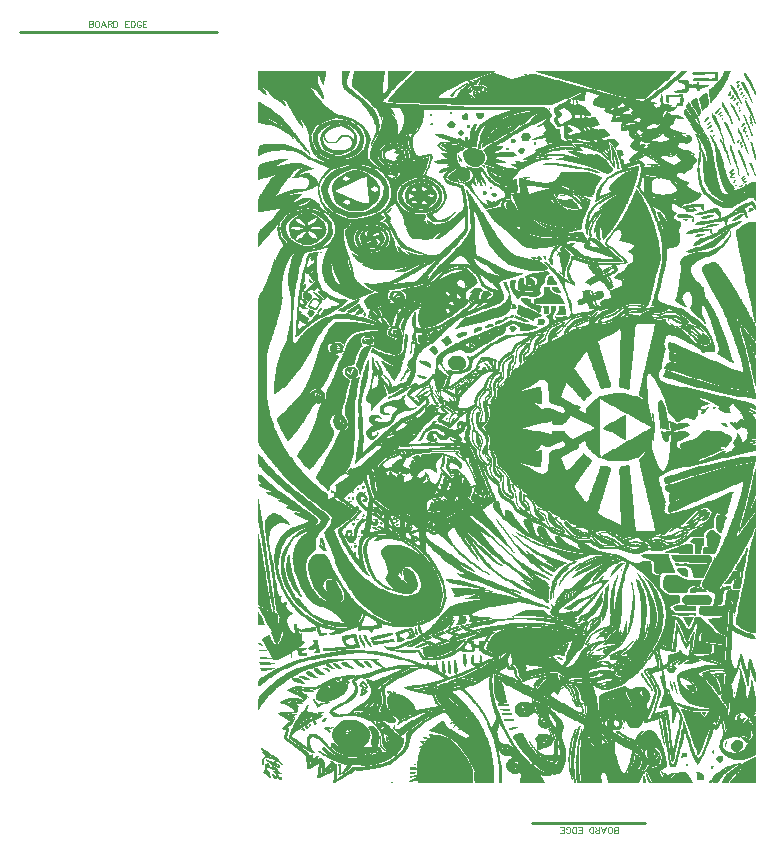
<source format=gbr>
G04 DipTrace 2.4.0.2*
%INTopAssy.gbr*%
%MOMM*%
%ADD10C,0.25*%
%ADD12C,0.076*%
%FSLAX53Y53*%
G04*
G71*
G90*
G75*
G01*
%LNTopAssy*%
%LPD*%
X74390Y10000D2*
D10*
X64770D1*
X21435Y76960D2*
X38155D1*
X41621Y73644D2*
D12*
X47245D1*
X48689D2*
X49297D1*
X49753D2*
X52261D1*
X52641D2*
X54541D1*
X54921D2*
X61609D1*
X65105D2*
X76885D1*
X77417D2*
X77797D1*
X81065D2*
X81521D1*
X41621Y73568D2*
X47245D1*
X48689D2*
X49268D1*
X49727D2*
X52258D1*
X52641D2*
X54453D1*
X54819D2*
X61381D1*
X65400D2*
X76809D1*
X77329D2*
X77721D1*
X78405D2*
X80457D1*
X81027D2*
X81492D1*
X41621Y73492D2*
X47245D1*
X48689D2*
X49236D1*
X49701D2*
X52248D1*
X52641D2*
X54358D1*
X54720D2*
X61062D1*
X61381D2*
X61586D1*
X65704D2*
X76733D1*
X77244D2*
X77645D1*
X78329D2*
X80457D1*
X80995D2*
X81460D1*
X82737D2*
X82813D1*
X41621Y73416D2*
X47245D1*
X48689D2*
X49203D1*
X49677D2*
X52230D1*
X52641D2*
X54263D1*
X54630D2*
X60806D1*
X61142D2*
X61804D1*
X64117D2*
X64269D1*
X64497D2*
X65029D1*
X66009D2*
X76657D1*
X77153D2*
X77566D1*
X78405D2*
X79317D1*
X80305D2*
X80457D1*
X80963D2*
X81427D1*
X82749D2*
X82886D1*
X41621Y73340D2*
X47242D1*
X48689D2*
X49173D1*
X49652D2*
X52211D1*
X52641D2*
X54173D1*
X54544D2*
X60540D1*
X60898D2*
X62045D1*
X64269D2*
X65333D1*
X66306D2*
X76581D1*
X77057D2*
X77480D1*
X80305D2*
X80457D1*
X80926D2*
X81397D1*
X82771D2*
X82952D1*
X41621Y73264D2*
X46625D1*
X46774D2*
X47232D1*
X48689D2*
X49147D1*
X49629D2*
X52197D1*
X52641D2*
X54090D1*
X54458D2*
X60279D1*
X60663D2*
X62301D1*
X64000D2*
X65634D1*
X66593D2*
X76505D1*
X76960D2*
X77386D1*
X80305D2*
X80457D1*
X80883D2*
X81371D1*
X82803D2*
X83007D1*
X41621Y73188D2*
X46606D1*
X46819D2*
X47214D1*
X48689D2*
X49120D1*
X49614D2*
X52190D1*
X52641D2*
X54011D1*
X54372D2*
X60034D1*
X60455D2*
X62548D1*
X63715D2*
X65925D1*
X66872D2*
X76429D1*
X76862D2*
X77290D1*
X80305D2*
X80457D1*
X80834D2*
X81344D1*
X82844D2*
X83054D1*
X41621Y73112D2*
X46587D1*
X46847D2*
X47195D1*
X48689D2*
X49097D1*
X49604D2*
X52187D1*
X52641D2*
X53934D1*
X54294D2*
X59805D1*
X60282D2*
X62777D1*
X63410D2*
X66201D1*
X67141D2*
X76350D1*
X76770D2*
X77198D1*
X78481D2*
X79697D1*
X80305D2*
X80457D1*
X80785D2*
X81318D1*
X82892D2*
X83096D1*
X41621Y73036D2*
X46573D1*
X46869D2*
X47181D1*
X48689D2*
X49079D1*
X49591D2*
X52183D1*
X52641D2*
X53857D1*
X54224D2*
X59591D1*
X60140D2*
X62992D1*
X63085D2*
X66465D1*
X67392D2*
X76267D1*
X76688D2*
X77105D1*
X78446D2*
X80457D1*
X80733D2*
X81291D1*
X82940D2*
X83135D1*
X41621Y72960D2*
X46567D1*
X46895D2*
X47171D1*
X48689D2*
X49062D1*
X49571D2*
X52173D1*
X52641D2*
X53781D1*
X54154D2*
X59384D1*
X59861D2*
D3*
X60013D2*
X60238D1*
X60390D2*
X66724D1*
X67633D2*
X76180D1*
X76606D2*
X77005D1*
X78422D2*
X80457D1*
X80672D2*
X81255D1*
X82990D2*
X83176D1*
X41621Y72884D2*
X46566D1*
X46927D2*
X47158D1*
X48689D2*
X49041D1*
X49551D2*
X52154D1*
X52638D2*
X53705D1*
X54082D2*
X59181D1*
X59785D2*
X59937D1*
X60241D2*
X60226D1*
X60378D2*
X66982D1*
X67879D2*
X76093D1*
X76520D2*
X76899D1*
X77189D2*
X77949D1*
X78405D2*
X79849D1*
X80604D2*
X81211D1*
X82205D2*
D3*
X83041D2*
X83222D1*
X41621Y72808D2*
X46575D1*
X46962D2*
X47139D1*
X48689D2*
X49022D1*
X49538D2*
X52135D1*
X52628D2*
X53626D1*
X54008D2*
X58991D1*
X59405D2*
X59557D1*
X59866D2*
X60200D1*
X60352D2*
X67242D1*
X68134D2*
X76005D1*
X76434D2*
X76791D1*
X77113D2*
X77980D1*
X80533D2*
X81164D1*
X82145D2*
X82281D1*
X83089D2*
X83271D1*
X41621Y72732D2*
X46595D1*
X47001D2*
X47119D1*
X48692D2*
X49012D1*
X49531D2*
X52121D1*
X52610D2*
X53543D1*
X53932D2*
X58816D1*
X59557D2*
X59740D1*
X59937D2*
X60027D1*
X60165D2*
D3*
X60317D2*
X67508D1*
X68393D2*
X75913D1*
X76344D2*
X76691D1*
X77341D2*
X77977D1*
X78785D2*
X78861D1*
X80466D2*
X81115D1*
X82093D2*
X82205D1*
X82509D2*
X82661D1*
X83132D2*
X83317D1*
X41621Y72656D2*
X46624D1*
X47045D2*
X47104D1*
X48702D2*
X49031D1*
X49530D2*
X52114D1*
X52591D2*
X53459D1*
X53857D2*
X58653D1*
X59177D2*
X59253D1*
X59443D2*
X60054D1*
X60393D2*
X67773D1*
X68649D2*
X75818D1*
X76247D2*
X76605D1*
X77538D2*
X77964D1*
X78785D2*
X78861D1*
X80399D2*
X81064D1*
X82143D2*
X82129D1*
X82524D2*
X82708D1*
X83175D2*
X83357D1*
X41621Y72580D2*
X46658D1*
X47093D2*
D3*
X48723D2*
X49061D1*
X49539D2*
X52111D1*
X52577D2*
X53381D1*
X53781D2*
X58496D1*
X59025D2*
X59127D1*
X59335D2*
X60089D1*
X60241D2*
X60393D1*
X60600D2*
X68043D1*
X68903D2*
X75718D1*
X76148D2*
X76529D1*
X77686D2*
X77949D1*
X78785D2*
X78861D1*
X80324D2*
X81017D1*
X82553D2*
X82751D1*
X83221D2*
X83391D1*
X41621Y72504D2*
X46695D1*
X48752D2*
X49104D1*
X49560D2*
X52110D1*
X52570D2*
X53309D1*
X53705D2*
X58342D1*
X58909D2*
X59001D1*
X59227D2*
X59633D1*
X60774D2*
X68332D1*
X69158D2*
X75620D1*
X76049D2*
X76451D1*
X77747D2*
X79697D1*
X80242D2*
X80974D1*
X81597D2*
X81673D1*
X82129D2*
X82281D1*
X82593D2*
X82792D1*
X83271D2*
X83419D1*
X41621Y72428D2*
X46732D1*
X48784D2*
X49161D1*
X49594D2*
X52109D1*
X52567D2*
X53232D1*
X53629D2*
X58189D1*
X58797D2*
X58873D1*
X59128D2*
X59417D1*
X59633D2*
X60545D1*
X60899D2*
X68641D1*
X69412D2*
X75527D1*
X75947D2*
X76364D1*
X77736D2*
X79545D1*
X80160D2*
X80931D1*
X81600D2*
X81746D1*
X82129D2*
X82245D1*
X82639D2*
X82831D1*
X83317D2*
X83448D1*
X41621Y72352D2*
X45968D1*
X46090D2*
X46770D1*
X48813D2*
X49228D1*
X49648D2*
X52109D1*
X52566D2*
X53152D1*
X53553D2*
X58037D1*
X58645D2*
X58750D1*
X59038D2*
X59360D1*
X59548D2*
X59937D1*
X60089D2*
X60752D1*
X60982D2*
X68956D1*
X69667D2*
X75434D1*
X75846D2*
X76272D1*
X77729D2*
X79279D1*
X80077D2*
X80882D1*
X81613D2*
X81809D1*
X82129D2*
X82205D1*
X82687D2*
X82870D1*
X83360D2*
X83482D1*
X41622Y72276D2*
X41922D1*
X42077D2*
X45999D1*
X46211D2*
X46808D1*
X48843D2*
X49303D1*
X49724D2*
X52109D1*
X52562D2*
X53076D1*
X53480D2*
X57888D1*
X58569D2*
X58633D1*
X58955D2*
X59306D1*
X59476D2*
X59557D1*
X59715D2*
X60534D1*
X60697D2*
X60983D1*
X61036D2*
X69261D1*
X69931D2*
X75336D1*
X75745D2*
X76173D1*
X77724D2*
X78025D1*
X78694D2*
X78937D1*
X79990D2*
X80825D1*
X81643D2*
X81857D1*
X82433D2*
X82509D1*
X82735D2*
X82908D1*
X83400D2*
X83517D1*
X41631Y72200D2*
X41988D1*
X42156D2*
X46050D1*
X46312D2*
X46846D1*
X48885D2*
X49387D1*
X49810D2*
X52109D1*
X52549D2*
X53007D1*
X53411D2*
X57746D1*
X58417D2*
X58527D1*
X58875D2*
X59254D1*
X59412D2*
X59481D1*
X59729D2*
X59973D1*
X60053D2*
X60441D1*
X60764D2*
X61189D1*
X61269D2*
X69553D1*
X70200D2*
X75239D1*
X75641D2*
X76073D1*
X77722D2*
X78024D1*
X78739D2*
X78937D1*
X79898D2*
X80768D1*
X81691D2*
X81896D1*
X82371D2*
X82468D1*
X82775D2*
X82946D1*
X83439D2*
X83554D1*
X41651Y72124D2*
X42046D1*
X42241D2*
X46110D1*
X46400D2*
X46884D1*
X48951D2*
X49480D1*
X49895D2*
X52109D1*
X52521D2*
X52938D1*
X53346D2*
X57615D1*
X58341D2*
X58433D1*
X58801D2*
X59206D1*
X59354D2*
X59538D1*
X59788D2*
X59811D1*
X59937D2*
X60349D1*
X60838D2*
X69835D1*
X70465D2*
X75147D1*
X75532D2*
X75973D1*
X77721D2*
X78019D1*
X78766D2*
X78937D1*
X79818D2*
X80716D1*
X81745D2*
X81936D1*
X82322D2*
X82416D1*
X82810D2*
X82984D1*
X83478D2*
X83589D1*
X41739Y72048D2*
X42099D1*
X42333D2*
X46169D1*
X46482D2*
X46922D1*
X49042D2*
X49575D1*
X49977D2*
X52110D1*
X52480D2*
X52869D1*
X53281D2*
X57492D1*
X58262D2*
X58350D1*
X58734D2*
X59164D1*
X59288D2*
X59704D1*
X59873D2*
X60255D1*
X60393D2*
X60469D1*
X60697D2*
X60773D1*
X60905D2*
X70107D1*
X70721D2*
X75056D1*
X75423D2*
X75871D1*
X77241D2*
X78005D1*
X78785D2*
X78937D1*
X79756D2*
X80671D1*
X81795D2*
X81982D1*
X82281D2*
X82357D1*
X82849D2*
X83022D1*
X83516D2*
X83617D1*
X41852Y71972D2*
X42150D1*
X42419D2*
X46215D1*
X46560D2*
X46957D1*
X49144D2*
X49665D1*
X50055D2*
X52115D1*
X52429D2*
X52804D1*
X53217D2*
X57372D1*
X58176D2*
X58280D1*
X58676D2*
X59130D1*
X59201D2*
X59599D1*
X59819D2*
X59861D1*
X60013D2*
X60142D1*
X60393D2*
X60601D1*
X60804D2*
X60849D1*
X60958D2*
X69005D1*
X69285D2*
X70369D1*
X70971D2*
X74966D1*
X75320D2*
X75770D1*
X76809D2*
X77946D1*
X79751D2*
X80627D1*
X81521D2*
X81597D1*
X81839D2*
X82027D1*
X82585D2*
D3*
X82894D2*
X83057D1*
X83554D2*
X83634D1*
X41974Y71896D2*
X42188D1*
X42490D2*
X46252D1*
X46636D2*
X46988D1*
X49245D2*
X49748D1*
X50133D2*
X52129D1*
X52354D2*
X52747D1*
X53154D2*
X57249D1*
X58082D2*
X58221D1*
X58619D2*
X59472D1*
X59774D2*
X60013D1*
X60393D2*
X60784D1*
X61001D2*
X68817D1*
X69133D2*
X69285D1*
X69783D2*
X70634D1*
X71218D2*
X74878D1*
X75225D2*
X75670D1*
X76885D2*
X77873D1*
X79757D2*
X80578D1*
X81483D2*
X81594D1*
X81883D2*
X82069D1*
X82523D2*
X82585D1*
X82941D2*
X83088D1*
X83590D2*
X83643D1*
X42100Y71820D2*
X42212D1*
X42553D2*
X46295D1*
X46710D2*
X47015D1*
X49349D2*
X49830D1*
X50211D2*
X52188D1*
X52243D2*
X52691D1*
X53088D2*
X57127D1*
X57986D2*
X58167D1*
X58557D2*
X59329D1*
X59757D2*
X59875D1*
X60013D2*
X60388D1*
X60545D2*
X68638D1*
X68981D2*
X69273D1*
X70017D2*
X70922D1*
X71475D2*
X74789D1*
X75131D2*
X75567D1*
X79469D2*
X79545D1*
X79765D2*
X80521D1*
X81441D2*
X81582D1*
X81932D2*
X82108D1*
X82474D2*
X82549D1*
X82991D2*
X83115D1*
X83621D2*
X83647D1*
X42229Y71744D2*
D3*
X42619D2*
X46351D1*
X46776D2*
X47042D1*
X49462D2*
X49917D1*
X50295D2*
X52629D1*
X53017D2*
X57017D1*
X57896D2*
X58116D1*
X58488D2*
X59443D1*
X59787D2*
X59902D1*
X59977D2*
X60545D1*
X60849D2*
X68458D1*
X68826D2*
X69254D1*
X70289D2*
X71242D1*
X71764D2*
X74699D1*
X75032D2*
X75466D1*
X75745D2*
D3*
X77265D2*
X77493D1*
X79352D2*
X79571D1*
X79772D2*
X80463D1*
X81403D2*
X81556D1*
X81989D2*
X82145D1*
X82433D2*
X82509D1*
X83042D2*
X83142D1*
X83649D2*
D3*
X42690Y71668D2*
X46417D1*
X46834D2*
X47065D1*
X49578D2*
X50012D1*
X50379D2*
X52560D1*
X52944D2*
X56932D1*
X57809D2*
X58073D1*
X58417D2*
X59561D1*
X59831D2*
X68276D1*
X68667D2*
X69235D1*
X70577D2*
X71588D1*
X72096D2*
X74611D1*
X74933D2*
X75366D1*
X75710D2*
X75745D1*
X76125D2*
X77493D1*
X79225D2*
X79594D1*
X79784D2*
X80409D1*
X81369D2*
X81521D1*
X81749D2*
X81825D1*
X82046D2*
X82176D1*
X82661D2*
X82737D1*
X83089D2*
X83168D1*
X42766Y71592D2*
X46488D1*
X46890D2*
X47080D1*
X49691D2*
X50108D1*
X50459D2*
X52487D1*
X52871D2*
X56866D1*
X57961D2*
X58037D1*
X58493D2*
X59441D1*
X59557D2*
X59675D1*
X59885D2*
X68096D1*
X68507D2*
X69221D1*
X70407D2*
X71942D1*
X72477D2*
X74520D1*
X74833D2*
X75263D1*
X75688D2*
X75780D1*
X76125D2*
X77496D1*
X79100D2*
X79608D1*
X79803D2*
X80354D1*
X81687D2*
X81811D1*
X82098D2*
X82203D1*
X82621D2*
X82661D1*
X83132D2*
X83193D1*
X42851Y71516D2*
X46562D1*
X46952D2*
X47088D1*
X49796D2*
X50199D1*
X50539D2*
X52412D1*
X52806D2*
X56841D1*
X58265D2*
X59557D1*
X59709D2*
X59785D1*
X59947D2*
X67916D1*
X68354D2*
X69214D1*
X70285D2*
X72295D1*
X72903D2*
X74423D1*
X74731D2*
X75162D1*
X75677D2*
X75802D1*
X76125D2*
X76277D1*
X77432D2*
X77506D1*
X79000D2*
X79618D1*
X79823D2*
X80292D1*
X81638D2*
X81784D1*
X82143D2*
X82233D1*
X82585D2*
D3*
X83172D2*
X83221D1*
X42947Y71440D2*
X46637D1*
X47017D2*
X47093D1*
X49890D2*
X50290D1*
X50627D2*
X52337D1*
X52751D2*
X57885D1*
X58493D2*
X59709D1*
X60013D2*
X67728D1*
X68210D2*
X69211D1*
X70198D2*
X72640D1*
X73366D2*
X74323D1*
X74630D2*
X75062D1*
X75672D2*
X75813D1*
X76125D2*
X76277D1*
X77387D2*
X77524D1*
X78925D2*
X79631D1*
X79837D2*
X80224D1*
X81597D2*
X81749D1*
X82187D2*
X82266D1*
X82813D2*
X82889D1*
X83211D2*
X83254D1*
X43055Y71364D2*
X46710D1*
X49975D2*
X50380D1*
X50719D2*
X52264D1*
X52704D2*
X58569D1*
X59785D2*
X67534D1*
X68069D2*
X69210D1*
X70131D2*
X72979D1*
X73845D2*
X74225D1*
X74529D2*
X74960D1*
X75670D2*
X75818D1*
X76125D2*
X76277D1*
X77362D2*
X77543D1*
X78633D2*
X78709D1*
X78913D2*
X79651D1*
X79844D2*
X80154D1*
X81901D2*
X81977D1*
X82233D2*
X82302D1*
X82813D2*
D3*
X83250D2*
X83287D1*
X43172Y71288D2*
X43594D1*
X43734D2*
X46776D1*
X50055D2*
X50468D1*
X50806D2*
X52198D1*
X52660D2*
X67348D1*
X67841D2*
X67993D1*
X68174D2*
X69209D1*
X70077D2*
X73320D1*
X74421D2*
X74861D1*
X75669D2*
X75817D1*
X76128D2*
X76277D1*
X77350D2*
X77554D1*
X78473D2*
X78735D1*
X78933D2*
X79671D1*
X79847D2*
X80089D1*
X81865D2*
X81941D1*
X82283D2*
X82341D1*
X83288D2*
X83314D1*
X43296Y71212D2*
X43660D1*
X43852D2*
X46834D1*
X50132D2*
X50557D1*
X50888D2*
X52141D1*
X52614D2*
X67172D1*
X67798D2*
X67990D1*
X68252D2*
X68297D1*
X68528D2*
X68525D1*
X68753D2*
X69209D1*
X70031D2*
X73687D1*
X74299D2*
X74769D1*
X75669D2*
X75808D1*
X76140D2*
X76277D1*
X77344D2*
X77551D1*
X78340D2*
X78758D1*
X78960D2*
X79684D1*
X79848D2*
X80032D1*
X81825D2*
X81901D1*
X82332D2*
X82386D1*
X82813D2*
D3*
X83328D2*
X83332D1*
X43417Y71136D2*
X43715D1*
X43943D2*
X46893D1*
X50209D2*
X50649D1*
X50967D2*
X52087D1*
X52565D2*
X66997D1*
X67752D2*
X67978D1*
X68276D2*
X68297D1*
X68538D2*
X68601D1*
X69991D2*
X74096D1*
X74155D2*
X74681D1*
X75672D2*
X75789D1*
X76166D2*
X76277D1*
X77342D2*
X77536D1*
X78230D2*
X78775D1*
X78986D2*
X79692D1*
X79849D2*
X79979D1*
X82385D2*
X82433D1*
X82825D2*
X82889D1*
X83373D2*
X83345D1*
X41621Y71060D2*
X41697D1*
X43533D2*
X43762D1*
X44010D2*
X46963D1*
X50285D2*
X50744D1*
X51044D2*
X52033D1*
X53401D2*
X66809D1*
X67611D2*
X67952D1*
X68285D2*
X68297D1*
X68557D2*
X68605D1*
X69956D2*
X74985D1*
X75684D2*
X75767D1*
X76201D2*
X76277D1*
X77341D2*
X77518D1*
X78025D2*
D3*
X78235D2*
X78792D1*
X79012D2*
X79695D1*
X79849D2*
X79925D1*
X80837D2*
X80913D1*
X82129D2*
X82205D1*
X82445D2*
X82474D1*
X82847D2*
X82939D1*
X83421D2*
D3*
X41621Y70984D2*
X41837D1*
X43640D2*
X43806D1*
X44063D2*
X47041D1*
X50361D2*
X50844D1*
X51121D2*
X52869D1*
X55301D2*
X66607D1*
X67406D2*
X67917D1*
X68279D2*
X68297D1*
X68579D2*
X68616D1*
X69932D2*
X72363D1*
X72521D2*
X75289D1*
X75710D2*
X75745D1*
X77037D2*
X77505D1*
X77961D2*
X78101D1*
X78270D2*
X78814D1*
X79038D2*
X79693D1*
X80840D2*
X80960D1*
X81597D2*
D3*
X82093D2*
X82178D1*
X82509D2*
D3*
X82876D2*
X82989D1*
X41621Y70908D2*
X41967D1*
X43735D2*
X43852D1*
X44109D2*
X47118D1*
X50434D2*
X50939D1*
X51197D2*
X55149D1*
X57961D2*
X66397D1*
X67190D2*
X68181D1*
X68255D2*
X68297D1*
X68601D2*
X68680D1*
X69916D2*
X72250D1*
X72610D2*
X74833D1*
X75745D2*
X76161D1*
X77037D2*
X77498D1*
X77907D2*
X78130D1*
X78310D2*
X78837D1*
X79061D2*
X79681D1*
X80850D2*
X81003D1*
X81609D2*
X81673D1*
X82053D2*
X82152D1*
X82910D2*
X83038D1*
X41621Y70832D2*
X42090D1*
X43825D2*
X43901D1*
X44157D2*
X47196D1*
X50500D2*
X51019D1*
X51273D2*
X57505D1*
X67019D2*
X68848D1*
X70124D2*
X72104D1*
X72677D2*
X74565D1*
X74645D2*
X74972D1*
X75669D2*
X76581D1*
X76961D2*
D3*
X77866D2*
X78166D1*
X78357D2*
X78861D1*
X79076D2*
X79650D1*
X80001D2*
D3*
X80871D2*
X81044D1*
X81631D2*
X81723D1*
X82129D2*
D3*
X82947D2*
X83079D1*
X41621Y70756D2*
X42208D1*
X44206D2*
X47283D1*
X50558D2*
X51085D1*
X51349D2*
X58949D1*
X66895D2*
X69058D1*
X69209D2*
D3*
X70383D2*
X71945D1*
X72581D2*
X74413D1*
X74529D2*
X75086D1*
X75593D2*
X76439D1*
X76961D2*
D3*
X77836D2*
X78210D1*
X78406D2*
X78887D1*
X79086D2*
X79600D1*
X79925D2*
D3*
X80900D2*
X81084D1*
X81663D2*
X81773D1*
X82984D2*
X83111D1*
X41621Y70680D2*
X42323D1*
X44253D2*
X47375D1*
X50614D2*
X51144D1*
X51425D2*
X59937D1*
X64269D2*
X65561D1*
X66805D2*
X69209D1*
X70694D2*
X72021D1*
X72459D2*
X75021D1*
X75101D2*
X75176D1*
X75513D2*
X76277D1*
X76809D2*
X76958D1*
X77845D2*
X78266D1*
X78453D2*
X78912D1*
X79099D2*
X79536D1*
X80935D2*
X81124D1*
X81704D2*
X81822D1*
X82281D2*
D3*
X83022D2*
X83143D1*
X41621Y70604D2*
X42437D1*
X44296D2*
X47462D1*
X50674D2*
X51208D1*
X51501D2*
X65754D1*
X66741D2*
X69259D1*
X71033D2*
X71583D1*
X71807D2*
X71984D1*
X72288D2*
X75157D1*
X75422D2*
X76496D1*
X76591D2*
X76945D1*
X77869D2*
X78323D1*
X78496D2*
X78936D1*
X79119D2*
X79462D1*
X80974D2*
X81170D1*
X81752D2*
X81863D1*
X82281D2*
D3*
X83057D2*
X83177D1*
X41621Y70528D2*
X42549D1*
X44336D2*
X47544D1*
X50734D2*
X51275D1*
X51574D2*
X52790D1*
X53644D2*
X65914D1*
X66245D2*
D3*
X66694D2*
X67261D1*
X67598D2*
X69312D1*
X70984D2*
X71474D1*
X71751D2*
X72034D1*
X72057D2*
X72933D1*
X73161D2*
X75125D1*
X75304D2*
X76920D1*
X77907D2*
X78376D1*
X78539D2*
X78962D1*
X79139D2*
X79377D1*
X80609D2*
X80685D1*
X81018D2*
X81216D1*
X81798D2*
X81895D1*
X82281D2*
D3*
X83088D2*
X83213D1*
X41621Y70452D2*
X42656D1*
X44375D2*
X47626D1*
X50788D2*
X51338D1*
X51501D2*
D3*
X51640D2*
X52856D1*
X53675D2*
X66040D1*
X66245D2*
D3*
X66656D2*
X67086D1*
X67719D2*
X69374D1*
X70934D2*
X71397D1*
X71693D2*
X73009D1*
X73237D2*
X75092D1*
X75153D2*
X76853D1*
X77721D2*
X77797D1*
X77953D2*
X78429D1*
X78588D2*
X78985D1*
X79154D2*
X79276D1*
X80510D2*
X80635D1*
X81067D2*
X81255D1*
X81840D2*
X81927D1*
X83115D2*
X83251D1*
X41621Y70376D2*
X42759D1*
X44414D2*
X47716D1*
X50843D2*
X51392D1*
X51695D2*
X52911D1*
X53723D2*
X55391D1*
X55515D2*
X55605D1*
X63056D2*
X66134D1*
X66652D2*
X66929D1*
X67820D2*
X69445D1*
X70881D2*
X71123D1*
X71247D2*
X71337D1*
X71565D2*
X72807D1*
X73313D2*
X75985D1*
X76125D2*
X76684D1*
X77695D2*
X77847D1*
X78001D2*
X78481D1*
X78645D2*
X78999D1*
X79165D2*
D3*
X79393D2*
D3*
X80424D2*
X80582D1*
X81116D2*
X81287D1*
X81881D2*
X81964D1*
X82357D2*
X82433D1*
X83145D2*
X83288D1*
X41621Y70300D2*
X42862D1*
X44452D2*
X47820D1*
X50903D2*
X51438D1*
X51739D2*
X52958D1*
X53777D2*
X55418D1*
X55488D2*
X55605D1*
X62768D2*
X63983D1*
X64782D2*
X65181D1*
X65333D2*
X66205D1*
X66665D2*
X67040D1*
X67908D2*
X69525D1*
X70988D2*
X71150D1*
X71220D2*
X72602D1*
X73255D2*
X75931D1*
X76277D2*
X76431D1*
X77673D2*
X77900D1*
X78053D2*
X78529D1*
X78702D2*
X79004D1*
X80355D2*
X80520D1*
X80761D2*
D3*
X81166D2*
X81319D1*
X81920D2*
X82007D1*
X82357D2*
D3*
X83178D2*
X83326D1*
X41621Y70224D2*
X42964D1*
X44493D2*
X47934D1*
X50962D2*
X51480D1*
X51774D2*
X52999D1*
X53826D2*
X55602D1*
X57885D2*
X57961D1*
X62507D2*
X63647D1*
X64363D2*
X66264D1*
X66691D2*
X67135D1*
X67989D2*
X69605D1*
X71146D2*
X72389D1*
X73210D2*
X75884D1*
X77661D2*
X77962D1*
X78114D2*
X78572D1*
X78753D2*
X78998D1*
X80327D2*
X80452D1*
X80672D2*
X80761D1*
X81218D2*
X81353D1*
X81960D2*
X82053D1*
X83214D2*
X83361D1*
X41621Y70148D2*
X43064D1*
X44538D2*
X48047D1*
X51013D2*
X51519D1*
X51802D2*
X53037D1*
X53868D2*
X55592D1*
X57885D2*
X57961D1*
X59101D2*
X59177D1*
X60089D2*
X60621D1*
X62282D2*
X63349D1*
X63813D2*
D3*
X64000D2*
X65120D1*
X65257D2*
X66319D1*
X66724D2*
X67208D1*
X68065D2*
X69669D1*
X71400D2*
X72173D1*
X73009D2*
D3*
X73211D2*
X75843D1*
X76125D2*
X76353D1*
X77663D2*
X78031D1*
X78183D2*
X78612D1*
X78796D2*
X78981D1*
X80001D2*
D3*
X80305D2*
X80381D1*
X80597D2*
X80685D1*
X81268D2*
X81387D1*
X82006D2*
X82092D1*
X83253D2*
X83389D1*
X41621Y70072D2*
X43166D1*
X44587D2*
X48168D1*
X51059D2*
X51557D1*
X51832D2*
X52884D1*
X53021D2*
X53069D1*
X53899D2*
X55574D1*
X56137D2*
X56213D1*
X59011D2*
X59253D1*
X60066D2*
X60656D1*
X62082D2*
X63086D1*
X63559D2*
X64999D1*
X65181D2*
X66367D1*
X66761D2*
X67265D1*
X68129D2*
X69711D1*
X71717D2*
X73085D1*
X73223D2*
X75806D1*
X76064D2*
X76277D1*
X77681D2*
X78103D1*
X78255D2*
X78651D1*
X78831D2*
X78959D1*
X80001D2*
D3*
X80533D2*
X80609D1*
X81318D2*
X81417D1*
X82055D2*
X82123D1*
X83298D2*
X83409D1*
X41621Y69996D2*
X43265D1*
X44633D2*
X48332D1*
X51103D2*
X51593D1*
X51866D2*
X52915D1*
X53097D2*
D3*
X53920D2*
X55555D1*
X56137D2*
X56213D1*
X58925D2*
X59177D1*
X60047D2*
X60681D1*
X61894D2*
X62853D1*
X63311D2*
X64898D1*
X65105D2*
X66402D1*
X66805D2*
X67289D1*
X68174D2*
X68373D1*
X68832D2*
X68905D1*
X69221D2*
X69285D1*
X71679D2*
X75778D1*
X76019D2*
X76742D1*
X77712D2*
X78181D1*
X78327D2*
X78690D1*
X78861D2*
X78937D1*
X80004D2*
X80153D1*
X80761D2*
X80837D1*
X81369D2*
X81446D1*
X82101D2*
X82155D1*
X82661D2*
D3*
X83344D2*
X83428D1*
X41621Y69920D2*
X41784D1*
X41989D2*
X43356D1*
X44676D2*
X48568D1*
X51152D2*
X51624D1*
X51901D2*
X52963D1*
X53939D2*
X55541D1*
X58853D2*
X59247D1*
X60055D2*
X60679D1*
X61715D2*
X62648D1*
X63079D2*
X64807D1*
X65029D2*
X66424D1*
X66853D2*
X67218D1*
X68200D2*
X68373D1*
X68842D2*
X68905D1*
X69240D2*
X69285D1*
X71647D2*
X71855D1*
X72567D2*
X75759D1*
X75988D2*
X77077D1*
X77753D2*
X78268D1*
X78390D2*
X78728D1*
X80014D2*
X80203D1*
X80721D2*
X80761D1*
X81417D2*
X81482D1*
X82144D2*
X82189D1*
X82690D2*
X82737D1*
X83269D2*
D3*
X83383D2*
X83452D1*
X41621Y69844D2*
X41953D1*
X42195D2*
X43439D1*
X44716D2*
X48851D1*
X51209D2*
X51651D1*
X51939D2*
X53017D1*
X53958D2*
X55534D1*
X58829D2*
X59298D1*
X60097D2*
X60635D1*
X61547D2*
X62468D1*
X62867D2*
X64716D1*
X64953D2*
X66392D1*
X66789D2*
X67121D1*
X68208D2*
X68373D1*
X68861D2*
X68908D1*
X69263D2*
X69285D1*
X71618D2*
X71828D1*
X72343D2*
X74261D1*
X74341D2*
X75770D1*
X75952D2*
X77298D1*
X77800D2*
X78370D1*
X78440D2*
X78766D1*
X80035D2*
X80253D1*
X80685D2*
D3*
X81460D2*
X81524D1*
X82184D2*
X82223D1*
X82722D2*
X82775D1*
X83238D2*
X83269D1*
X83415D2*
X83483D1*
X41621Y69768D2*
X42115D1*
X42388D2*
X43519D1*
X44756D2*
X49128D1*
X51266D2*
X51678D1*
X51976D2*
X52033D1*
X52182D2*
X53069D1*
X53970D2*
X55528D1*
X58845D2*
X59308D1*
X60161D2*
X60523D1*
X61387D2*
X62305D1*
X62674D2*
X64619D1*
X64877D2*
X66326D1*
X66735D2*
X67019D1*
X68206D2*
X68373D1*
X68883D2*
X68920D1*
X69285D2*
D3*
X69817D2*
X70121D1*
X71591D2*
X71793D1*
X72082D2*
X73684D1*
X73845D2*
X75826D1*
X75894D2*
X77447D1*
X77849D2*
X78801D1*
X79621D2*
X79697D1*
X80067D2*
X80302D1*
X81500D2*
X81558D1*
X82220D2*
X82253D1*
X82755D2*
X82807D1*
X83241D2*
X83193D1*
X83447D2*
X83515D1*
X41621Y69692D2*
X42262D1*
X42565D2*
X43596D1*
X44796D2*
X47907D1*
X48543D2*
X49366D1*
X51317D2*
X51701D1*
X52014D2*
X52033D1*
X52172D2*
X53124D1*
X53965D2*
X55517D1*
X58894D2*
X59285D1*
X60241D2*
X60393D1*
X61232D2*
X62159D1*
X62489D2*
X64523D1*
X64804D2*
X65889D1*
X66017D2*
X66266D1*
X66691D2*
X66929D1*
X68161D2*
X68373D1*
X68905D2*
X68946D1*
X69021D2*
X70168D1*
X71566D2*
X73525D1*
X73921D2*
X76870D1*
X77037D2*
X77569D1*
X77901D2*
X78832D1*
X79525D2*
X79656D1*
X80108D2*
X80343D1*
X80837D2*
X80913D1*
X81537D2*
X81582D1*
X82249D2*
X82281D1*
X82785D2*
X82839D1*
X83254D2*
X83345D1*
X83481D2*
X83545D1*
X41621Y69616D2*
X42401D1*
X42724D2*
X43673D1*
X44842D2*
X45129D1*
X45257D2*
X47630D1*
X48942D2*
X49561D1*
X51360D2*
X51716D1*
X52049D2*
X52033D1*
X52154D2*
X53183D1*
X53953D2*
X55498D1*
X58949D2*
X59253D1*
X61081D2*
X62031D1*
X62283D2*
X62937D1*
X63017D2*
X64433D1*
X64735D2*
X65701D1*
X65941D2*
X66220D1*
X66656D2*
X66894D1*
X68047D2*
X70212D1*
X71539D2*
X72133D1*
X72213D2*
X73376D1*
X73997D2*
X76842D1*
X77963D2*
X78481D1*
X78724D2*
X78859D1*
X79447D2*
X79602D1*
X80156D2*
X80375D1*
X80837D2*
D3*
X81568D2*
X81602D1*
X82268D2*
X82316D1*
X82811D2*
X82873D1*
X83275D2*
X83309D1*
X83517D2*
X83571D1*
X41621Y69540D2*
X42543D1*
X42874D2*
X43749D1*
X44891D2*
X45148D1*
X45311D2*
X47404D1*
X47853D2*
X48993D1*
X49297D2*
X49725D1*
X51391D2*
X51726D1*
X52132D2*
X53239D1*
X53943D2*
X55478D1*
X60941D2*
X61913D1*
X62035D2*
X64347D1*
X64667D2*
X65525D1*
X65865D2*
X66225D1*
X66647D2*
X66904D1*
X67901D2*
X70255D1*
X71513D2*
X73237D1*
X73948D2*
X76804D1*
X78034D2*
X78557D1*
X78755D2*
X78885D1*
X79417D2*
X79538D1*
X80202D2*
X80407D1*
X81595D2*
X81628D1*
X82281D2*
X82357D1*
X82841D2*
X82909D1*
X83306D2*
X83269D1*
X83554D2*
X83598D1*
X41621Y69464D2*
X42690D1*
X43018D2*
X43825D1*
X44940D2*
X45170D1*
X45358D2*
X47208D1*
X47611D2*
X49297D1*
X49613D2*
X49866D1*
X51412D2*
X51739D1*
X52109D2*
X53280D1*
X53938D2*
X55462D1*
X57885D2*
X57961D1*
X60817D2*
X61797D1*
X61913D2*
X64258D1*
X64592D2*
X65355D1*
X65789D2*
X66272D1*
X66676D2*
X66954D1*
X67738D2*
X70304D1*
X71489D2*
X73491D1*
X73769D2*
D3*
X73898D2*
X76771D1*
X78116D2*
X78633D1*
X78806D2*
X78906D1*
X79393D2*
X79469D1*
X80244D2*
X80441D1*
X81622D2*
X81661D1*
X82874D2*
X82947D1*
X83590D2*
X83621D1*
X41621Y69388D2*
X42839D1*
X43155D2*
X43898D1*
X44993D2*
X45194D1*
X45402D2*
X47034D1*
X47385D2*
X49446D1*
X49714D2*
X49992D1*
X51431D2*
X51759D1*
X52083D2*
X53305D1*
X53935D2*
X55446D1*
X57754D2*
X58092D1*
X60705D2*
X61645D1*
X61761D2*
X64163D1*
X64507D2*
X65191D1*
X65713D2*
X66332D1*
X66721D2*
X67018D1*
X67576D2*
X70360D1*
X72398D2*
X76747D1*
X78206D2*
X78709D1*
X78869D2*
X78916D1*
X79773D2*
X79849D1*
X80285D2*
X80477D1*
X81065D2*
X81141D1*
X81649D2*
X81703D1*
X82907D2*
X82984D1*
X83269D2*
X83421D1*
X83621D2*
X83637D1*
X42015Y69312D2*
X42989D1*
X43286D2*
X43964D1*
X45054D2*
X45221D1*
X45449D2*
X46875D1*
X47185D2*
X48233D1*
X48689D2*
X49585D1*
X49829D2*
X50111D1*
X51456D2*
X51779D1*
X52061D2*
X53317D1*
X53931D2*
X55424D1*
X56213D2*
X56365D1*
X57650D2*
X58196D1*
X60599D2*
X61262D1*
X61536D2*
X64064D1*
X64412D2*
X65033D1*
X65634D2*
X66398D1*
X66774D2*
X67100D1*
X67429D2*
X70416D1*
X72388D2*
X72781D1*
X73615D2*
X74918D1*
X75061D2*
X76724D1*
X78289D2*
X78785D1*
X78937D2*
X78893D1*
X79697D2*
X79773D1*
X80323D2*
X80514D1*
X81077D2*
X81188D1*
X81673D2*
X81749D1*
X82661D2*
X82737D1*
X82937D2*
X83022D1*
X83269D2*
X83345D1*
X83649D2*
D3*
X42353Y69236D2*
X43138D1*
X43402D2*
X44022D1*
X45120D2*
X45254D1*
X45499D2*
X46732D1*
X47015D2*
X47865D1*
X48233D2*
X48689D1*
X48993D2*
X49707D1*
X49954D2*
X50224D1*
X51487D2*
X51792D1*
X52046D2*
X53322D1*
X53921D2*
X55400D1*
X56173D2*
X56365D1*
X57609D2*
X58237D1*
X59937D2*
X60089D1*
X60498D2*
X61034D1*
X61321D2*
X63963D1*
X64301D2*
X64879D1*
X65548D2*
X66462D1*
X66823D2*
X67199D1*
X67292D2*
X70462D1*
X72370D2*
X72495D1*
X72629D2*
D3*
X73446D2*
X74847D1*
X75441D2*
D3*
X75672D2*
X76657D1*
X78177D2*
X78253D1*
X78353D2*
X78861D1*
X79621D2*
X79697D1*
X80362D2*
X80549D1*
X81099D2*
X81231D1*
X82614D2*
X82708D1*
X82966D2*
X83057D1*
X42637Y69160D2*
X43277D1*
X43501D2*
X44079D1*
X45183D2*
X45287D1*
X45545D2*
X46609D1*
X46874D2*
X47662D1*
X48011D2*
X48993D1*
X49218D2*
X49811D1*
X50076D2*
X50326D1*
X51519D2*
X51800D1*
X52039D2*
X53324D1*
X53902D2*
X55374D1*
X56137D2*
X56365D1*
X57601D2*
X58245D1*
X59873D2*
X60051D1*
X60410D2*
X60859D1*
X61127D2*
X63129D1*
X63357D2*
X63509D1*
X63675D2*
X63853D1*
X64174D2*
X64726D1*
X65453D2*
X65637D1*
X65865D2*
X66519D1*
X66865D2*
X67766D1*
X67990D2*
X70501D1*
X72351D2*
X72587D1*
X73223D2*
X74758D1*
X75608D2*
X76561D1*
X78215D2*
X78405D1*
X78554D2*
X78934D1*
X80400D2*
X80580D1*
X81131D2*
X81272D1*
X82573D2*
X82673D1*
X83002D2*
X83085D1*
X83421D2*
D3*
X42879Y69084D2*
X43401D1*
X43586D2*
X44141D1*
X45238D2*
X45314D1*
X45588D2*
X46507D1*
X46758D2*
X47476D1*
X47815D2*
X49130D1*
X49357D2*
X49906D1*
X50182D2*
X50409D1*
X51546D2*
X51803D1*
X52035D2*
X53328D1*
X53880D2*
X55339D1*
X57630D2*
X58216D1*
X59253D2*
X59481D1*
X59816D2*
X60019D1*
X60335D2*
X60726D1*
X60965D2*
X62329D1*
X62409D2*
X63013D1*
X63129D2*
X63585D1*
X63778D2*
X63737D1*
X64036D2*
X64574D1*
X65355D2*
X65485D1*
X65789D2*
X66575D1*
X66900D2*
X67775D1*
X68207D2*
X70198D1*
X72337D2*
X72848D1*
X72915D2*
X74641D1*
X75557D2*
X76469D1*
X78259D2*
X78495D1*
X78618D2*
X79000D1*
X79925D2*
D3*
X80438D2*
X80607D1*
X81172D2*
X81311D1*
X82538D2*
X82632D1*
X83044D2*
X83105D1*
X83421D2*
D3*
X43087Y69008D2*
X43515D1*
X43655D2*
X44207D1*
X45291D2*
X45332D1*
X45628D2*
X46421D1*
X46668D2*
X47313D1*
X47642D2*
X48278D1*
X48759D2*
X49251D1*
X49479D2*
X49996D1*
X50273D2*
X50476D1*
X51562D2*
X51804D1*
X52031D2*
X53338D1*
X53856D2*
X55295D1*
X57677D2*
X58169D1*
X59289D2*
X59481D1*
X59762D2*
X59990D1*
X60274D2*
X60618D1*
X60844D2*
X62861D1*
X62977D2*
X63509D1*
X63899D2*
X64424D1*
X65257D2*
X65333D1*
X65836D2*
X66634D1*
X66929D2*
X67157D1*
X67461D2*
X67795D1*
X68409D2*
X69922D1*
X72330D2*
X72415D1*
X72553D2*
X74513D1*
X75500D2*
X76398D1*
X78306D2*
X78598D1*
X78668D2*
X79055D1*
X79814D2*
X79925D1*
X80476D2*
X80634D1*
X81217D2*
X81350D1*
X82509D2*
X82585D1*
X83081D2*
X83124D1*
X43269Y68932D2*
X43630D1*
X43707D2*
X44270D1*
X45345D2*
D3*
X45667D2*
X46352D1*
X46600D2*
X47175D1*
X47486D2*
X47996D1*
X48961D2*
X49352D1*
X49583D2*
X50075D1*
X50353D2*
X50536D1*
X51571D2*
X51802D1*
X52018D2*
X53356D1*
X53828D2*
X55251D1*
X57733D2*
X58113D1*
X59329D2*
X59481D1*
X59710D2*
X59963D1*
X60216D2*
X60532D1*
X60753D2*
X61773D1*
X61901D2*
X62709D1*
X62825D2*
X63430D1*
X63770D2*
X64279D1*
X65880D2*
X66694D1*
X67461D2*
X67880D1*
X68582D2*
X69350D1*
X69589D2*
X69665D1*
X72327D2*
X72442D1*
X72517D2*
X74400D1*
X75424D2*
X76382D1*
X78355D2*
X79102D1*
X79714D2*
X79809D1*
X80517D2*
X80657D1*
X81256D2*
X81388D1*
X82737D2*
X82813D1*
X83112D2*
X83148D1*
X43432Y68856D2*
X43749D1*
X43887D2*
X44327D1*
X45706D2*
X46302D1*
X46541D2*
X47058D1*
X47352D2*
X47780D1*
X49130D2*
X49440D1*
X49681D2*
X50143D1*
X50420D2*
X50600D1*
X51575D2*
X51793D1*
X51989D2*
X53375D1*
X53793D2*
X55000D1*
X55161D2*
X55209D1*
X59662D2*
X59938D1*
X60156D2*
X60461D1*
X60710D2*
X61643D1*
X61806D2*
X62557D1*
X62673D2*
X63341D1*
X63648D2*
X64138D1*
X65922D2*
X66748D1*
X67461D2*
X67979D1*
X68717D2*
X69070D1*
X69273D2*
X69416D1*
X69665D2*
X69839D1*
X72326D2*
X74301D1*
X75137D2*
D3*
X75253D2*
X76420D1*
X78406D2*
X78799D1*
X78923D2*
X79147D1*
X79621D2*
X79697D1*
X80562D2*
X80672D1*
X81290D2*
X81426D1*
X82205D2*
D3*
X82711D2*
X82799D1*
X83143D2*
X83179D1*
X83573D2*
D3*
X43580Y68780D2*
X43861D1*
X43936D2*
X44383D1*
X45741D2*
X46263D1*
X46486D2*
X46960D1*
X47248D2*
X47622D1*
X49267D2*
X49521D1*
X49780D2*
X50203D1*
X50469D2*
X50667D1*
X51576D2*
X51777D1*
X51949D2*
X53388D1*
X53750D2*
X54936D1*
X55104D2*
X55166D1*
X59621D2*
X59915D1*
X60096D2*
X60400D1*
X60665D2*
X61523D1*
X61708D2*
X62405D1*
X62521D2*
X63234D1*
X63527D2*
X63997D1*
X65968D2*
X66800D1*
X66929D2*
X67081D1*
X67461D2*
X68068D1*
X68815D2*
X69090D1*
X69330D2*
X69507D1*
X69741D2*
X70101D1*
X70425D2*
X70881D1*
X72325D2*
X73681D1*
X73842D2*
X74596D1*
X74691D2*
X76566D1*
X78454D2*
X78902D1*
X78972D2*
X79196D1*
X80001D2*
D3*
X80608D2*
X80682D1*
X81329D2*
X81464D1*
X82208D2*
X82205D1*
X82688D2*
X82772D1*
X83177D2*
X83211D1*
X43714Y68704D2*
X44445D1*
X45772D2*
X46222D1*
X46435D2*
X46875D1*
X47168D2*
X47504D1*
X49383D2*
X49597D1*
X49875D2*
X50254D1*
X50505D2*
X50730D1*
X51576D2*
X51763D1*
X51904D2*
X53393D1*
X53702D2*
X54886D1*
X55051D2*
X55115D1*
X58721D2*
X58797D1*
X59591D2*
X59896D1*
X60042D2*
X60348D1*
X60620D2*
X61415D1*
X61609D2*
X63108D1*
X63402D2*
X63857D1*
X66017D2*
X67081D1*
X67461D2*
X68145D1*
X68887D2*
X69150D1*
X69383D2*
X69647D1*
X69817D2*
X70957D1*
X72325D2*
X72781D1*
X72918D2*
X73659D1*
X73978D2*
X76788D1*
X78503D2*
X79252D1*
X79930D2*
X80001D1*
X80647D2*
X80696D1*
X81374D2*
X81502D1*
X82218D2*
X82281D1*
X82673D2*
X82737D1*
X83211D2*
X83241D1*
X43837Y68628D2*
X44511D1*
X45799D2*
X46176D1*
X46385D2*
X46805D1*
X47102D2*
X47410D1*
X49480D2*
X49664D1*
X49955D2*
X50299D1*
X50538D2*
X50784D1*
X51574D2*
X51779D1*
X51856D2*
X53386D1*
X53654D2*
X54845D1*
X54997D2*
X55049D1*
X58628D2*
X58893D1*
X59572D2*
X59912D1*
X59990D2*
X60306D1*
X60582D2*
X61321D1*
X61510D2*
X61989D1*
X62220D2*
X62969D1*
X63269D2*
X63721D1*
X65927D2*
X67081D1*
X67461D2*
X68000D1*
X68939D2*
X69244D1*
X69437D2*
X71033D1*
X72963D2*
X73628D1*
X74088D2*
X77070D1*
X78568D2*
X79304D1*
X79849D2*
X80001D1*
X80679D2*
X80718D1*
X81419D2*
X81537D1*
X82239D2*
X82328D1*
X82813D2*
X82889D1*
X83241D2*
X83267D1*
X43952Y68552D2*
X44574D1*
X45826D2*
X46132D1*
X46336D2*
X46748D1*
X47049D2*
X47329D1*
X49552D2*
X49719D1*
X50018D2*
X50340D1*
X50573D2*
X50830D1*
X51564D2*
X53369D1*
X53604D2*
X54693D1*
X54845D2*
X54973D1*
X58557D2*
X58969D1*
X59563D2*
X60275D1*
X60550D2*
X61236D1*
X61418D2*
X61840D1*
X62078D2*
X62825D1*
X63135D2*
X63589D1*
X65824D2*
X67084D1*
X67461D2*
X67876D1*
X68981D2*
X71109D1*
X72988D2*
X73587D1*
X74179D2*
X77342D1*
X78663D2*
X79165D1*
X79317D2*
X79345D1*
X80708D2*
X80748D1*
X81461D2*
X81565D1*
X82268D2*
X82371D1*
X82813D2*
X82849D1*
X83267D2*
X83294D1*
X44058Y68476D2*
X44241D1*
X44321D2*
X44631D1*
X45849D2*
X46092D1*
X46298D2*
X46701D1*
X47006D2*
X47263D1*
X49607D2*
X49766D1*
X50068D2*
X50377D1*
X50606D2*
X50872D1*
X51543D2*
X53350D1*
X53555D2*
X54541D1*
X54760D2*
X54902D1*
X58546D2*
X58992D1*
X59560D2*
X60254D1*
X60519D2*
X61155D1*
X61335D2*
X61698D1*
X61944D2*
X62684D1*
X63006D2*
X63463D1*
X64117D2*
X64421D1*
X65713D2*
X67094D1*
X67461D2*
X67777D1*
X68778D2*
X71182D1*
X73000D2*
X73327D1*
X73451D2*
X73541D1*
X74159D2*
X77552D1*
X78782D2*
X79241D1*
X79393D2*
X79337D1*
X80735D2*
X80780D1*
X81500D2*
X81585D1*
X82302D2*
X82412D1*
X82813D2*
D3*
X83294D2*
X83320D1*
X44155Y68400D2*
X44687D1*
X45864D2*
X46062D1*
X46276D2*
X46659D1*
X46972D2*
X47216D1*
X49653D2*
X49807D1*
X50110D2*
X50408D1*
X50634D2*
X50911D1*
X51514D2*
X51653D1*
X51805D2*
X53336D1*
X53513D2*
X54389D1*
X54678D2*
X54843D1*
X58573D2*
X58968D1*
X59558D2*
X60235D1*
X60485D2*
X61077D1*
X61247D2*
X61567D1*
X61811D2*
X62551D1*
X62877D2*
X63342D1*
X64030D2*
X64485D1*
X65637D2*
D3*
X66093D2*
X67112D1*
X67461D2*
X67736D1*
X68561D2*
X71246D1*
X73006D2*
X73354D1*
X73424D2*
X73657D1*
X74085D2*
X75736D1*
X75992D2*
X77356D1*
X77645D2*
X77721D1*
X78908D2*
X79320D1*
X80760D2*
X80809D1*
X81537D2*
X81604D1*
X82339D2*
X82449D1*
X83317D2*
X83347D1*
X44246Y68324D2*
X44747D1*
X45874D2*
X46045D1*
X46265D2*
X46622D1*
X46944D2*
X47191D1*
X49691D2*
X49844D1*
X50148D2*
X50435D1*
X50653D2*
X50949D1*
X51482D2*
X53325D1*
X53477D2*
X54237D1*
X54613D2*
X54793D1*
X56593D2*
X57125D1*
X58641D2*
X58889D1*
X59557D2*
X60213D1*
X60452D2*
X61450D1*
X61669D2*
X62419D1*
X62749D2*
X63223D1*
X63953D2*
X64539D1*
X65891D2*
X67131D1*
X67464D2*
X67789D1*
X68300D2*
X71296D1*
X73014D2*
X73465D1*
X73581D2*
X73769D1*
X73997D2*
X75441D1*
X75593D2*
X75716D1*
X75950D2*
X77381D1*
X78633D2*
X78785D1*
X79036D2*
X79403D1*
X80229D2*
D3*
X80789D2*
X80835D1*
X81568D2*
X81628D1*
X82376D2*
X82480D1*
X82965D2*
D3*
X83333D2*
X83381D1*
X44334Y68248D2*
X44806D1*
X45887D2*
X46038D1*
X46260D2*
X46593D1*
X46917D2*
X47181D1*
X48689D2*
X49221D1*
X49720D2*
X49873D1*
X50177D2*
X50462D1*
X50671D2*
X50985D1*
X51453D2*
X51577D1*
X51729D2*
X54009D1*
X54237D2*
X54318D1*
X54571D2*
X54743D1*
X56713D2*
X57414D1*
X58721D2*
X58797D1*
X59554D2*
X60191D1*
X60424D2*
X61354D1*
X61513D2*
X62284D1*
X62622D2*
X63101D1*
X63921D2*
X64580D1*
X65683D2*
X67145D1*
X67474D2*
X67916D1*
X67976D2*
X71337D1*
X73030D2*
X75630D1*
X75940D2*
X77440D1*
X77873D2*
X78025D1*
X78680D2*
X78940D1*
X79158D2*
X79487D1*
X79849D2*
D3*
X80148D2*
X80229D1*
X80822D2*
X80862D1*
X81595D2*
X81659D1*
X82414D2*
X82507D1*
X82929D2*
X82965D1*
X83345D2*
X83421D1*
X44409Y68172D2*
X44860D1*
X45907D2*
X46044D1*
X46258D2*
X46576D1*
X46893D2*
X47185D1*
X48557D2*
X49332D1*
X49738D2*
X49890D1*
X50194D2*
X50485D1*
X50693D2*
X51013D1*
X51424D2*
X53285D1*
X53365D2*
X53857D1*
X54085D2*
X54389D1*
X54541D2*
X54695D1*
X56859D2*
X57687D1*
X59177D2*
D3*
X59544D2*
X60175D1*
X60408D2*
X61284D1*
X61338D2*
X62148D1*
X62493D2*
X62975D1*
X63903D2*
X64609D1*
X65462D2*
X67152D1*
X67493D2*
X71068D1*
X73100D2*
X73845D1*
X74073D2*
X75501D1*
X76124D2*
X76747D1*
X76871D2*
X77587D1*
X77985D2*
X78147D1*
X78720D2*
X79104D1*
X79261D2*
X79561D1*
X79887D2*
X79925D1*
X80077D2*
X80136D1*
X80855D2*
X80888D1*
X81625D2*
X81691D1*
X82449D2*
X82537D1*
X82889D2*
X82965D1*
X44464Y68096D2*
X44509D1*
X44658D2*
X44915D1*
X45927D2*
X46061D1*
X46257D2*
X46568D1*
X46878D2*
X47017D1*
X47169D2*
X47205D1*
X48453D2*
X48613D1*
X49297D2*
X49433D1*
X49743D2*
X49899D1*
X50203D2*
X50500D1*
X50714D2*
X51030D1*
X51388D2*
X51513D1*
X51665D2*
X53709D1*
X53933D2*
X54658D1*
X57040D2*
X57943D1*
X59154D2*
X59253D1*
X59526D2*
X60158D1*
X60399D2*
X61001D1*
X61229D2*
X62018D1*
X62356D2*
X62853D1*
X63898D2*
X64597D1*
X65235D2*
X67161D1*
X67524D2*
X70788D1*
X73202D2*
X75323D1*
X76287D2*
X76850D1*
X76920D2*
X77817D1*
X78101D2*
X78249D1*
X78752D2*
X79282D1*
X79335D2*
X79619D1*
X79928D2*
X79975D1*
X80885D2*
X80912D1*
X81658D2*
X81721D1*
X82480D2*
X82570D1*
X44509Y68020D2*
X44585D1*
X44724D2*
X44975D1*
X45940D2*
X46080D1*
X46257D2*
X46566D1*
X46871D2*
X47020D1*
X47169D2*
X47239D1*
X48403D2*
X48537D1*
X49373D2*
X49532D1*
X49736D2*
X49903D1*
X50206D2*
X50507D1*
X50728D2*
X51039D1*
X51346D2*
X51456D1*
X51608D2*
X53572D1*
X53778D2*
X54349D1*
X54429D2*
X54636D1*
X57256D2*
X58195D1*
X58569D2*
X58645D1*
X59140D2*
X59282D1*
X59503D2*
X60136D1*
X60392D2*
X61887D1*
X62214D2*
X62734D1*
X63906D2*
X64548D1*
X65014D2*
X65409D1*
X66017D2*
X67176D1*
X67567D2*
X68587D1*
X68680D2*
X70501D1*
X73329D2*
X75111D1*
X76429D2*
X78287D1*
X78772D2*
X78785D1*
X78925D2*
X79393D1*
X79509D2*
X79660D1*
X79965D2*
X80028D1*
X80911D2*
X80938D1*
X81694D2*
X81747D1*
X82507D2*
X82603D1*
X83041D2*
X83117D1*
X44782Y67944D2*
X45034D1*
X45948D2*
X46093D1*
X46257D2*
X46575D1*
X46870D2*
X47030D1*
X47210D2*
X47294D1*
X48353D2*
X48461D1*
X49446D2*
X49639D1*
X49711D2*
X49904D1*
X50205D2*
X50508D1*
X50736D2*
X51042D1*
X51309D2*
X51403D1*
X51555D2*
X53462D1*
X53614D2*
X54625D1*
X57489D2*
X58455D1*
X58533D2*
X58762D1*
X59138D2*
X59317D1*
X59478D2*
X60115D1*
X60381D2*
X60885D1*
X60965D2*
X61749D1*
X62075D2*
X62615D1*
X63053D2*
X63281D1*
X63931D2*
X64487D1*
X64801D2*
X64953D1*
X65941D2*
X67238D1*
X67692D2*
X67765D1*
X68201D2*
X68560D1*
X69200D2*
X70301D1*
X70501D2*
X70633D1*
X71413D2*
X71717D1*
X73465D2*
X74894D1*
X76373D2*
X78279D1*
X78791D2*
X78861D1*
X78979D2*
X79545D1*
X79697D2*
X79692D1*
X79996D2*
X80087D1*
X80685D2*
D3*
X80938D2*
X80958D1*
X81731D2*
X81777D1*
X82537D2*
X82633D1*
X83041D2*
D3*
X44839Y67868D2*
X45088D1*
X45951D2*
X46100D1*
X46257D2*
X46592D1*
X46878D2*
X47048D1*
X47267D2*
X47376D1*
X48295D2*
X48385D1*
X49509D2*
X49905D1*
X50196D2*
X50500D1*
X50739D2*
X51041D1*
X51278D2*
X51349D1*
X51501D2*
X53385D1*
X53436D2*
X54620D1*
X57724D2*
X58884D1*
X59137D2*
X59358D1*
X59445D2*
X60099D1*
X60362D2*
X61607D1*
X61943D2*
X62493D1*
X63017D2*
X63318D1*
X63965D2*
X64421D1*
X65865D2*
X67334D1*
X67993D2*
D3*
X68142D2*
X68525D1*
X69527D2*
X69960D1*
X70273D2*
X70430D1*
X70577D2*
X70816D1*
X70891D2*
X71793D1*
X73401D2*
X74681D1*
X76305D2*
X78240D1*
X78813D2*
X78887D1*
X79026D2*
X79723D1*
X80027D2*
X80146D1*
X80700D2*
X80761D1*
X80965D2*
X80963D1*
X81768D2*
X81810D1*
X82205D2*
X82281D1*
X82570D2*
X82659D1*
X44901Y67792D2*
X45143D1*
X45952D2*
X46103D1*
X46257D2*
X46612D1*
X46896D2*
X47068D1*
X47344D2*
X47473D1*
X48233D2*
X48309D1*
X49554D2*
X49905D1*
X50178D2*
X50482D1*
X50740D2*
X51032D1*
X51249D2*
X54237D1*
X54389D2*
X54618D1*
X57957D2*
X59023D1*
X59089D2*
X60082D1*
X60340D2*
X61467D1*
X61814D2*
X62367D1*
X62977D2*
X63322D1*
X66012D2*
X67464D1*
X67542D2*
X68843D1*
X69748D2*
X70029D1*
X70349D2*
X71869D1*
X73344D2*
X73909D1*
X74149D2*
X75098D1*
X76061D2*
X78188D1*
X78835D2*
X78913D1*
X79070D2*
X79757D1*
X80061D2*
X80197D1*
X80729D2*
X80825D1*
X80989D2*
X80955D1*
X81806D2*
X81843D1*
X82169D2*
X82245D1*
X82606D2*
X82689D1*
X44970Y67716D2*
X45205D1*
X45956D2*
X46105D1*
X46257D2*
X46628D1*
X46915D2*
X47084D1*
X47441D2*
X48233D1*
X49580D2*
X49902D1*
X50158D2*
X50463D1*
X50738D2*
X51011D1*
X51223D2*
X51273D1*
X51413D2*
X54237D1*
X54389D2*
X54617D1*
X58187D2*
X60060D1*
X60317D2*
X61335D1*
X61685D2*
X62242D1*
X63053D2*
X63271D1*
X64953D2*
X65029D1*
X66169D2*
X69213D1*
X69829D2*
X70108D1*
X70202D2*
X71170D1*
X71428D2*
X71942D1*
X73291D2*
X73891D1*
X74377D2*
X75643D1*
X75653D2*
X78121D1*
X78851D2*
X78937D1*
X79117D2*
X79790D1*
X80097D2*
X80243D1*
X80769D2*
X80879D1*
X81842D2*
X81870D1*
X82129D2*
X82205D1*
X82643D2*
X82722D1*
X45043Y67640D2*
X45271D1*
X45966D2*
X46645D1*
X46929D2*
X47104D1*
X47549D2*
X48157D1*
X49589D2*
X49892D1*
X50142D2*
X50449D1*
X50728D2*
X50982D1*
X51198D2*
X51246D1*
X51394D2*
X54237D1*
X54389D2*
X54617D1*
X56973D2*
X58037D1*
X58417D2*
X60039D1*
X60292D2*
X60548D1*
X60700D2*
X61203D1*
X61558D2*
X62113D1*
X63129D2*
X63205D1*
X64923D2*
X65059D1*
X66139D2*
X66585D1*
X66665D2*
X68087D1*
X68963D2*
X69676D1*
X69893D2*
X71215D1*
X71459D2*
X72004D1*
X73240D2*
X73874D1*
X74605D2*
X77970D1*
X78868D2*
X78962D1*
X79167D2*
X79818D1*
X80134D2*
X80284D1*
X80815D2*
X80926D1*
X81873D2*
X81888D1*
X82433D2*
X82509D1*
X82680D2*
X82755D1*
X83269D2*
X83345D1*
X45118Y67564D2*
X45335D1*
X45984D2*
X46181D1*
X46333D2*
X46669D1*
X46939D2*
X47138D1*
X49589D2*
X49871D1*
X50123D2*
X50442D1*
X50710D2*
X50951D1*
X51178D2*
X51220D1*
X51371D2*
X52641D1*
X52945D2*
X53173D1*
X53477D2*
X54240D1*
X54392D2*
X54617D1*
X56891D2*
X57277D1*
X57505D2*
X58417D1*
X58645D2*
X60026D1*
X60269D2*
X60482D1*
X60637D2*
X61067D1*
X61429D2*
X61979D1*
X64933D2*
X65049D1*
X66149D2*
X66093D1*
X66549D2*
X68117D1*
X69295D2*
X71243D1*
X71510D2*
X72054D1*
X73199D2*
X73865D1*
X74833D2*
X77192D1*
X77721D2*
X77797D1*
X78890D2*
X78985D1*
X79213D2*
X79837D1*
X80169D2*
X80320D1*
X80863D2*
X80968D1*
X81901D2*
D3*
X82411D2*
X82469D1*
X82718D2*
X82782D1*
X83298D2*
X83380D1*
X42077Y67488D2*
X43749D1*
X45190D2*
X45391D1*
X46004D2*
X46699D1*
X46954D2*
X47189D1*
X49555D2*
X49839D1*
X50091D2*
X50436D1*
X50688D2*
X50924D1*
X51165D2*
X51197D1*
X51349D2*
X52449D1*
X52529D2*
X53591D1*
X53766D2*
X54250D1*
X54402D2*
X54620D1*
X56823D2*
X56991D1*
X57277D2*
X57637D1*
X58417D2*
X60018D1*
X60254D2*
X60427D1*
X60592D2*
X60932D1*
X61295D2*
X61850D1*
X64953D2*
X65029D1*
X66321D2*
X68180D1*
X68373D2*
X69133D1*
X69581D2*
X71265D1*
X71413D2*
D3*
X71571D2*
X72072D1*
X73165D2*
X73501D1*
X73581D2*
X73889D1*
X73997D2*
X74149D1*
X74686D2*
X77132D1*
X78911D2*
X79000D1*
X79256D2*
X79855D1*
X80200D2*
X80352D1*
X80911D2*
X81007D1*
X82435D2*
X82433D1*
X82753D2*
X82801D1*
X83330D2*
X83405D1*
X41876Y67412D2*
X44035D1*
X45256D2*
X45447D1*
X46020D2*
X46269D1*
X46421D2*
X46734D1*
X46984D2*
X47254D1*
X49504D2*
X49798D1*
X50049D2*
X50425D1*
X50664D2*
X50905D1*
X51191D2*
X52173D1*
X52413D2*
X53708D1*
X53887D2*
X54268D1*
X54420D2*
X54630D1*
X56791D2*
X56948D1*
X57125D2*
X58428D1*
X58645D2*
X60015D1*
X60247D2*
X60386D1*
X60566D2*
X60802D1*
X61160D2*
X61744D1*
X66090D2*
X68242D1*
X68449D2*
X69416D1*
X69813D2*
X71289D1*
X71439D2*
X71489D1*
X71632D2*
X71991D1*
X73127D2*
X74377D1*
X74529D2*
X77086D1*
X78924D2*
X79010D1*
X79296D2*
X79878D1*
X80227D2*
X80379D1*
X80948D2*
X81045D1*
X81521D2*
X81597D1*
X82465D2*
X82585D1*
X82784D2*
X82820D1*
X83363D2*
X83426D1*
X41720Y67336D2*
X44285D1*
X45314D2*
X45507D1*
X46036D2*
X46291D1*
X46443D2*
X46774D1*
X47025D2*
X47328D1*
X49440D2*
X49750D1*
X50003D2*
X50403D1*
X50637D2*
X50886D1*
X51220D2*
X52079D1*
X52293D2*
X53818D1*
X53988D2*
X54290D1*
X54442D2*
X54648D1*
X56808D2*
X56943D1*
X57216D2*
X58645D1*
X58991D2*
X60013D1*
X60243D2*
X60357D1*
X60553D2*
X60674D1*
X61033D2*
X61668D1*
X61761D2*
X62293D1*
X65852D2*
X66883D1*
X68292D2*
X68297D1*
X68525D2*
X68768D1*
X69003D2*
X69656D1*
X69999D2*
X71310D1*
X71462D2*
X71536D1*
X71687D2*
X71894D1*
X73085D2*
X74271D1*
X74681D2*
X77085D1*
X78932D2*
X79023D1*
X79333D2*
X79901D1*
X80254D2*
X80409D1*
X80973D2*
X81081D1*
X81524D2*
X81600D1*
X82490D2*
X82545D1*
X82811D2*
X82844D1*
X83390D2*
X83449D1*
X41659Y67260D2*
X44503D1*
X45371D2*
X45566D1*
X46058D2*
X46322D1*
X46474D2*
X46821D1*
X47074D2*
X47414D1*
X49366D2*
X49698D1*
X49949D2*
X50371D1*
X50604D2*
X50865D1*
X51218D2*
X51986D1*
X52186D2*
X52525D1*
X52605D2*
X53325D1*
X53553D2*
X53915D1*
X54076D2*
X54314D1*
X54465D2*
X54668D1*
X56883D2*
X57037D1*
X57321D2*
X58833D1*
X59299D2*
X59329D1*
X60242D2*
X60370D1*
X60545D2*
D3*
X60914D2*
X61493D1*
X61609D2*
X62237D1*
X65605D2*
X66570D1*
X67233D2*
X68069D1*
X68601D2*
X68799D1*
X69352D2*
X69856D1*
X70153D2*
X71324D1*
X71479D2*
X71579D1*
X71740D2*
X71793D1*
X73176D2*
X74200D1*
X74576D2*
X74869D1*
X74949D2*
X77121D1*
X78938D2*
X79043D1*
X79364D2*
X79925D1*
X80277D2*
X80442D1*
X80994D2*
X81112D1*
X81534D2*
X81610D1*
X82509D2*
D3*
X82838D2*
X82875D1*
X83407D2*
X83473D1*
X41639Y67184D2*
X44696D1*
X45433D2*
X45620D1*
X46082D2*
X46363D1*
X46515D2*
X46880D1*
X47135D2*
X47526D1*
X49274D2*
X49633D1*
X49879D2*
X50330D1*
X50568D2*
X50844D1*
X51200D2*
X51906D1*
X52097D2*
X53998D1*
X54155D2*
X54342D1*
X54487D2*
X54684D1*
X56984D2*
X57155D1*
X57440D2*
X59025D1*
X59481D2*
X59861D1*
X60241D2*
X60393D1*
X60807D2*
X62151D1*
X62597D2*
X62749D1*
X63737D2*
X64041D1*
X65355D2*
X66306D1*
X66839D2*
X68850D1*
X69643D2*
X70030D1*
X70291D2*
X71334D1*
X71496D2*
X71620D1*
X71793D2*
X71828D1*
X73283D2*
X74149D1*
X74419D2*
X77247D1*
X78949D2*
X79066D1*
X79391D2*
X79950D1*
X80292D2*
X80478D1*
X81020D2*
X81139D1*
X81552D2*
X81631D1*
X82864D2*
X82907D1*
X83418D2*
X83497D1*
X41628Y67108D2*
X44871D1*
X45502D2*
X45675D1*
X46105D2*
X46409D1*
X46561D2*
X46948D1*
X47217D2*
X47694D1*
X49126D2*
X49544D1*
X49792D2*
X50282D1*
X50528D2*
X50830D1*
X51174D2*
X51844D1*
X52020D2*
X52747D1*
X53249D2*
X53629D1*
X53845D2*
X54069D1*
X54223D2*
X54376D1*
X54506D2*
X54701D1*
X57106D2*
X57292D1*
X57572D2*
X58923D1*
X59312D2*
X60094D1*
X60711D2*
X62036D1*
X62597D2*
X62749D1*
X63676D2*
X64076D1*
X65105D2*
X66094D1*
X66507D2*
X67266D1*
X67461D2*
X67537D1*
X67937D2*
X68913D1*
X69883D2*
X70188D1*
X70423D2*
X71112D1*
X71337D2*
X71347D1*
X71518D2*
X71657D1*
X71841D2*
X71852D1*
X73410D2*
X77441D1*
X78967D2*
X79092D1*
X79418D2*
X79973D1*
X80299D2*
X80515D1*
X81051D2*
X81169D1*
X81574D2*
X81660D1*
X82889D2*
X82937D1*
X83431D2*
X83522D1*
X41624Y67032D2*
X43185D1*
X44172D2*
X45031D1*
X45575D2*
X45735D1*
X46133D2*
X47023D1*
X47317D2*
X47982D1*
X48852D2*
X49435D1*
X49700D2*
X50233D1*
X50478D2*
X50822D1*
X51148D2*
X51797D1*
X51936D2*
X52585D1*
X53401D2*
X53705D1*
X53902D2*
X54126D1*
X54278D2*
X54418D1*
X54490D2*
X54725D1*
X57238D2*
X57447D1*
X57719D2*
X58821D1*
X59180D2*
X60281D1*
X60621D2*
X61901D1*
X63626D2*
X64095D1*
X65409D2*
X65930D1*
X66240D2*
X66889D1*
X68514D2*
X68981D1*
X70080D2*
X70334D1*
X70548D2*
X70881D1*
X71021D2*
X71121D1*
X71337D2*
X71367D1*
X71539D2*
X71688D1*
X71884D2*
X72325D1*
X73550D2*
X77677D1*
X78984D2*
X79127D1*
X79444D2*
X79988D1*
X80303D2*
X80552D1*
X81086D2*
X81202D1*
X81597D2*
X81692D1*
X82205D2*
D3*
X82917D2*
X82963D1*
X83451D2*
X83545D1*
X41622Y66956D2*
X42815D1*
X44479D2*
X45177D1*
X45650D2*
X45794D1*
X46166D2*
X46485D1*
X46637D2*
X47110D1*
X47432D2*
X48436D1*
X48405D2*
X49318D1*
X49609D2*
X50181D1*
X50412D2*
X50819D1*
X51122D2*
X51760D1*
X51838D2*
X52468D1*
X53290D2*
X53778D1*
X53955D2*
X54171D1*
X54323D2*
X54755D1*
X57373D2*
X57623D1*
X57879D2*
X58715D1*
X59088D2*
X60419D1*
X60671D2*
X61756D1*
X63611D2*
X64101D1*
X65029D2*
X65805D1*
X66022D2*
X66575D1*
X69057D2*
D3*
X70244D2*
X70466D1*
X70665D2*
X70805D1*
X71078D2*
X71159D1*
X71337D2*
X71387D1*
X71552D2*
X71715D1*
X71924D2*
X72351D1*
X73696D2*
X77907D1*
X78988D2*
X79171D1*
X79468D2*
X79996D1*
X80307D2*
X80590D1*
X81123D2*
X81235D1*
X81623D2*
X81721D1*
X82217D2*
X82281D1*
X82950D2*
X82990D1*
X83474D2*
X83563D1*
X41621Y66880D2*
X42480D1*
X44737D2*
X45310D1*
X45725D2*
X45845D1*
X46202D2*
X47219D1*
X47564D2*
X49186D1*
X49514D2*
X50119D1*
X50334D2*
X50818D1*
X51096D2*
X52030D1*
X52185D2*
X52389D1*
X53190D2*
X53841D1*
X54006D2*
X54205D1*
X54358D2*
X54790D1*
X57508D2*
X57829D1*
X58032D2*
X58589D1*
X59027D2*
X60521D1*
X60724D2*
X61607D1*
X63637D2*
X64069D1*
X65105D2*
X65712D1*
X65828D2*
X66318D1*
X67841D2*
X68449D1*
X70385D2*
X70586D1*
X70774D2*
X70881D1*
X71131D2*
X71242D1*
X71301D2*
X71400D1*
X71560D2*
X71745D1*
X71960D2*
X72377D1*
X73845D2*
X78104D1*
X78977D2*
X79215D1*
X79494D2*
X80002D1*
X80317D2*
X80625D1*
X81160D2*
X81262D1*
X81648D2*
X81747D1*
X82239D2*
X82331D1*
X82983D2*
X83013D1*
X83497D2*
X83580D1*
X41621Y66804D2*
X42175D1*
X44954D2*
X45431D1*
X45801D2*
X45888D1*
X46242D2*
X46572D1*
X46701D2*
X47358D1*
X47741D2*
X48990D1*
X49401D2*
X50045D1*
X50250D2*
X50817D1*
X51073D2*
X52021D1*
X52185D2*
X52334D1*
X53097D2*
X53886D1*
X54044D2*
X54234D1*
X54386D2*
X54827D1*
X57631D2*
X58073D1*
X58159D2*
X58435D1*
X58988D2*
X60598D1*
X60783D2*
X61457D1*
X61989D2*
X63129D1*
X63683D2*
X64021D1*
X65040D2*
X66098D1*
X68005D2*
X68718D1*
X70509D2*
X70695D1*
X70875D2*
X70957D1*
X71185D2*
X71408D1*
X71563D2*
X71778D1*
X71989D2*
X72403D1*
X73731D2*
X78257D1*
X78961D2*
X79013D1*
X79165D2*
X79257D1*
X79517D2*
X80013D1*
X80336D2*
X80656D1*
X81198D2*
X81281D1*
X81673D2*
X81777D1*
X82268D2*
X82381D1*
X83014D2*
X83029D1*
X83522D2*
X83602D1*
X41621Y66728D2*
X41932D1*
X45139D2*
X45541D1*
X45877D2*
X45923D1*
X46289D2*
X46665D1*
X46834D2*
X47529D1*
X48019D2*
X48655D1*
X49261D2*
X49953D1*
X50161D2*
X50817D1*
X51058D2*
X51667D1*
X51791D2*
X52005D1*
X52185D2*
X52298D1*
X53351D2*
X53912D1*
X54066D2*
X54261D1*
X54413D2*
X54866D1*
X57049D2*
X57581D1*
X57729D2*
X58265D1*
X58967D2*
X60650D1*
X60842D2*
X63270D1*
X63737D2*
X63965D1*
X64971D2*
X65423D1*
X65547D2*
X65900D1*
X68176D2*
X68955D1*
X70621D2*
X70789D1*
X70969D2*
X71411D1*
X71564D2*
X71811D1*
X72009D2*
X72437D1*
X73611D2*
X76429D1*
X76581D2*
X78376D1*
X78949D2*
X79013D1*
X79168D2*
X79296D1*
X79532D2*
X80032D1*
X80355D2*
X80683D1*
X81233D2*
X81299D1*
X81701D2*
X81810D1*
X82302D2*
X82430D1*
X83041D2*
D3*
X83545D2*
X83623D1*
X41621Y66652D2*
X41763D1*
X45293D2*
X45646D1*
X45953D2*
D3*
X46351D2*
X46754D1*
X46967D2*
X47725D1*
X48431D2*
X48148D1*
X49090D2*
X49833D1*
X50059D2*
X50817D1*
X51051D2*
X51694D1*
X51764D2*
X51995D1*
X52185D2*
X52281D1*
X53629D2*
X53924D1*
X54077D2*
X54282D1*
X54436D2*
X54577D1*
X54657D2*
X54918D1*
X56061D2*
X56213D1*
X57140D2*
X58335D1*
X58959D2*
X60688D1*
X60893D2*
X63377D1*
X64868D2*
X65374D1*
X65444D2*
X65713D1*
X66017D2*
X67309D1*
X68347D2*
X69162D1*
X69437D2*
X69665D1*
X70121D2*
X70273D1*
X70726D2*
X70874D1*
X71050D2*
X71412D1*
X71565D2*
X71841D1*
X72027D2*
X72477D1*
X73491D2*
X74000D1*
X74301D2*
X76871D1*
X77037D2*
X78189D1*
X78405D2*
X78481D1*
X78942D2*
X79013D1*
X79178D2*
X79332D1*
X79542D2*
X80051D1*
X80369D2*
X80710D1*
X81264D2*
X81322D1*
X81734D2*
X81843D1*
X82339D2*
X82471D1*
X83563D2*
X83636D1*
X41621Y66576D2*
D3*
X45424D2*
X45753D1*
X46428D2*
X46409D1*
X46561D2*
X46838D1*
X47109D2*
X47938D1*
X48895D2*
X49682D1*
X49943D2*
X50817D1*
X51050D2*
X52001D1*
X52188D2*
X52281D1*
X53463D2*
X53930D1*
X54082D2*
X54293D1*
X54449D2*
X54989D1*
X55660D2*
X56254D1*
X57247D2*
X58358D1*
X58569D2*
D3*
X58964D2*
X60719D1*
X60936D2*
X63433D1*
X64706D2*
X67687D1*
X68512D2*
X69354D1*
X69534D2*
X70040D1*
X70197D2*
X70413D1*
X70829D2*
X70954D1*
X71121D2*
X71413D1*
X71565D2*
X71867D1*
X72050D2*
X72364D1*
X73373D2*
X73860D1*
X74073D2*
D3*
X74225D2*
X74681D1*
X74833D2*
X76429D1*
X76657D2*
X76768D1*
X76961D2*
X78289D1*
X78936D2*
X79013D1*
X79196D2*
X79361D1*
X79555D2*
X80065D1*
X80376D2*
X80736D1*
X81291D2*
X81345D1*
X81767D2*
X81870D1*
X82376D2*
X82503D1*
X83580D2*
X83644D1*
X45539Y66500D2*
X45865D1*
X46521D2*
X46935D1*
X47269D2*
X49485D1*
X49805D2*
X50820D1*
X51059D2*
X52016D1*
X52198D2*
X52298D1*
X53335D2*
X53932D1*
X54084D2*
X54278D1*
X54446D2*
X55168D1*
X55197D2*
X55985D1*
X56119D2*
X56306D1*
X57374D2*
X58353D1*
X58569D2*
D3*
X58981D2*
X60744D1*
X60967D2*
X62901D1*
X64511D2*
X65119D1*
X65542D2*
X65775D1*
X67537D2*
X68053D1*
X68665D2*
X69546D1*
X69607D2*
X70197D1*
X70313D2*
X70543D1*
X70926D2*
X71032D1*
X71192D2*
X71413D1*
X71565D2*
X71897D1*
X72073D2*
X72273D1*
X73258D2*
X73734D1*
X73921D2*
X74225D1*
X74593D2*
X75745D1*
X76277D2*
X76657D1*
X77049D2*
X78401D1*
X78925D2*
X79013D1*
X79215D2*
X79381D1*
X79575D2*
X80075D1*
X80379D2*
X80760D1*
X81318D2*
X81369D1*
X81797D2*
X81889D1*
X82414D2*
X82535D1*
X83602D2*
X83647D1*
X45648Y66424D2*
X45986D1*
X46608D2*
X47065D1*
X47478D2*
X49196D1*
X49635D2*
X50833D1*
X51079D2*
X51665D1*
X51817D2*
X52038D1*
X52219D2*
X52328D1*
X53274D2*
X53933D1*
X54085D2*
X54264D1*
X54429D2*
X54729D1*
X54809D2*
X55681D1*
X55985D2*
D3*
X56164D2*
X56365D1*
X57513D2*
X58348D1*
X58569D2*
X58645D1*
X59003D2*
X60756D1*
X60985D2*
X61722D1*
X64333D2*
X64994D1*
X65181D2*
X65140D1*
X67613D2*
X68433D1*
X68797D2*
X69665D1*
X69781D2*
X70663D1*
X71010D2*
X71109D1*
X71264D2*
X71413D1*
X71568D2*
X71641D1*
X71796D2*
X71930D1*
X72097D2*
X72203D1*
X73149D2*
X73617D1*
X73769D2*
X74020D1*
X74723D2*
X75669D1*
X77144D2*
X78514D1*
X78906D2*
X79013D1*
X79229D2*
X79399D1*
X79595D2*
X80088D1*
X80380D2*
X80786D1*
X81344D2*
X81394D1*
X81823D2*
X81907D1*
X82449D2*
X82569D1*
X83623D2*
X83648D1*
X45767Y66348D2*
X46118D1*
X46727D2*
X47237D1*
X47796D2*
X48733D1*
X49414D2*
X50863D1*
X51111D2*
X51684D1*
X51839D2*
X52072D1*
X52251D2*
X52372D1*
X53315D2*
X54257D1*
X54399D2*
X55453D1*
X55681D2*
X55985D1*
X56164D2*
X56318D1*
X57657D2*
X58347D1*
X58572D2*
X58683D1*
X59025D2*
X60755D1*
X60991D2*
X61603D1*
X64182D2*
X64877D1*
X65409D2*
X66397D1*
X67228D2*
X68848D1*
X68898D2*
X69817D1*
X69951D2*
X70771D1*
X71085D2*
X71185D1*
X71338D2*
X71413D1*
X71578D2*
X71644D1*
X71806D2*
X71963D1*
X72125D2*
X72247D1*
X73060D2*
X73816D1*
X74843D2*
X74985D1*
X75137D2*
X75742D1*
X77239D2*
X78618D1*
X78887D2*
X79013D1*
X79236D2*
X79421D1*
X79608D2*
X80107D1*
X80381D2*
X80812D1*
X81368D2*
X81417D1*
X81850D2*
X81930D1*
X82480D2*
X82603D1*
X83636D2*
X83649D1*
X45905Y66272D2*
X46254D1*
X46844D2*
X47474D1*
X48270D2*
X48052D1*
X49128D2*
X50911D1*
X51155D2*
X51707D1*
X51868D2*
X52116D1*
X52292D2*
X52434D1*
X53425D2*
X53860D1*
X54021D2*
X54281D1*
X54359D2*
X55149D1*
X55377D2*
X55982D1*
X56154D2*
X56277D1*
X57506D2*
X58355D1*
X58582D2*
X58724D1*
X59051D2*
X60740D1*
X60983D2*
X61457D1*
X64041D2*
X66000D1*
X66853D2*
X69948D1*
X70060D2*
X70865D1*
X71163D2*
X71261D1*
X71413D2*
D3*
X71596D2*
X71654D1*
X71824D2*
X71990D1*
X72158D2*
X72347D1*
X72995D2*
X73324D1*
X73465D2*
X73617D1*
X74951D2*
X75811D1*
X77329D2*
X78664D1*
X78873D2*
X79013D1*
X79239D2*
X79443D1*
X79615D2*
X80127D1*
X80381D2*
X80836D1*
X81394D2*
X81435D1*
X81873D2*
X81953D1*
X82507D2*
X82633D1*
X83644D2*
X83649D1*
X43445Y66196D2*
X44053D1*
X46058D2*
X46397D1*
X46956D2*
X47818D1*
X48759D2*
X50965D1*
X51213D2*
X51732D1*
X51903D2*
X52165D1*
X52334D2*
X52512D1*
X53553D2*
X53794D1*
X53963D2*
X55972D1*
X56143D2*
X56244D1*
X57291D2*
X58375D1*
X58601D2*
X58759D1*
X59076D2*
X60719D1*
X60956D2*
X61763D1*
X64264D2*
X65645D1*
X67250D2*
X70103D1*
X70137D2*
X70947D1*
X71244D2*
X71416D1*
X71615D2*
X71672D1*
X71846D2*
X72006D1*
X72191D2*
X72439D1*
X72993D2*
X73364D1*
X73617D2*
X73740D1*
X75048D2*
X75137D1*
X75347D2*
X75879D1*
X77412D2*
X78689D1*
X78866D2*
X79013D1*
X79240D2*
X79459D1*
X79616D2*
X80140D1*
X80384D2*
X80863D1*
X81420D2*
X81452D1*
X81891D2*
X81977D1*
X82537D2*
X82659D1*
X83649D2*
D3*
X43095Y66120D2*
X43831D1*
X46216D2*
X46568D1*
X47061D2*
X48292D1*
X48296D2*
X51015D1*
X51280D2*
X51770D1*
X51942D2*
X52228D1*
X52368D2*
X52713D1*
X53353D2*
X53739D1*
X53904D2*
X54617D1*
X54845D2*
X55954D1*
X56129D2*
X56216D1*
X56947D2*
X58404D1*
X58623D2*
X58781D1*
X59104D2*
X60693D1*
X60913D2*
X62052D1*
X64497D2*
X65346D1*
X67653D2*
X71018D1*
X71317D2*
X71428D1*
X71629D2*
X71691D1*
X71869D2*
X72015D1*
X72218D2*
X72509D1*
X73038D2*
X73468D1*
X73769D2*
X73859D1*
X75143D2*
X75213D1*
X75391D2*
X75958D1*
X77493D2*
X78701D1*
X78863D2*
X79010D1*
X79241D2*
X79478D1*
X79605D2*
X80148D1*
X80394D2*
X80888D1*
X81445D2*
X81474D1*
X81908D2*
X82002D1*
X82570D2*
X82689D1*
X42724Y66044D2*
X43638D1*
X46381D2*
X46792D1*
X47156D2*
X51062D1*
X51352D2*
X51824D1*
X51992D2*
X52314D1*
X52358D2*
X53022D1*
X53064D2*
X53694D1*
X53830D2*
X55932D1*
X56108D2*
X56186D1*
X56517D2*
X58439D1*
X58645D2*
D3*
X58797D2*
D3*
X59142D2*
X60655D1*
X60857D2*
X62300D1*
X63357D2*
X63661D1*
X64117D2*
X65096D1*
X68050D2*
X70309D1*
X70389D2*
X71077D1*
X71379D2*
X71454D1*
X71636D2*
X71705D1*
X71895D2*
X72022D1*
X72237D2*
X72529D1*
X73096D2*
X73608D1*
X73657D2*
X73973D1*
X75241D2*
X75289D1*
X75384D2*
X76064D1*
X77358D2*
X78679D1*
X78862D2*
X78997D1*
X79241D2*
X79508D1*
X79580D2*
X80154D1*
X80412D2*
X80912D1*
X81473D2*
X81495D1*
X81933D2*
X82025D1*
X82603D2*
X82722D1*
X42353Y65968D2*
X43477D1*
X46556D2*
X47077D1*
X47245D2*
X51119D1*
X51429D2*
X51890D1*
X52061D2*
X53659D1*
X53735D2*
X54103D1*
X54219D2*
X55909D1*
X56087D2*
X56153D1*
X56629D2*
X58478D1*
X59199D2*
X60602D1*
X60783D2*
X62521D1*
X63540D2*
X64880D1*
X68435D2*
X71134D1*
X71434D2*
X71489D1*
X71641D2*
X71712D1*
X71920D2*
X72033D1*
X72255D2*
X72537D1*
X73161D2*
X74076D1*
X75339D2*
X76219D1*
X77223D2*
X78603D1*
X78861D2*
X78969D1*
X79241D2*
X80165D1*
X80431D2*
X80938D1*
X81508D2*
X81510D1*
X81963D2*
X82043D1*
X82633D2*
X82755D1*
X83269D2*
D3*
X42038Y65892D2*
X43346D1*
X44433D2*
X45117D1*
X46739D2*
X47245D1*
X47361D2*
X51196D1*
X51514D2*
X51966D1*
X52147D2*
X52489D1*
X52717D2*
X53513D1*
X53629D2*
X53994D1*
X54100D2*
X55883D1*
X56071D2*
X56119D1*
X56745D2*
X58525D1*
X59282D2*
X60531D1*
X60697D2*
X61609D1*
X63737D2*
X64688D1*
X66017D2*
X66777D1*
X68794D2*
X71197D1*
X71488D2*
X71715D1*
X71944D2*
X72052D1*
X72277D2*
X72511D1*
X72935D2*
X74161D1*
X75441D2*
X75517D1*
X75669D2*
X76417D1*
X77093D2*
X78515D1*
X78861D2*
X78932D1*
X79241D2*
X80184D1*
X80445D2*
X80961D1*
X81550D2*
X81521D1*
X81998D2*
X82060D1*
X82659D2*
X82782D1*
X83193D2*
X83345D1*
X41791Y65816D2*
X43240D1*
X44049D2*
X45333D1*
X46932D2*
X51299D1*
X51608D2*
X52064D1*
X52241D2*
X52717D1*
X53021D2*
X53249D1*
X53477D2*
X53917D1*
X53949D2*
X55858D1*
X56053D2*
X56092D1*
X57657D2*
X58584D1*
X59417D2*
X60447D1*
X60896D2*
X61765D1*
X62977D2*
X64515D1*
X65713D2*
X67384D1*
X69114D2*
X71263D1*
X71539D2*
X71716D1*
X71970D2*
X72071D1*
X72298D2*
X72477D1*
X72648D2*
X73518D1*
X73906D2*
X74233D1*
X74529D2*
X76595D1*
X76974D2*
X78437D1*
X78861D2*
X78899D1*
X79241D2*
X80203D1*
X80455D2*
X80976D1*
X81597D2*
D3*
X82035D2*
X82082D1*
X82689D2*
X82799D1*
X83240D2*
X83371D1*
X41688Y65740D2*
X43150D1*
X43666D2*
X45539D1*
X47142D2*
X48856D1*
X49418D2*
X50164D1*
X50799D2*
X51419D1*
X51706D2*
X52191D1*
X52337D2*
X53741D1*
X53857D2*
X55834D1*
X56029D2*
X56073D1*
X57581D2*
X58651D1*
X59654D2*
X60232D1*
X60545D2*
X60697D1*
X61134D2*
X61932D1*
X63163D2*
X64355D1*
X67136D2*
X67916D1*
X69391D2*
X71326D1*
X71593D2*
X71717D1*
X71993D2*
X72085D1*
X72313D2*
X73252D1*
X73951D2*
X74301D1*
X75132D2*
X75066D1*
X75821D2*
X76715D1*
X76855D2*
X78380D1*
X78858D2*
X78879D1*
X79241D2*
X80217D1*
X80468D2*
X80984D1*
X82070D2*
X82105D1*
X82722D2*
X82810D1*
X83283D2*
X83394D1*
X41652Y65664D2*
X43065D1*
X43261D2*
X45735D1*
X47354D2*
X48584D1*
X49129D2*
X50522D1*
X51059D2*
X51551D1*
X51805D2*
X52337D1*
X52453D2*
X53589D1*
X53705D2*
X55807D1*
X55999D2*
X56054D1*
X57885D2*
X58721D1*
X59177D2*
D3*
X60023D2*
X59896D1*
X60621D2*
X60697D1*
X60925D2*
X61001D1*
X61402D2*
X62131D1*
X63331D2*
X64211D1*
X67687D2*
X68370D1*
X69632D2*
X71383D1*
X71653D2*
X71717D1*
X72008D2*
X72095D1*
X72329D2*
X72984D1*
X73617D2*
X73769D1*
X73976D2*
X74225D1*
X75365D2*
X78340D1*
X78848D2*
X78869D1*
X79241D2*
X80227D1*
X80487D2*
X80990D1*
X82100D2*
X82129D1*
X82755D2*
X82823D1*
X83324D2*
X83411D1*
X41634Y65588D2*
X45919D1*
X47540D2*
X48337D1*
X48891D2*
X50814D1*
X51281D2*
X51690D1*
X51903D2*
X52565D1*
X52869D2*
X53361D1*
X53441D2*
X55782D1*
X55964D2*
X56030D1*
X57672D2*
X58681D1*
X58797D2*
X58873D1*
X59350D2*
X59481D1*
X60393D2*
X60469D1*
X60697D2*
D3*
X60937D2*
X61258D1*
X61682D2*
X62374D1*
X63469D2*
X64086D1*
X68182D2*
X68768D1*
X69842D2*
X71439D1*
X71717D2*
D3*
X72015D2*
X72110D1*
X72354D2*
X72727D1*
X73302D2*
X73769D1*
X73988D2*
X76389D1*
X76469D2*
X78307D1*
X78830D2*
X78867D1*
X79241D2*
X80240D1*
X80507D2*
X81001D1*
X82127D2*
X82154D1*
X82785D2*
X82843D1*
X83361D2*
X83428D1*
X41626Y65512D2*
X45071D1*
X45497D2*
X46091D1*
X47701D2*
X48121D1*
X48681D2*
X51048D1*
X51468D2*
X51839D1*
X51990D2*
X55757D1*
X55927D2*
X55999D1*
X57476D2*
X58420D1*
X58645D2*
X59190D1*
X59585D2*
X59785D1*
X60129D2*
X60510D1*
X60956D2*
X61519D1*
X61961D2*
X62661D1*
X63580D2*
X63977D1*
X68623D2*
X69129D1*
X70034D2*
X71498D1*
X72019D2*
X72137D1*
X72444D2*
X72477D1*
X73010D2*
X73769D1*
X73994D2*
X78267D1*
X78811D2*
X78875D1*
X79244D2*
X80259D1*
X80521D2*
X81020D1*
X82154D2*
X82177D1*
X82811D2*
X82866D1*
X83392D2*
X83450D1*
X41623Y65436D2*
X44906D1*
X45349D2*
X46257D1*
X47610D2*
X47947D1*
X48484D2*
X51239D1*
X51628D2*
X52006D1*
X52056D2*
X55729D1*
X55890D2*
X55964D1*
X57302D2*
X58278D1*
X58531D2*
X59607D1*
X59861D2*
X60561D1*
X60975D2*
X61787D1*
X62241D2*
X62979D1*
X63625D2*
X63880D1*
X69017D2*
X69459D1*
X70218D2*
X71553D1*
X72021D2*
X72173D1*
X72749D2*
X73766D1*
X73996D2*
X78217D1*
X78797D2*
X78892D1*
X79254D2*
X80279D1*
X80531D2*
X81042D1*
X82177D2*
X82192D1*
X82841D2*
X82889D1*
X83419D2*
X83473D1*
X41622Y65360D2*
X44779D1*
X45212D2*
X45931D1*
X47528D2*
X47808D1*
X48295D2*
X49282D1*
X50179D2*
X51397D1*
X51764D2*
X52109D1*
X52225D2*
X55696D1*
X55852D2*
X55927D1*
X57153D2*
X58147D1*
X58420D2*
X60616D1*
X60989D2*
X62078D1*
X62519D2*
X63315D1*
X63661D2*
X63797D1*
X69366D2*
X69750D1*
X70396D2*
X71601D1*
X72513D2*
X73756D1*
X73997D2*
X78093D1*
X78791D2*
X78911D1*
X79272D2*
X80295D1*
X80544D2*
X81065D1*
X81825D2*
D3*
X82192D2*
X82202D1*
X82874D2*
X82914D1*
X83449D2*
X83497D1*
X41621Y65284D2*
X44678D1*
X45097D2*
X45645D1*
X47448D2*
X47688D1*
X48117D2*
X49102D1*
X49677D2*
X49981D1*
X50490D2*
X51529D1*
X51879D2*
X52261D1*
X52377D2*
X55660D1*
X55814D2*
X55890D1*
X57038D2*
X57491D1*
X57657D2*
X58024D1*
X58306D2*
X59390D1*
X59557D2*
X60669D1*
X60999D2*
X61001D1*
X61156D2*
X62431D1*
X62789D2*
X63722D1*
X69671D2*
X70002D1*
X70566D2*
X71551D1*
X72290D2*
X72811D1*
X73255D2*
X73738D1*
X73997D2*
X77958D1*
X78790D2*
X78925D1*
X79291D2*
X80312D1*
X80563D2*
X81091D1*
X81666D2*
X81825D1*
X82202D2*
X82215D1*
X82910D2*
X82937D1*
X83482D2*
X83522D1*
X41621Y65208D2*
X44592D1*
X45004D2*
X45419D1*
X47362D2*
X47582D1*
X47960D2*
X48912D1*
X49397D2*
X50273D1*
X50746D2*
X51643D1*
X51980D2*
X52525D1*
X52605D2*
X55623D1*
X55776D2*
X55852D1*
X56958D2*
X57312D1*
X57581D2*
X57907D1*
X58187D2*
X59435D1*
X59630D2*
X60721D1*
X61014D2*
X61077D1*
X61317D2*
X62869D1*
X63053D2*
X63645D1*
X69941D2*
X70222D1*
X70738D2*
X71445D1*
X72086D2*
X72498D1*
X72996D2*
X73718D1*
X73994D2*
X77839D1*
X78798D2*
X78932D1*
X79305D2*
X80334D1*
X80586D2*
X81116D1*
X81543D2*
X81713D1*
X82215D2*
X82235D1*
X82946D2*
X82953D1*
X83518D2*
X83545D1*
X41621Y65132D2*
X44514D1*
X44917D2*
X45251D1*
X47280D2*
X47488D1*
X47830D2*
X48730D1*
X49167D2*
X50522D1*
X50947D2*
X51750D1*
X52071D2*
X52717D1*
X52869D2*
X55586D1*
X55737D2*
X55817D1*
X56897D2*
X57125D1*
X57505D2*
X57797D1*
X58073D2*
X59460D1*
X59693D2*
X60396D1*
X60609D2*
X60773D1*
X61044D2*
X61226D1*
X61485D2*
X63053D1*
X63281D2*
X63564D1*
X67233D2*
X69513D1*
X70197D2*
X70425D1*
X70920D2*
X71320D1*
X71911D2*
X72234D1*
X72776D2*
X73702D1*
X73984D2*
X77738D1*
X78816D2*
X78935D1*
X79312D2*
X80355D1*
X80609D2*
X81140D1*
X81445D2*
X81597D1*
X82235D2*
X82255D1*
X82981D2*
X82965D1*
X83554D2*
X83561D1*
X41621Y65056D2*
X44447D1*
X44833D2*
X45133D1*
X45649D2*
X45953D1*
X47211D2*
X47404D1*
X47725D2*
X48568D1*
X48988D2*
X50720D1*
X51103D2*
X51849D1*
X52152D2*
X53398D1*
X53614D2*
X55548D1*
X55694D2*
X55790D1*
X57432D2*
X57702D1*
X57967D2*
X59472D1*
X59738D2*
X60406D1*
X60666D2*
X60824D1*
X61085D2*
X61362D1*
X61645D2*
X63488D1*
X67195D2*
X69808D1*
X71109D2*
X71185D1*
X71760D2*
X72022D1*
X72599D2*
X73686D1*
X73966D2*
X77052D1*
X77569D2*
X77645D1*
X78835D2*
X78939D1*
X79315D2*
X80368D1*
X80634D2*
X81167D1*
X81749D2*
X81901D1*
X82255D2*
X82269D1*
X83009D2*
X83041D1*
X83590D2*
X83573D1*
X41621Y64980D2*
X42989D1*
X43129D2*
X44388D1*
X44758D2*
X45041D1*
X45269D2*
X45877D1*
X47148D2*
X47326D1*
X47635D2*
X48427D1*
X48843D2*
X50875D1*
X51231D2*
X51931D1*
X52220D2*
X52480D1*
X52793D2*
X53385D1*
X53583D2*
X55512D1*
X55634D2*
X55772D1*
X57369D2*
X57627D1*
X57862D2*
X59478D1*
X59764D2*
X60427D1*
X60720D2*
X60877D1*
X61130D2*
X61474D1*
X61785D2*
X63419D1*
X67160D2*
X70054D1*
X71623D2*
X71852D1*
X72462D2*
X73664D1*
X73947D2*
X74167D1*
X74472D2*
X76389D1*
X76469D2*
X77002D1*
X78849D2*
X78949D1*
X79316D2*
X80376D1*
X80657D2*
X81192D1*
X81671D2*
X81798D1*
X82270D2*
X82276D1*
X83028D2*
X83041D1*
X83621D2*
X83649D1*
X41621Y64904D2*
X42761D1*
X43034D2*
X44331D1*
X44696D2*
X46014D1*
X47086D2*
X47259D1*
X47553D2*
X48302D1*
X48716D2*
X51000D1*
X51345D2*
X51996D1*
X52280D2*
X52544D1*
X53249D2*
X53354D1*
X53532D2*
X55481D1*
X55551D2*
X55793D1*
X57324D2*
X57565D1*
X57765D2*
X59480D1*
X59776D2*
X60456D1*
X60773D2*
X60938D1*
X61179D2*
X61556D1*
X61913D2*
X63350D1*
X67118D2*
X70255D1*
X71492D2*
X71706D1*
X72357D2*
X72401D1*
X72517D2*
X73643D1*
X73933D2*
X74259D1*
X74984D2*
X76987D1*
X78856D2*
X78968D1*
X79317D2*
X80379D1*
X80672D2*
X81216D1*
X81637D2*
X81696D1*
X82281D2*
D3*
X83041D2*
D3*
X83649D2*
D3*
X41621Y64828D2*
X42533D1*
X42939D2*
X44269D1*
X44637D2*
X45131D1*
X45300D2*
X46137D1*
X47025D2*
X47200D1*
X47475D2*
X48192D1*
X48597D2*
X48859D1*
X49118D2*
X51104D1*
X51460D2*
X52056D1*
X52335D2*
X52610D1*
X53176D2*
X53304D1*
X53471D2*
X55892D1*
X57298D2*
X57511D1*
X57687D2*
X59480D1*
X59779D2*
X60491D1*
X60823D2*
X61006D1*
X61230D2*
X61623D1*
X61725D2*
X61913D1*
X62141D2*
X63281D1*
X67063D2*
X70412D1*
X71369D2*
X71572D1*
X72265D2*
X73629D1*
X73926D2*
X74520D1*
X75517D2*
X77006D1*
X78859D2*
X78987D1*
X79317D2*
X80383D1*
X80682D2*
X81243D1*
X81649D2*
X81597D1*
X82661D2*
X82737D1*
X41621Y64752D2*
X42305D1*
X42850D2*
X44200D1*
X44574D2*
X44854D1*
X45509D2*
X46248D1*
X46973D2*
X47144D1*
X47400D2*
X48097D1*
X48481D2*
X48754D1*
X49220D2*
X50510D1*
X50817D2*
X51199D1*
X51579D2*
X52121D1*
X52387D2*
X52679D1*
X53107D2*
X53241D1*
X53410D2*
X56032D1*
X57289D2*
X57472D1*
X57627D2*
X59478D1*
X59771D2*
X59861D1*
X59998D2*
X60530D1*
X60874D2*
X61076D1*
X61280D2*
X62141D1*
X62257D2*
X63217D1*
X64041D2*
X64497D1*
X67000D2*
X70524D1*
X71262D2*
X71453D1*
X72163D2*
X73619D1*
X73920D2*
X74073D1*
X74225D2*
X74833D1*
X75111D2*
X77059D1*
X78860D2*
X79001D1*
X79317D2*
X80393D1*
X80695D2*
X81268D1*
X81749D2*
X81901D1*
X82583D2*
X82682D1*
X41621Y64676D2*
X42077D1*
X42769D2*
X44127D1*
X44509D2*
X44585D1*
X45659D2*
X46352D1*
X46928D2*
X47084D1*
X47334D2*
X48012D1*
X48370D2*
X48678D1*
X49300D2*
X50348D1*
X50817D2*
X51288D1*
X51690D2*
X52190D1*
X52440D2*
X52765D1*
X53038D2*
X53173D1*
X53354D2*
X56192D1*
X57293D2*
X57446D1*
X57602D2*
X58225D1*
X58305D2*
X59464D1*
X59750D2*
X59861D1*
X60043D2*
X60574D1*
X60926D2*
X61141D1*
X61336D2*
X62369D1*
X62597D2*
X63163D1*
X64112D2*
X64358D1*
X66939D2*
X70612D1*
X71173D2*
X71347D1*
X72052D2*
X73607D1*
X73909D2*
X74070D1*
X74251D2*
X75441D1*
X75641D2*
X77123D1*
X78861D2*
X79011D1*
X79320D2*
X80412D1*
X80715D2*
X81295D1*
X81597D2*
X81749D1*
X82548D2*
X82603D1*
X41621Y64600D2*
X41849D1*
X42700D2*
X44055D1*
X45762D2*
X46440D1*
X46886D2*
X47024D1*
X47279D2*
X47932D1*
X48268D2*
X48666D1*
X49373D2*
X50178D1*
X50817D2*
X51367D1*
X51787D2*
X52260D1*
X52499D2*
X52883D1*
X52958D2*
X53115D1*
X53296D2*
X54629D1*
X55182D2*
X55301D1*
X55909D2*
X56354D1*
X57312D2*
X57455D1*
X57665D2*
X59439D1*
X59715D2*
X59864D1*
X60071D2*
X60623D1*
X60976D2*
X61201D1*
X61407D2*
X63122D1*
X63661D2*
X63889D1*
X64193D2*
X64205D1*
X66882D2*
X70599D1*
X71096D2*
X71251D1*
X71950D2*
X73587D1*
X73890D2*
X74060D1*
X74274D2*
X75155D1*
X75441D2*
X75517D1*
X75968D2*
X77197D1*
X78864D2*
X79024D1*
X79330D2*
X80432D1*
X80738D2*
X81331D1*
X82552D2*
X82509D1*
X82737D2*
X82813D1*
X41621Y64524D2*
D3*
X42641D2*
X43989D1*
X45833D2*
X46511D1*
X46847D2*
X46970D1*
X47232D2*
X47857D1*
X48185D2*
X48698D1*
X49299D2*
X50006D1*
X50817D2*
X51438D1*
X51870D2*
X52322D1*
X52558D2*
X53070D1*
X53222D2*
X54426D1*
X54878D2*
X55909D1*
X56222D2*
X56509D1*
X57344D2*
X57523D1*
X57772D2*
X58417D1*
X58583D2*
X59357D1*
X59669D2*
X59874D1*
X60093D2*
X60672D1*
X61032D2*
X61268D1*
X61499D2*
X63093D1*
X63357D2*
X63433D1*
X63661D2*
X64103D1*
X66824D2*
X70550D1*
X71017D2*
X71169D1*
X71871D2*
X73564D1*
X73868D2*
X74042D1*
X74288D2*
X75044D1*
X76277D2*
D3*
X76417D2*
X77298D1*
X78874D2*
X79043D1*
X79348D2*
X80448D1*
X80761D2*
X81375D1*
X82656D2*
X82737D1*
X42587Y64448D2*
X43932D1*
X45883D2*
X46537D1*
X46808D2*
X46918D1*
X47190D2*
X47790D1*
X48118D2*
X48814D1*
X49179D2*
X49838D1*
X50817D2*
X51505D1*
X51938D2*
X52369D1*
X52609D2*
X53078D1*
X53127D2*
X54240D1*
X54627D2*
X56093D1*
X56380D2*
X56651D1*
X57388D2*
X57629D1*
X57957D2*
X58493D1*
X58686D2*
X59240D1*
X59567D2*
X59892D1*
X60117D2*
X60405D1*
X60533D2*
X60722D1*
X61103D2*
X61352D1*
X61611D2*
X62557D1*
X62637D2*
X63106D1*
X63169D2*
X63433D1*
X63661D2*
X64370D1*
X66745D2*
X70490D1*
X70936D2*
X71097D1*
X71811D2*
X71793D1*
X71909D2*
X73541D1*
X73845D2*
X74020D1*
X74295D2*
X74964D1*
X76474D2*
X77463D1*
X78892D2*
X79063D1*
X79370D2*
X80464D1*
X80787D2*
X81419D1*
X81901D2*
X81977D1*
X82657D2*
X82661D1*
X83649D2*
D3*
X42533Y64372D2*
X43875D1*
X45917D2*
X46554D1*
X46770D2*
X46868D1*
X47151D2*
X47732D1*
X48061D2*
X48997D1*
X48992D2*
X49670D1*
X50817D2*
X51567D1*
X51988D2*
X52405D1*
X52652D2*
X54077D1*
X54418D2*
X56257D1*
X56521D2*
X56773D1*
X57448D2*
X57784D1*
X58262D2*
X58569D1*
X58797D2*
D3*
X59056D2*
X59101D1*
X59424D2*
X59914D1*
X60138D2*
X60424D1*
X60590D2*
X60770D1*
X61192D2*
X61453D1*
X61739D2*
X62937D1*
X63053D2*
X63433D1*
X63661D2*
X64731D1*
X66644D2*
X70424D1*
X70860D2*
X71027D1*
X71749D2*
X73515D1*
X73819D2*
X73997D1*
X74299D2*
X74908D1*
X76531D2*
X77717D1*
X78912D2*
X79077D1*
X79394D2*
X80486D1*
X80812D2*
X81461D1*
X81865D2*
X81937D1*
X82813D2*
X82889D1*
X42483Y64296D2*
X43813D1*
X45937D2*
X46572D1*
X46730D2*
X46827D1*
X47112D2*
X47678D1*
X48009D2*
X49496D1*
X50817D2*
X51620D1*
X52024D2*
X52438D1*
X52686D2*
X52905D1*
X52985D2*
X53939D1*
X54237D2*
X54921D1*
X55605D2*
D3*
X55721D2*
X56396D1*
X56638D2*
X56876D1*
X57532D2*
X58008D1*
X58688D2*
X58645D1*
X59237D2*
X59937D1*
X60154D2*
X60165D1*
X60329D2*
X60446D1*
X60647D2*
X60808D1*
X61295D2*
X61570D1*
X61876D2*
X63436D1*
X63661D2*
X65247D1*
X66369D2*
X70360D1*
X70792D2*
X70957D1*
X71671D2*
X73490D1*
X73794D2*
X73971D1*
X74300D2*
X74871D1*
X76593D2*
X76809D1*
X76961D2*
X78025D1*
X78928D2*
X79087D1*
X79421D2*
X80507D1*
X80839D2*
X81504D1*
X81825D2*
X81901D1*
X82732D2*
X82777D1*
X83345D2*
X83649D1*
X42430Y64220D2*
X43747D1*
X45943D2*
X46601D1*
X46685D2*
X46795D1*
X47074D2*
X47626D1*
X47970D2*
X49323D1*
X50817D2*
X51666D1*
X52058D2*
X52473D1*
X52714D2*
X53825D1*
X54087D2*
X54693D1*
X54921D2*
X55757D1*
X55982D2*
X56511D1*
X56741D2*
X56964D1*
X57655D2*
X58290D1*
X59025D2*
X59648D1*
X59785D2*
X59963D1*
X60165D2*
D3*
X60351D2*
X60469D1*
X60709D2*
X60830D1*
X61404D2*
X61702D1*
X62025D2*
X63446D1*
X63664D2*
X65955D1*
X65940D2*
X70306D1*
X70725D2*
X70893D1*
X71587D2*
X73466D1*
X73769D2*
X73946D1*
X74301D2*
X74850D1*
X76662D2*
X76888D1*
X77034D2*
X77962D1*
X78944D2*
X79100D1*
X79454D2*
X80523D1*
X80875D2*
X81552D1*
X82661D2*
D3*
X82889D2*
D3*
X83219D2*
X83649D1*
X42371Y64144D2*
X43684D1*
X45941D2*
X46766D1*
X47036D2*
X47578D1*
X47945D2*
X49158D1*
X50817D2*
X51708D1*
X52096D2*
X52506D1*
X52741D2*
X53736D1*
X53969D2*
X54577D1*
X54693D2*
X55897D1*
X56124D2*
X56603D1*
X56834D2*
X57045D1*
X57842D2*
X58556D1*
X59087D2*
X59604D1*
X59861D2*
X59989D1*
X60382D2*
X60495D1*
X60778D2*
X60842D1*
X61518D2*
X61844D1*
X62197D2*
X63464D1*
X63674D2*
X70260D1*
X70663D2*
X70838D1*
X71514D2*
X73439D1*
X73741D2*
X73922D1*
X74301D2*
X74840D1*
X76735D2*
X76976D1*
X77098D2*
X77900D1*
X78966D2*
X79122D1*
X79490D2*
X80540D1*
X80916D2*
X81611D1*
X82129D2*
D3*
X82813D2*
X82889D1*
X83093D2*
X83649D1*
X42315Y64068D2*
X43627D1*
X45907D2*
X46742D1*
X47001D2*
X47537D1*
X47924D2*
X48998D1*
X50820D2*
X51747D1*
X52139D2*
X52534D1*
X52765D2*
X53667D1*
X53872D2*
X54401D1*
X54541D2*
X56024D1*
X56255D2*
X56678D1*
X56914D2*
X57120D1*
X58090D2*
X58744D1*
X59159D2*
X59574D1*
X59937D2*
X60013D1*
X60423D2*
X60521D1*
X60849D2*
D3*
X61638D2*
X61995D1*
X62391D2*
X63483D1*
X63692D2*
X70219D1*
X70609D2*
X70792D1*
X71461D2*
X73414D1*
X73706D2*
X73896D1*
X74301D2*
X74836D1*
X76807D2*
X77078D1*
X77148D2*
X77851D1*
X78990D2*
X79152D1*
X79529D2*
X80562D1*
X80950D2*
X81676D1*
X81977D2*
X82053D1*
X82968D2*
X83649D1*
X42270Y63992D2*
X43574D1*
X45856D2*
X46473D1*
X46637D2*
X46727D1*
X46973D2*
X47507D1*
X47901D2*
X48843D1*
X50830D2*
X51785D1*
X52184D2*
X52550D1*
X52780D2*
X53607D1*
X53790D2*
X54274D1*
X54465D2*
X56134D1*
X56374D2*
X56750D1*
X56983D2*
X57185D1*
X58348D2*
X58875D1*
X59240D2*
X59573D1*
X60469D2*
X60545D1*
X61760D2*
X62162D1*
X62591D2*
X63497D1*
X63711D2*
X64281D1*
X64813D2*
X70182D1*
X70563D2*
X70750D1*
X71420D2*
X73390D1*
X73664D2*
X73876D1*
X74301D2*
X74834D1*
X76870D2*
X77846D1*
X79013D2*
X79187D1*
X79574D2*
X80586D1*
X80974D2*
X81738D1*
X82509D2*
X82585D1*
X82851D2*
X83649D1*
X42234Y63916D2*
X43521D1*
X45792D2*
X46374D1*
X46637D2*
X46719D1*
X46956D2*
X47488D1*
X47880D2*
X48690D1*
X50848D2*
X51291D1*
X51559D2*
X51821D1*
X52220D2*
X52559D1*
X52790D2*
X53545D1*
X53720D2*
X54164D1*
X54389D2*
X55380D1*
X55584D2*
X56224D1*
X56480D2*
X56821D1*
X57043D2*
X57233D1*
X58553D2*
X58917D1*
X59319D2*
X59602D1*
X61876D2*
X62366D1*
X62782D2*
X63504D1*
X63725D2*
X64300D1*
X65364D2*
X67251D1*
X67599D2*
X70150D1*
X70520D2*
X70711D1*
X71379D2*
X73363D1*
X73617D2*
X73866D1*
X74301D2*
X74833D1*
X76918D2*
X77877D1*
X79039D2*
X79226D1*
X79620D2*
X80609D1*
X80994D2*
X81791D1*
X82357D2*
X82433D1*
X82740D2*
X83649D1*
X42194Y63840D2*
X43473D1*
X45722D2*
X46257D1*
X46637D2*
X46715D1*
X46947D2*
X47479D1*
X47866D2*
X48534D1*
X50867D2*
X51184D1*
X51667D2*
X51849D1*
X52239D2*
X52563D1*
X52803D2*
X53485D1*
X53664D2*
X54075D1*
X54313D2*
X55390D1*
X55757D2*
X56299D1*
X56565D2*
X56885D1*
X57094D2*
X57269D1*
X58705D2*
X58947D1*
X59389D2*
X59642D1*
X61229D2*
X61305D1*
X61983D2*
X62633D1*
X62959D2*
X63507D1*
X63735D2*
X64322D1*
X65919D2*
X67365D1*
X67800D2*
X70123D1*
X70473D2*
X70672D1*
X71336D2*
X73338D1*
X73690D2*
X73892D1*
X74301D2*
X74833D1*
X76956D2*
X77279D1*
X77403D2*
X77960D1*
X79064D2*
X79270D1*
X79660D2*
X80635D1*
X81020D2*
X81833D1*
X82621D2*
X83649D1*
X42148Y63764D2*
X43430D1*
X45648D2*
X46095D1*
X46637D2*
X46714D1*
X46943D2*
X47476D1*
X47859D2*
X48370D1*
X50881D2*
X51102D1*
X51749D2*
X51866D1*
X52241D2*
X52567D1*
X52823D2*
X53433D1*
X53619D2*
X54002D1*
X54240D2*
X54632D1*
X54921D2*
X55408D1*
X55884D2*
X56368D1*
X56631D2*
X56939D1*
X57139D2*
X57302D1*
X58762D2*
X58975D1*
X59449D2*
X59684D1*
X61229D2*
X61305D1*
X62091D2*
X62975D1*
X63129D2*
X63508D1*
X63748D2*
X64345D1*
X66473D2*
X67503D1*
X67993D2*
X70096D1*
X70423D2*
X70634D1*
X71305D2*
X73314D1*
X73756D2*
X73931D1*
X74301D2*
X74833D1*
X76995D2*
X77382D1*
X77452D2*
X78082D1*
X79089D2*
X79319D1*
X79694D2*
X80660D1*
X81054D2*
X81868D1*
X82475D2*
X83649D1*
X42101Y63688D2*
X43387D1*
X44737D2*
X45852D1*
X46637D2*
X46716D1*
X46942D2*
X47474D1*
X47858D2*
X48192D1*
X50888D2*
X51077D1*
X51782D2*
X51875D1*
X52227D2*
X52577D1*
X52843D2*
X53388D1*
X53584D2*
X53940D1*
X54177D2*
X54587D1*
X54997D2*
X55434D1*
X55985D2*
X56431D1*
X56689D2*
X56983D1*
X57180D2*
X57337D1*
X58784D2*
X59000D1*
X59506D2*
X59725D1*
X62201D2*
X63129D1*
X63357D2*
X63506D1*
X63767D2*
X64370D1*
X66071D2*
X67656D1*
X67917D2*
X68105D1*
X68185D2*
X70073D1*
X70377D2*
X70596D1*
X71285D2*
X73287D1*
X73617D2*
D3*
X73811D2*
X73976D1*
X74301D2*
X74836D1*
X77037D2*
X78226D1*
X79117D2*
X79368D1*
X79736D2*
X80685D1*
X81099D2*
X81815D1*
X82275D2*
X83649D1*
X42051Y63612D2*
X43341D1*
X44416D2*
X45514D1*
X46637D2*
X46726D1*
X46944D2*
X47473D1*
X47866D2*
X48005D1*
X50891D2*
X51100D1*
X51780D2*
X51879D1*
X52210D2*
X52596D1*
X52856D2*
X53346D1*
X53553D2*
X53888D1*
X54129D2*
X54560D1*
X55073D2*
X55471D1*
X55805D2*
X56487D1*
X56744D2*
X57018D1*
X57216D2*
X57370D1*
X58803D2*
X59025D1*
X59177D2*
X59253D1*
X59569D2*
X59765D1*
X62307D2*
X63496D1*
X63787D2*
X64393D1*
X65684D2*
X67820D1*
X67993D2*
X68221D1*
X68337D2*
X70055D1*
X70334D2*
X70561D1*
X71378D2*
X73262D1*
X73570D2*
X73693D1*
X73858D2*
X74026D1*
X74301D2*
X74849D1*
X77076D2*
X78365D1*
X79153D2*
X79418D1*
X79791D2*
X80716D1*
X81157D2*
X81749D1*
X81998D2*
X83649D1*
X42000Y63536D2*
X43291D1*
X44134D2*
X45114D1*
X46640D2*
X46744D1*
X46954D2*
X47473D1*
X47884D2*
X48108D1*
X50892D2*
X51230D1*
X51702D2*
X51880D1*
X52197D2*
X52615D1*
X52864D2*
X53310D1*
X53516D2*
X53846D1*
X54093D2*
X54541D1*
X54819D2*
X55530D1*
X55600D2*
X56540D1*
X56792D2*
X57046D1*
X57245D2*
X57398D1*
X58826D2*
X59050D1*
X59203D2*
X59294D1*
X59638D2*
X59804D1*
X60621D2*
X60849D1*
X62395D2*
X63477D1*
X63797D2*
X64408D1*
X65336D2*
X68485D1*
X68565D2*
X70038D1*
X70294D2*
X70533D1*
X71489D2*
X72057D1*
X72137D2*
X73237D1*
X73527D2*
X73734D1*
X73903D2*
X74085D1*
X74301D2*
X74874D1*
X77023D2*
X78498D1*
X79198D2*
X79470D1*
X79854D2*
X80762D1*
X81224D2*
X82849D1*
X82929D2*
X83649D1*
X41950Y63460D2*
X43245D1*
X43901D2*
X44714D1*
X46650D2*
X46763D1*
X46972D2*
X47476D1*
X47904D2*
X48234D1*
X50893D2*
X51451D1*
X51472D2*
X51880D1*
X52190D2*
X52629D1*
X52867D2*
X53281D1*
X53474D2*
X53812D1*
X54063D2*
X56590D1*
X56833D2*
X57073D1*
X57265D2*
X57417D1*
X58849D2*
X59073D1*
X59229D2*
X59345D1*
X59711D2*
X59845D1*
X60621D2*
X60879D1*
X62461D2*
X63455D1*
X63585D2*
D3*
X63799D2*
X64419D1*
X65039D2*
X68105D1*
X68185D2*
X68601D1*
X68717D2*
X70015D1*
X70258D2*
X70513D1*
X71372D2*
X71781D1*
X72021D2*
X73209D1*
X73486D2*
X73785D1*
X73952D2*
X74149D1*
X74301D2*
X74950D1*
X76899D2*
X77225D1*
X77305D2*
X78659D1*
X78937D2*
D3*
X79253D2*
X79520D1*
X79916D2*
X80826D1*
X81302D2*
X82697D1*
X82813D2*
X83649D1*
X41900Y63384D2*
X43202D1*
X43709D2*
X44360D1*
X46668D2*
X46777D1*
X46994D2*
X47486D1*
X47920D2*
X48378D1*
X50896D2*
X51878D1*
X52187D2*
X52636D1*
X52868D2*
X53264D1*
X53440D2*
X53784D1*
X54038D2*
X56628D1*
X56863D2*
X57097D1*
X57283D2*
X57435D1*
X58873D2*
X59088D1*
X59253D2*
X59400D1*
X59786D2*
X59893D1*
X60621D2*
X60869D1*
X61381D2*
X61685D1*
X62469D2*
X62901D1*
X63433D2*
X63661D1*
X63772D2*
X64434D1*
X64788D2*
X68221D1*
X68373D2*
X68829D1*
X68981D2*
X69983D1*
X70229D2*
X70495D1*
X71242D2*
X71610D1*
X71857D2*
X73176D1*
X73449D2*
X73840D1*
X74011D2*
X75072D1*
X76724D2*
X78862D1*
X78901D2*
X79013D1*
X79311D2*
X79576D1*
X79975D2*
X80908D1*
X81402D2*
X83649D1*
X41848Y63308D2*
X43159D1*
X43547D2*
X44064D1*
X46688D2*
X46787D1*
X47017D2*
X47507D1*
X47936D2*
X48524D1*
X50906D2*
X51868D1*
X52183D2*
X52639D1*
X52868D2*
X53255D1*
X53419D2*
X53757D1*
X54023D2*
X54302D1*
X54553D2*
X56061D1*
X56271D2*
X56650D1*
X56882D2*
X57112D1*
X57305D2*
X57457D1*
X58898D2*
X59095D1*
X59278D2*
X59453D1*
X59861D2*
X59949D1*
X60621D2*
X60849D1*
X61351D2*
X61717D1*
X62473D2*
X62901D1*
X63053D2*
X64461D1*
X64563D2*
X66470D1*
X67598D2*
X68981D1*
X69285D2*
X69939D1*
X70212D2*
X70473D1*
X71097D2*
X71436D1*
X71686D2*
X73140D1*
X73418D2*
X73890D1*
X74076D2*
X74229D1*
X74529D2*
X75258D1*
X76487D2*
X79036D1*
X79365D2*
X79647D1*
X80043D2*
X81025D1*
X81538D2*
X82317D1*
X82397D2*
X83649D1*
X41798Y63232D2*
X43113D1*
X43402D2*
X43818D1*
X44965D2*
X45269D1*
X46704D2*
X46800D1*
X47043D2*
X47536D1*
X47958D2*
X48669D1*
X50924D2*
X51847D1*
X52172D2*
X52640D1*
X52866D2*
X53251D1*
X53412D2*
X53736D1*
X54018D2*
X54285D1*
X54648D2*
X55985D1*
X56380D2*
X56661D1*
X56891D2*
X57119D1*
X57326D2*
X57478D1*
X58921D2*
X59099D1*
X59301D2*
X59508D1*
X59934D2*
X60007D1*
X61359D2*
X61736D1*
X62484D2*
X62901D1*
X63091D2*
X66536D1*
X66701D2*
X67005D1*
X67792D2*
X68164D1*
X68388D2*
X68449D1*
X68601D2*
X68829D1*
X68981D2*
X69361D1*
X69513D2*
X69815D1*
X70203D2*
X70455D1*
X70935D2*
X71261D1*
X71515D2*
X73103D1*
X73391D2*
X73935D1*
X74139D2*
X74326D1*
X74453D2*
X74681D1*
X74833D2*
X75508D1*
X76183D2*
X79055D1*
X79422D2*
X79736D1*
X80133D2*
X81228D1*
X81711D2*
X82621D1*
X82701D2*
X83649D1*
X41748Y63156D2*
X43065D1*
X43254D2*
X43597D1*
X43996D2*
X45155D1*
X46721D2*
X46819D1*
X47066D2*
X47570D1*
X47979D2*
X48821D1*
X50943D2*
X51818D1*
X52151D2*
X52638D1*
X52856D2*
X53250D1*
X53417D2*
X53725D1*
X54024D2*
X54275D1*
X54747D2*
X55909D1*
X56457D2*
X56666D1*
X56894D2*
X57123D1*
X57340D2*
X57492D1*
X58936D2*
X59103D1*
X59319D2*
X59567D1*
X60000D2*
X60061D1*
X61405D2*
X61715D1*
X62499D2*
X62901D1*
X63123D2*
X66594D1*
X66751D2*
X66941D1*
X67157D2*
X67537D1*
X67959D2*
X68220D1*
X68492D2*
X68601D1*
X68753D2*
X68981D1*
X69245D2*
X69665D1*
X70199D2*
X70445D1*
X70742D2*
X71084D1*
X71349D2*
X71717D1*
X71945D2*
X73066D1*
X73364D2*
X73979D1*
X74195D2*
X74468D1*
X74604D2*
X75806D1*
X75825D2*
X79047D1*
X79492D2*
X79839D1*
X80240D2*
X81562D1*
X81901D2*
X83649D1*
X41700Y63080D2*
X43024D1*
X43090D2*
X45047D1*
X46745D2*
X46842D1*
X47083D2*
X47607D1*
X47995D2*
X48985D1*
X50957D2*
X51786D1*
X52122D2*
X52628D1*
X52838D2*
X53252D1*
X53433D2*
X53743D1*
X54041D2*
X54281D1*
X54845D2*
X56027D1*
X56517D2*
X56665D1*
X56893D2*
X57124D1*
X57348D2*
X57497D1*
X58943D2*
X59113D1*
X59336D2*
X59626D1*
X60058D2*
X60116D1*
X61457D2*
X61685D1*
X62511D2*
X62904D1*
X63155D2*
X66650D1*
X66804D2*
X66884D1*
X68099D2*
X68295D1*
X68603D2*
X68753D1*
X68905D2*
X69089D1*
X69513D2*
X69893D1*
X70198D2*
X70469D1*
X70517D2*
X70909D1*
X71190D2*
X71601D1*
X71717D2*
X73028D1*
X73338D2*
X74025D1*
X74251D2*
X74671D1*
X74728D2*
X79003D1*
X79572D2*
X79947D1*
X80348D2*
X83649D1*
X41662Y63004D2*
X44942D1*
X46775D2*
X46865D1*
X47100D2*
X47644D1*
X48012D2*
X49163D1*
X50964D2*
X51757D1*
X52087D2*
X52607D1*
X52816D2*
X53262D1*
X53452D2*
X53770D1*
X54060D2*
X54296D1*
X54716D2*
X56183D1*
X56258D2*
X56656D1*
X56884D2*
X57124D1*
X57351D2*
X57490D1*
X58947D2*
X59132D1*
X59358D2*
X59677D1*
X60115D2*
X60178D1*
X62521D2*
X62914D1*
X63189D2*
X66712D1*
X66865D2*
X66831D1*
X68215D2*
X68382D1*
X68702D2*
X69213D1*
X70197D2*
X70742D1*
X71035D2*
X71334D1*
X71565D2*
X72993D1*
X73313D2*
X74075D1*
X74311D2*
X74985D1*
X75213D2*
X78930D1*
X79655D2*
X80060D1*
X80456D2*
X82317D1*
X82397D2*
X83649D1*
X41640Y62928D2*
X44842D1*
X45345D2*
X45877D1*
X46807D2*
X46891D1*
X47125D2*
X47682D1*
X48034D2*
X49358D1*
X50967D2*
X51728D1*
X52048D2*
X52575D1*
X52793D2*
X53280D1*
X53468D2*
X53803D1*
X54076D2*
X54318D1*
X54575D2*
X56638D1*
X56863D2*
X57122D1*
X57349D2*
X57470D1*
X58948D2*
X59151D1*
X59379D2*
X59723D1*
X60177D2*
X60246D1*
X62244D2*
X62935D1*
X63225D2*
X66777D1*
X66929D2*
D3*
X68307D2*
X68478D1*
X68780D2*
X68981D1*
X69209D2*
X69365D1*
X70194D2*
X70586D1*
X70885D2*
X71175D1*
X71475D2*
X72962D1*
X73285D2*
X74121D1*
X74369D2*
X78826D1*
X79742D2*
X80175D1*
X80573D2*
X82965D1*
X83559D2*
X83649D1*
X41629Y62852D2*
X44751D1*
X45193D2*
X46073D1*
X46834D2*
X46916D1*
X47155D2*
X47717D1*
X48058D2*
X49561D1*
X50968D2*
X51688D1*
X52001D2*
X52534D1*
X52767D2*
X53300D1*
X53485D2*
X53839D1*
X54092D2*
X54350D1*
X54412D2*
X56615D1*
X56831D2*
X57112D1*
X57340D2*
X57441D1*
X58949D2*
X59165D1*
X59395D2*
X59767D1*
X60243D2*
X60316D1*
X62026D2*
X62293D1*
X62901D2*
X62967D1*
X63262D2*
X67081D1*
X67993D2*
X68145D1*
X68382D2*
X68575D1*
X68844D2*
X69546D1*
X70182D2*
X70442D1*
X70745D2*
X71015D1*
X71372D2*
X72935D1*
X73252D2*
X74161D1*
X74421D2*
X76733D1*
X76961D2*
X78697D1*
X79831D2*
X80300D1*
X80706D2*
X82813D1*
X83608D2*
X83649D1*
X41624Y62776D2*
X44667D1*
X45041D2*
X45801D1*
X45965D2*
X46253D1*
X46854D2*
X46941D1*
X47190D2*
X47748D1*
X48082D2*
X48844D1*
X49294D2*
X49762D1*
X50969D2*
X51634D1*
X51942D2*
X52489D1*
X52744D2*
X53316D1*
X53509D2*
X53874D1*
X54114D2*
X56589D1*
X56790D2*
X57091D1*
X57322D2*
X57407D1*
X58952D2*
X59172D1*
X59412D2*
X59813D1*
X60306D2*
X60384D1*
X60925D2*
X61001D1*
X61876D2*
X62144D1*
X62293D2*
X63008D1*
X63297D2*
X66321D1*
X66564D2*
X66853D1*
X67005D2*
X67452D1*
X67547D2*
X68221D1*
X68455D2*
X68667D1*
X68895D2*
X69397D1*
X69513D2*
X69741D1*
X70156D2*
X70315D1*
X70621D2*
X70865D1*
X71266D2*
X72905D1*
X73216D2*
X74195D1*
X74467D2*
X76389D1*
X76469D2*
X78544D1*
X79916D2*
X80445D1*
X80854D2*
X82664D1*
X83649D2*
D3*
X41622Y62700D2*
X44590D1*
X44886D2*
X45649D1*
X45908D2*
X46404D1*
X46874D2*
X46969D1*
X47230D2*
X47778D1*
X48113D2*
X48784D1*
X49357D2*
X49967D1*
X50968D2*
X51569D1*
X51878D2*
X52450D1*
X52727D2*
X53333D1*
X53539D2*
X53904D1*
X54138D2*
X54545D1*
X54978D2*
X55441D1*
X55760D2*
X56552D1*
X56742D2*
X57062D1*
X57299D2*
X57371D1*
X58962D2*
X59175D1*
X59434D2*
X59863D1*
X60363D2*
X60451D1*
X60960D2*
X61146D1*
X61609D2*
D3*
X61772D2*
X62081D1*
X62255D2*
X63056D1*
X63328D2*
X66400D1*
X66592D2*
X68297D1*
X68528D2*
X68762D1*
X68935D2*
X69589D1*
X69817D2*
D3*
X70121D2*
X70197D1*
X70509D2*
X70731D1*
X71165D2*
X72872D1*
X73179D2*
X74225D1*
X74508D2*
X78359D1*
X80000D2*
X80634D1*
X81004D2*
X82525D1*
X83345D2*
X83421D1*
X41621Y62624D2*
X44525D1*
X44722D2*
X45497D1*
X45852D2*
X46521D1*
X46906D2*
X47005D1*
X47277D2*
X47820D1*
X48158D2*
X48739D1*
X49408D2*
X50195D1*
X50963D2*
X51498D1*
X51815D2*
X52419D1*
X52707D2*
X53357D1*
X53574D2*
X53934D1*
X54165D2*
X54555D1*
X55020D2*
X55422D1*
X55848D2*
X56498D1*
X56693D2*
X57030D1*
X57273D2*
X57336D1*
X58980D2*
X59176D1*
X59455D2*
X59912D1*
X60416D2*
X60526D1*
X60982D2*
X61327D1*
X61386D2*
X62036D1*
X62224D2*
X62384D1*
X62688D2*
X63102D1*
X63355D2*
X66488D1*
X66631D2*
X66929D1*
X67081D2*
X68370D1*
X68602D2*
X68868D1*
X68925D2*
X69620D1*
X70403D2*
X70614D1*
X71070D2*
X72836D1*
X73142D2*
X74262D1*
X74547D2*
X78155D1*
X80088D2*
X80905D1*
X81131D2*
X81709D1*
X81789D2*
X82401D1*
X83228D2*
X83485D1*
X41621Y62548D2*
X44474D1*
X44544D2*
X45348D1*
X45791D2*
X46609D1*
X46948D2*
X47048D1*
X47333D2*
X47881D1*
X48222D2*
X48746D1*
X49423D2*
X50468D1*
X50949D2*
X51421D1*
X51759D2*
X52387D1*
X52673D2*
X53390D1*
X53614D2*
X53974D1*
X54205D2*
X54611D1*
X55030D2*
X55403D1*
X55950D2*
X56430D1*
X56641D2*
X57001D1*
X57236D2*
X57306D1*
X58999D2*
X59180D1*
X59468D2*
X59962D1*
X60469D2*
X60611D1*
X60996D2*
X62009D1*
X62197D2*
X62340D1*
X62643D2*
X63145D1*
X63382D2*
X66590D1*
X66668D2*
X67005D1*
X67157D2*
X68436D1*
X68677D2*
X69617D1*
X70299D2*
X70506D1*
X70975D2*
X72797D1*
X73104D2*
X74307D1*
X74586D2*
X77748D1*
X77873D2*
X77949D1*
X80187D2*
X81267D1*
X81222D2*
X81293D1*
X81597D2*
X82286D1*
X83095D2*
X83539D1*
X41621Y62472D2*
X45206D1*
X45722D2*
X46673D1*
X46992D2*
X47096D1*
X47391D2*
X47955D1*
X48302D2*
X48801D1*
X49400D2*
X50785D1*
X50890D2*
X51336D1*
X51703D2*
X52350D1*
X52624D2*
X53435D1*
X53661D2*
X54028D1*
X54269D2*
X54753D1*
X54794D2*
X55388D1*
X56061D2*
X56349D1*
X56580D2*
X56972D1*
X57182D2*
X57279D1*
X59013D2*
X59190D1*
X59476D2*
X60014D1*
X60519D2*
X60709D1*
X61011D2*
X61987D1*
X62176D2*
X62310D1*
X62618D2*
X63187D1*
X63408D2*
X68494D1*
X68753D2*
X69604D1*
X70198D2*
X70402D1*
X70878D2*
X72752D1*
X73066D2*
X74351D1*
X74624D2*
X77646D1*
X80296D2*
X82170D1*
X82944D2*
X83583D1*
X41621Y62396D2*
X45072D1*
X45626D2*
X46721D1*
X47033D2*
X47148D1*
X47445D2*
X48030D1*
X48395D2*
X48939D1*
X49308D2*
X51242D1*
X51640D2*
X52304D1*
X52569D2*
X52998D1*
X53246D2*
X53490D1*
X53720D2*
X54096D1*
X54358D2*
X55377D1*
X55655D2*
X56256D1*
X56511D2*
X56932D1*
X57120D2*
X57246D1*
X59019D2*
X59208D1*
X59479D2*
X60064D1*
X60570D2*
X60831D1*
X61031D2*
X61956D1*
X62184D2*
X62309D1*
X62606D2*
X63233D1*
X63432D2*
X67095D1*
X67219D2*
X68547D1*
X68826D2*
X69585D1*
X70099D2*
X70302D1*
X70779D2*
X72706D1*
X73028D2*
X74393D1*
X74665D2*
X76596D1*
X76958D2*
X77564D1*
X78481D2*
X79241D1*
X80422D2*
X82048D1*
X82776D2*
X83269D1*
X83433D2*
X83615D1*
X41621Y62320D2*
X44940D1*
X45457D2*
X46757D1*
X47073D2*
X47210D1*
X47500D2*
X48108D1*
X48505D2*
X49138D1*
X49166D2*
X51146D1*
X51568D2*
X52246D1*
X52517D2*
X52884D1*
X53312D2*
X53547D1*
X53787D2*
X54181D1*
X54471D2*
X56156D1*
X56435D2*
X56878D1*
X57056D2*
X57201D1*
X59020D2*
X59231D1*
X59480D2*
X60114D1*
X60621D2*
X60984D1*
X61055D2*
X61808D1*
X62196D2*
X62341D1*
X62603D2*
X63281D1*
X63459D2*
X67198D1*
X67268D2*
X68598D1*
X68892D2*
X69559D1*
X70010D2*
X70210D1*
X70684D2*
X72667D1*
X72993D2*
X74432D1*
X74710D2*
X76552D1*
X77101D2*
X77490D1*
X78020D2*
X79241D1*
X80579D2*
X81925D1*
X82600D2*
X83120D1*
X83455D2*
X83633D1*
X41621Y62244D2*
X44802D1*
X45178D2*
X46792D1*
X47112D2*
X47289D1*
X47562D2*
X48199D1*
X48633D2*
X51054D1*
X51483D2*
X52178D1*
X52462D2*
X52768D1*
X53370D2*
X53604D1*
X53860D2*
X54292D1*
X54608D2*
X56043D1*
X56344D2*
X56810D1*
X56990D2*
X57139D1*
X59011D2*
X59256D1*
X59481D2*
X60166D1*
X60671D2*
X61560D1*
X62204D2*
X62388D1*
X62611D2*
X63322D1*
X63485D2*
X67309D1*
X67562D2*
X68641D1*
X68949D2*
X69527D1*
X69937D2*
X70127D1*
X70609D2*
X72635D1*
X72962D2*
X74469D1*
X74756D2*
X74909D1*
X75046D2*
X76522D1*
X77244D2*
X77417D1*
X77569D2*
X79241D1*
X80773D2*
X81800D1*
X82427D2*
X82980D1*
X83487D2*
X83642D1*
X41621Y62168D2*
X44661D1*
X44794D2*
X46834D1*
X47153D2*
X47380D1*
X47631D2*
X48306D1*
X48776D2*
X50952D1*
X51380D2*
X52101D1*
X52397D2*
X52666D1*
X52869D2*
D3*
X53424D2*
X53668D1*
X53937D2*
X54447D1*
X54762D2*
X55908D1*
X56219D2*
X56726D1*
X56915D2*
X57069D1*
X58991D2*
X59289D1*
X59484D2*
X60215D1*
X60721D2*
X61224D1*
X61989D2*
X62065D1*
X62198D2*
X62441D1*
X62625D2*
X63357D1*
X63509D2*
X67400D1*
X67921D2*
X68677D1*
X69003D2*
X69492D1*
X69873D2*
X70050D1*
X70555D2*
X70841D1*
X70921D2*
X72603D1*
X72935D2*
X74500D1*
X74795D2*
X74982D1*
X75242D2*
X76525D1*
X77411D2*
X78372D1*
X79093D2*
X79241D1*
X80989D2*
X81673D1*
X82270D2*
X82854D1*
X83531D2*
X83646D1*
X41621Y62092D2*
X43359D1*
X43521D2*
X45497D1*
X46105D2*
X46924D1*
X47204D2*
X47475D1*
X47706D2*
X48437D1*
X48935D2*
X50819D1*
X51261D2*
X52009D1*
X52319D2*
X52576D1*
X52767D2*
X52869D1*
X53476D2*
X53749D1*
X54026D2*
X54669D1*
X54921D2*
X55757D1*
X56028D2*
X56621D1*
X56828D2*
X56997D1*
X58959D2*
X59329D1*
X59494D2*
X60266D1*
X60773D2*
X60849D1*
X61585D2*
X62101D1*
X62174D2*
X62493D1*
X62639D2*
X67507D1*
X68414D2*
X68271D1*
X69057D2*
X69455D1*
X69810D2*
X69982D1*
X70560D2*
X70501D1*
X70805D2*
X72566D1*
X72905D2*
X74527D1*
X74827D2*
X75048D1*
X75414D2*
X76543D1*
X77627D2*
X77873D1*
X78405D2*
X78526D1*
X79102D2*
X79241D1*
X80229D2*
X80457D1*
X82134D2*
X82737D1*
X83193D2*
X83421D1*
X83587D2*
X83648D1*
X41621Y62016D2*
X42748D1*
X43445D2*
X45041D1*
X45345D2*
X46105D1*
X46549D2*
X47030D1*
X47272D2*
X47576D1*
X47791D2*
X48603D1*
X49111D2*
X50641D1*
X51127D2*
X51902D1*
X52228D2*
X52493D1*
X52668D2*
X52802D1*
X53525D2*
X53843D1*
X54135D2*
X54982D1*
X55741D2*
X56489D1*
X56723D2*
X56919D1*
X58914D2*
X59294D1*
X59512D2*
X60318D1*
X61234D2*
X62544D1*
X62623D2*
X63447D1*
X63571D2*
X67632D1*
X68905D2*
X69418D1*
X69749D2*
X69924D1*
X70653D2*
X72523D1*
X72869D2*
X74557D1*
X74859D2*
X75103D1*
X75556D2*
X76578D1*
X77873D2*
X78630D1*
X79149D2*
X79241D1*
X79987D2*
X80521D1*
X82017D2*
X82775D1*
X83158D2*
X83497D1*
X83649D2*
D3*
X41621Y61940D2*
X42235D1*
X43372D2*
X44813D1*
X45041D2*
X46374D1*
X46752D2*
X47137D1*
X47358D2*
X47676D1*
X47888D2*
X48809D1*
X49297D2*
X50437D1*
X50969D2*
X51785D1*
X52131D2*
X52412D1*
X52578D2*
X52735D1*
X53568D2*
X53955D1*
X54274D2*
X55384D1*
X55357D2*
X56321D1*
X56591D2*
X56832D1*
X58854D2*
X59272D1*
X59531D2*
X60368D1*
X60925D2*
X63474D1*
X63544D2*
X69380D1*
X69697D2*
X69870D1*
X70504D2*
X72475D1*
X72827D2*
X74590D1*
X74893D2*
X75144D1*
X75664D2*
X76638D1*
X77797D2*
X78709D1*
X79262D2*
X79241D1*
X79720D2*
X80575D1*
X81917D2*
X82241D1*
X82321D2*
X82807D1*
X83134D2*
X83345D1*
X41621Y61864D2*
X41773D1*
X43306D2*
X44600D1*
X44813D2*
X46607D1*
X46938D2*
X47241D1*
X47450D2*
X47777D1*
X47999D2*
X49051D1*
X50782D2*
X51660D1*
X52032D2*
X52325D1*
X52495D2*
X52660D1*
X53608D2*
X54098D1*
X54444D2*
X56081D1*
X56432D2*
X56733D1*
X58778D2*
X59264D1*
X59545D2*
X60421D1*
X60975D2*
X69345D1*
X69652D2*
X69817D1*
X70365D2*
X70917D1*
X70997D2*
X72428D1*
X72779D2*
X74626D1*
X74929D2*
X75174D1*
X75745D2*
X76722D1*
X77873D2*
X78177D1*
X79453D2*
X80622D1*
X81825D2*
X81901D1*
X82205D2*
X82836D1*
X83117D2*
X83193D1*
X43248Y61788D2*
X44407D1*
X44635D2*
X46799D1*
X47103D2*
X47345D1*
X47538D2*
X47881D1*
X48131D2*
X49320D1*
X50576D2*
X51521D1*
X51925D2*
X52228D1*
X52418D2*
X52578D1*
X53648D2*
X54277D1*
X54639D2*
X55701D1*
X56256D2*
X56611D1*
X58688D2*
X59269D1*
X59552D2*
X59785D1*
X59925D2*
X60482D1*
X61025D2*
X69317D1*
X69610D2*
X69767D1*
X70244D2*
X72386D1*
X72732D2*
X74662D1*
X74967D2*
X75171D1*
X75365D2*
X75517D1*
X75812D2*
X76809D1*
X79208D2*
X80044D1*
X80293D2*
X80663D1*
X82006D2*
X82506D1*
X82649D2*
X82860D1*
X43194Y61712D2*
X44242D1*
X44464D2*
X45345D1*
X46029D2*
X46948D1*
X47251D2*
X47449D1*
X47620D2*
X47990D1*
X48293D2*
X51359D1*
X51804D2*
X52125D1*
X52354D2*
X52495D1*
X53688D2*
X54482D1*
X54845D2*
X55138D1*
X56087D2*
X56458D1*
X58189D2*
X58265D1*
X58594D2*
X59285D1*
X59555D2*
X59785D1*
X59979D2*
X60548D1*
X61077D2*
X69297D1*
X69574D2*
X69716D1*
X70145D2*
X70680D1*
X70805D2*
X72345D1*
X72690D2*
X74698D1*
X75004D2*
X75170D1*
X75391D2*
X75590D1*
X75868D2*
X76887D1*
X78995D2*
X79742D1*
X80350D2*
X80700D1*
X81817D2*
X82344D1*
X82703D2*
X82878D1*
X43141Y61636D2*
X44108D1*
X44310D2*
X45117D1*
X45345D2*
X46029D1*
X46406D2*
X47063D1*
X47384D2*
X47549D1*
X47701D2*
X48102D1*
X48476D2*
X51160D1*
X51661D2*
X52029D1*
X52302D2*
X52413D1*
X53734D2*
X54699D1*
X55949D2*
X56289D1*
X58113D2*
X58189D1*
X58505D2*
X59304D1*
X59556D2*
X59788D1*
X60026D2*
X60611D1*
X61127D2*
X69278D1*
X69542D2*
X69668D1*
X70067D2*
X70578D1*
X70729D2*
X72307D1*
X72649D2*
X74728D1*
X75042D2*
X75181D1*
X75417D2*
X75656D1*
X75920D2*
X76961D1*
X78808D2*
X79390D1*
X80407D2*
X80728D1*
X81647D2*
X82171D1*
X82747D2*
X82896D1*
X43091Y61560D2*
X44001D1*
X44181D2*
X44892D1*
X45117D2*
X46213D1*
X46545D2*
X47157D1*
X47492D2*
X48221D1*
X48675D2*
X50911D1*
X51494D2*
X51949D1*
X52289D2*
X52521D1*
X53780D2*
X55681D1*
X55833D2*
X56327D1*
X58034D2*
X58113D1*
X58422D2*
X59317D1*
X59557D2*
X59798D1*
X60068D2*
X60667D1*
X61178D2*
X69253D1*
X69515D2*
X69630D1*
X70006D2*
X70233D1*
X70313D2*
X70496D1*
X70656D2*
X72268D1*
X72610D2*
X74755D1*
X75077D2*
X75205D1*
X75441D2*
X75714D1*
X75970D2*
X76871D1*
X77113D2*
X77873D1*
X78633D2*
X79013D1*
X80469D2*
X80742D1*
X81506D2*
X81987D1*
X82509D2*
X82661D1*
X82782D2*
X82918D1*
X43037Y61484D2*
X43911D1*
X44076D2*
X44750D1*
X45003D2*
X46377D1*
X46669D2*
X47240D1*
X47574D2*
X48360D1*
X48912D2*
X50590D1*
X51295D2*
X51881D1*
X52315D2*
X52609D1*
X53819D2*
X55717D1*
X55883D2*
X56362D1*
X57945D2*
X58037D1*
X58340D2*
X59324D1*
X59557D2*
X59816D1*
X60107D2*
X60720D1*
X61230D2*
X69220D1*
X69488D2*
X69608D1*
X69957D2*
X70421D1*
X70590D2*
X72230D1*
X72570D2*
X74782D1*
X75105D2*
X75236D1*
X75469D2*
X75771D1*
X76011D2*
X76795D1*
X77073D2*
X78117D1*
X79773D2*
X80077D1*
X80538D2*
X80745D1*
X81381D2*
X81797D1*
X82325D2*
X82613D1*
X82812D2*
X82939D1*
X42976Y61408D2*
X43829D1*
X43987D2*
X44619D1*
X44886D2*
X46519D1*
X46784D2*
X47319D1*
X47642D2*
X48539D1*
X49249D2*
X50136D1*
X51039D2*
X52078D1*
X52375D2*
X52677D1*
X53851D2*
X55757D1*
X55939D2*
X56404D1*
X57838D2*
X57958D1*
X58253D2*
X59327D1*
X59557D2*
X59835D1*
X60146D2*
X60770D1*
X61280D2*
X69178D1*
X69462D2*
X69594D1*
X69912D2*
X70347D1*
X70532D2*
X72189D1*
X72524D2*
X74808D1*
X75125D2*
X75271D1*
X75502D2*
X75833D1*
X76045D2*
X76739D1*
X77037D2*
X78323D1*
X79429D2*
X79913D1*
X80611D2*
X80710D1*
X81228D2*
X81616D1*
X82164D2*
X82510D1*
X82848D2*
X82954D1*
X42907Y61332D2*
X43750D1*
X43908D2*
X44499D1*
X44773D2*
X46644D1*
X46900D2*
X47396D1*
X47710D2*
X48763D1*
X49725D2*
X49502D1*
X50700D2*
X52261D1*
X52435D2*
X52736D1*
X53880D2*
X55719D1*
X56008D2*
X56462D1*
X57710D2*
X57872D1*
X58158D2*
X58949D1*
X59101D2*
X59328D1*
X59557D2*
X59849D1*
X60184D2*
X60811D1*
X61333D2*
X69133D1*
X69438D2*
X69579D1*
X69865D2*
X70048D1*
X70209D2*
X70275D1*
X70476D2*
X72144D1*
X72475D2*
X74833D1*
X75144D2*
X75306D1*
X75535D2*
X75902D1*
X76083D2*
X76701D1*
X77265D2*
X78416D1*
X79089D2*
X79676D1*
X80686D2*
X80627D1*
X81003D2*
X81472D1*
X82032D2*
X82374D1*
X82889D2*
X82965D1*
X42835Y61256D2*
X43674D1*
X43839D2*
X44391D1*
X44667D2*
X46260D1*
X46558D2*
X46753D1*
X47019D2*
X47470D1*
X47778D2*
X49022D1*
X50282D2*
X52138D1*
X52489D2*
X52793D1*
X53904D2*
X55685D1*
X56085D2*
X56539D1*
X57553D2*
X57775D1*
X58063D2*
X58873D1*
X59101D2*
X59328D1*
X59557D2*
X59856D1*
X60222D2*
X60846D1*
X61394D2*
X69094D1*
X69412D2*
X69559D1*
X69815D2*
X69982D1*
X70152D2*
X70209D1*
X70416D2*
X72095D1*
X72429D2*
X74861D1*
X75168D2*
X75336D1*
X75565D2*
X75973D1*
X76125D2*
X76697D1*
X78420D2*
X78448D1*
X79241D2*
X79393D1*
X80703D2*
X81363D1*
X81925D2*
X82219D1*
X42760Y61180D2*
X43600D1*
X43783D2*
X44297D1*
X44565D2*
X44740D1*
X45126D2*
X46121D1*
X46545D2*
X46849D1*
X47129D2*
X47536D1*
X47842D2*
X52012D1*
X52365D2*
X52744D1*
X53919D2*
X55647D1*
X56162D2*
X56637D1*
X57336D2*
X57664D1*
X57973D2*
X58797D1*
X59101D2*
X59326D1*
X59557D2*
X59859D1*
X60260D2*
X60885D1*
X61463D2*
X64798D1*
X64964D2*
X69063D1*
X69389D2*
X69539D1*
X69769D2*
X69927D1*
X70098D2*
X70152D1*
X70359D2*
X72049D1*
X72386D2*
X74894D1*
X75199D2*
X75363D1*
X75591D2*
X76809D1*
X77569D2*
X77949D1*
X78375D2*
X78440D1*
X80375D2*
X81324D1*
X81834D2*
X82060D1*
X42687Y61104D2*
X43534D1*
X43736D2*
X44215D1*
X44475D2*
X44753D1*
X45211D2*
X46000D1*
X46514D2*
X46931D1*
X47224D2*
X47594D1*
X47896D2*
X51901D1*
X52266D2*
X52694D1*
X53927D2*
X55605D1*
X55909D2*
D3*
X56242D2*
X56745D1*
X57030D2*
X57532D1*
X57887D2*
X58721D1*
X59101D2*
X59314D1*
X59557D2*
X59860D1*
X60298D2*
X60927D1*
X61535D2*
X64867D1*
X65132D2*
X69034D1*
X69374D2*
X69529D1*
X69726D2*
X69880D1*
X70046D2*
X70098D1*
X70315D2*
X72006D1*
X72343D2*
X74927D1*
X75234D2*
X75393D1*
X75621D2*
X76049D1*
X76201D2*
X76958D1*
X77873D2*
D3*
X78348D2*
X78423D1*
X79974D2*
X81294D1*
X81749D2*
X81901D1*
X42619Y61028D2*
X43479D1*
X43694D2*
X44144D1*
X44404D2*
X44784D1*
X45288D2*
X45901D1*
X46464D2*
X47001D1*
X47300D2*
X47647D1*
X47942D2*
X48993D1*
X49207D2*
X51810D1*
X52185D2*
X52641D1*
X53931D2*
X55655D1*
X55912D2*
X56061D1*
X56336D2*
X57374D1*
X57791D2*
X58645D1*
X59101D2*
X59288D1*
X59557D2*
X59861D1*
X60333D2*
X60965D1*
X61610D2*
X64935D1*
X65293D2*
X69010D1*
X69366D2*
X69527D1*
X69683D2*
X69836D1*
X69997D2*
X70046D1*
X70281D2*
X71963D1*
X72294D2*
X74957D1*
X75271D2*
X75435D1*
X75656D2*
X77106D1*
X78329D2*
X78405D1*
X79560D2*
X80672D1*
X81068D2*
X81268D1*
X42551Y60952D2*
X43435D1*
X43655D2*
X44085D1*
X44350D2*
X44837D1*
X45358D2*
X45826D1*
X46400D2*
X47058D1*
X47360D2*
X47697D1*
X47983D2*
X49145D1*
X49256D2*
X51729D1*
X52328D2*
X52793D1*
X53932D2*
X55705D1*
X55921D2*
X56114D1*
X56441D2*
X57201D1*
X57664D2*
X58569D1*
X59101D2*
X59253D1*
X59557D2*
X59861D1*
X60361D2*
X60999D1*
X61686D2*
X65010D1*
X65181D2*
X65257D1*
X65433D2*
X68995D1*
X69360D2*
X69554D1*
X69638D2*
X69789D1*
X69954D2*
X69998D1*
X70250D2*
X71917D1*
X72237D2*
X74983D1*
X75306D2*
X75490D1*
X75698D2*
X76161D1*
X76241D2*
X77229D1*
X79176D2*
X80341D1*
X81078D2*
X81245D1*
X82281D2*
X82509D1*
X42476Y60876D2*
X43403D1*
X43617D2*
X44031D1*
X44305D2*
X44911D1*
X45425D2*
X45767D1*
X46325D2*
X47105D1*
X47409D2*
X47736D1*
X48020D2*
X52013D1*
X52438D2*
X52717D1*
X53936D2*
X55757D1*
X55937D2*
X56190D1*
X57478D2*
X58493D1*
X59101D2*
X59288D1*
X59560D2*
X59861D1*
X60381D2*
X61040D1*
X61764D2*
X65095D1*
X65298D2*
X65409D1*
X65561D2*
X68987D1*
X69349D2*
X69739D1*
X69914D2*
X69957D1*
X70223D2*
X71867D1*
X72179D2*
X75010D1*
X75336D2*
X75609D1*
X75745D2*
X77293D1*
X78884D2*
X79982D1*
X81099D2*
X81230D1*
X82053D2*
X82392D1*
X83193D2*
X83649D1*
X42394Y60800D2*
X43382D1*
X43581D2*
X43981D1*
X44267D2*
X45006D1*
X45488D2*
X45745D1*
X46230D2*
X47147D1*
X47451D2*
X47758D1*
X48049D2*
X49311D1*
X49435D2*
X52210D1*
X52518D2*
X52767D1*
X53949D2*
X55807D1*
X55951D2*
X56290D1*
X57215D2*
X58417D1*
X59101D2*
X59310D1*
X59570D2*
X59861D1*
X60400D2*
X61092D1*
X61850D2*
X65190D1*
X65428D2*
X65637D1*
X65789D2*
X68983D1*
X69330D2*
X69693D1*
X69875D2*
X69924D1*
X70198D2*
X71821D1*
X72125D2*
X75036D1*
X75363D2*
X77315D1*
X78695D2*
X79585D1*
X81128D2*
X81226D1*
X81822D2*
X82262D1*
X83006D2*
X83649D1*
X42312Y60724D2*
X43361D1*
X43553D2*
X43942D1*
X44238D2*
X45131D1*
X45543D2*
X45761D1*
X46089D2*
X47184D1*
X47488D2*
X47769D1*
X48066D2*
X49414D1*
X49484D2*
X52334D1*
X52581D2*
X52817D1*
X53980D2*
X55857D1*
X55935D2*
X56417D1*
X56669D2*
X56821D1*
X56883D2*
X58341D1*
X59101D2*
X59321D1*
X59588D2*
X59861D1*
X60424D2*
X61148D1*
X61944D2*
X65301D1*
X65569D2*
X65865D1*
X66093D2*
X68982D1*
X69311D2*
X69653D1*
X69836D2*
X69896D1*
X70172D2*
X71778D1*
X72071D2*
X75060D1*
X75390D2*
X77325D1*
X78557D2*
X79165D1*
X79925D2*
X80533D1*
X81160D2*
X81234D1*
X81582D2*
X82118D1*
X82832D2*
X83649D1*
X42230Y60648D2*
X43141D1*
X43308D2*
X43330D1*
X43533D2*
X43920D1*
X44220D2*
X45304D1*
X45595D2*
X45847D1*
X45887D2*
X47216D1*
X47517D2*
X47774D1*
X48075D2*
X49175D1*
X49373D2*
X50665D1*
X50893D2*
X51501D1*
X51729D2*
X52420D1*
X52636D2*
X52869D1*
X54030D2*
X56573D1*
X56633D2*
X58265D1*
X59101D2*
X59326D1*
X59607D2*
X59861D1*
X60455D2*
X61198D1*
X62042D2*
X65429D1*
X65716D2*
X66169D1*
X66473D2*
X68485D1*
X68565D2*
X68981D1*
X69298D2*
X69620D1*
X69798D2*
X69866D1*
X70146D2*
X71735D1*
X72011D2*
X75086D1*
X75413D2*
X75669D1*
X75821D2*
X77308D1*
X79733D2*
X80228D1*
X81190D2*
X81259D1*
X81328D2*
X81961D1*
X82672D2*
X83649D1*
X42144Y60572D2*
X43065D1*
X43263D2*
X43293D1*
X43512D2*
X43909D1*
X44211D2*
X45536D1*
X45649D2*
X47243D1*
X47534D2*
X47779D1*
X48079D2*
X49072D1*
X49262D2*
X50464D1*
X50665D2*
X51843D1*
X52030D2*
X52493D1*
X52680D2*
X52917D1*
X54094D2*
X56669D1*
X56785D2*
X58189D1*
X59101D2*
X59328D1*
X59618D2*
X59861D1*
X60487D2*
X61243D1*
X62141D2*
X65569D1*
X65866D2*
X66549D1*
X66853D2*
X67953D1*
X68033D2*
X68981D1*
X69293D2*
X69592D1*
X69760D2*
X69833D1*
X70122D2*
X71689D1*
X71952D2*
X75109D1*
X75431D2*
X77286D1*
X79545D2*
X79852D1*
X81217D2*
X81793D1*
X82528D2*
X83649D1*
X42056Y60496D2*
X42992D1*
X43238D2*
X43405D1*
X43482D2*
X43904D1*
X44207D2*
X44419D1*
X45255D2*
X46029D1*
X46913D2*
X47270D1*
X47543D2*
X47789D1*
X48080D2*
X49028D1*
X49167D2*
X50292D1*
X50502D2*
X51960D1*
X52166D2*
X52565D1*
X52717D2*
X52960D1*
X54164D2*
X58113D1*
X59101D2*
X59329D1*
X59615D2*
X59861D1*
X60517D2*
X61287D1*
X62243D2*
X63433D1*
X63752D2*
X65719D1*
X66018D2*
X67157D1*
X67461D2*
X68976D1*
X69300D2*
X69564D1*
X69725D2*
X69799D1*
X70096D2*
X71639D1*
X71898D2*
X75127D1*
X75448D2*
X75745D1*
X75897D2*
X76693D1*
X76773D2*
X77261D1*
X79469D2*
X79409D1*
X81033D2*
X81623D1*
X82405D2*
X83649D1*
X41969Y60420D2*
X42926D1*
X43226D2*
X43902D1*
X44206D2*
X44316D1*
X45456D2*
X45877D1*
X47088D2*
X47293D1*
X47547D2*
X47808D1*
X48081D2*
X48841D1*
X49093D2*
X50157D1*
X50359D2*
X50929D1*
X51009D2*
X51461D1*
X51541D2*
X52070D1*
X52278D2*
X53000D1*
X54238D2*
X58037D1*
X59098D2*
X59329D1*
X59600D2*
X59861D1*
X60543D2*
X61333D1*
X62341D2*
X63512D1*
X63778D2*
X63960D1*
X64271D2*
X65876D1*
X66172D2*
X68297D1*
X68601D2*
X68963D1*
X69317D2*
X69538D1*
X69694D2*
X69772D1*
X70073D2*
X70501D1*
X70656D2*
X71590D1*
X71846D2*
X75144D1*
X75470D2*
X75745D1*
X75897D2*
X77224D1*
X80869D2*
X81463D1*
X82303D2*
X83649D1*
X41881Y60344D2*
X42868D1*
X43221D2*
X43902D1*
X44208D2*
X44205D1*
X45649D2*
X46174D1*
X47245D2*
X47307D1*
X47548D2*
X47827D1*
X48081D2*
X48829D1*
X49035D2*
X50055D1*
X50243D2*
X50677D1*
X50893D2*
X51577D1*
X51791D2*
X52167D1*
X52361D2*
X52641D1*
X52793D2*
X53040D1*
X54161D2*
D3*
X54313D2*
X57958D1*
X59085D2*
X59326D1*
X59579D2*
X59861D1*
X60573D2*
X61383D1*
X62432D2*
X63601D1*
X63844D2*
X64303D1*
X64787D2*
X66034D1*
X66336D2*
X67765D1*
X68145D2*
X68881D1*
X69336D2*
X69514D1*
X69667D2*
X69756D1*
X70058D2*
X70135D1*
X70259D2*
X70501D1*
X70666D2*
X71540D1*
X71793D2*
X75166D1*
X75493D2*
X77172D1*
X78937D2*
X79925D1*
X80731D2*
X81324D1*
X82217D2*
X83649D1*
X41795Y60268D2*
X42811D1*
X43221D2*
X43372D1*
X43524D2*
X43904D1*
X44218D2*
X44494D1*
X45305D2*
X46622D1*
X46696D2*
X47312D1*
X47546D2*
X47841D1*
X48081D2*
X48810D1*
X49013D2*
X49975D1*
X50147D2*
X50547D1*
X50753D2*
X51765D1*
X51840D2*
X52250D1*
X52433D2*
X53080D1*
X54187D2*
X57872D1*
X59054D2*
X59313D1*
X59556D2*
X59861D1*
X60606D2*
X61432D1*
X62515D2*
X63711D1*
X63925D2*
X64824D1*
X65289D2*
X66182D1*
X66514D2*
X68645D1*
X69349D2*
X69488D1*
X69640D2*
X69747D1*
X70051D2*
X70162D1*
X70232D2*
X70501D1*
X70684D2*
X71488D1*
X71742D2*
X71960D1*
X72170D2*
X75187D1*
X75517D2*
X75835D1*
X75959D2*
X77113D1*
X78538D2*
X79925D1*
X80621D2*
X81208D1*
X81445D2*
D3*
X82148D2*
X83649D1*
X41722Y60192D2*
X42749D1*
X43230D2*
X43382D1*
X43534D2*
X43914D1*
X44236D2*
X44858D1*
X44862D2*
X47306D1*
X47536D2*
X47848D1*
X48081D2*
X48791D1*
X49002D2*
X49901D1*
X50062D2*
X50426D1*
X50620D2*
X51881D1*
X52044D2*
X52321D1*
X52507D2*
X52720D1*
X52857D2*
X53126D1*
X54213D2*
X57778D1*
X59004D2*
X59285D1*
X59528D2*
X59861D1*
X60639D2*
X61482D1*
X62595D2*
X63849D1*
X64004D2*
X65524D1*
X65789D2*
X66321D1*
X66701D2*
X68340D1*
X69356D2*
X69465D1*
X69617D2*
X69743D1*
X70047D2*
X70501D1*
X70703D2*
X71435D1*
X71689D2*
X71839D1*
X72236D2*
X75203D1*
X75543D2*
X75862D1*
X75932D2*
X77148D1*
X78234D2*
X79495D1*
X79852D2*
X79925D1*
X80537D2*
X81100D1*
X81322D2*
X81445D1*
X82093D2*
X83649D1*
X41664Y60116D2*
X42683D1*
X43248D2*
X43400D1*
X43552D2*
X43935D1*
X44256D2*
X45412D1*
X45573D2*
X45801D1*
X46090D2*
X47286D1*
X47518D2*
X47851D1*
X48081D2*
X48777D1*
X48996D2*
X49829D1*
X49981D2*
X50315D1*
X50491D2*
X50695D1*
X50908D2*
X51945D1*
X52137D2*
X52381D1*
X52584D2*
X52730D1*
X52911D2*
X53172D1*
X54240D2*
X57680D1*
X58940D2*
X59245D1*
X59493D2*
X59861D1*
X60669D2*
X61534D1*
X62672D2*
X64014D1*
X64066D2*
X65865D1*
X66264D2*
X68010D1*
X69362D2*
X69450D1*
X69602D2*
X69742D1*
X70046D2*
X70501D1*
X70717D2*
X71373D1*
X71628D2*
X71738D1*
X72291D2*
X75220D1*
X75568D2*
X77170D1*
X78011D2*
X79054D1*
X79861D2*
X79925D1*
X80520D2*
X80985D1*
X81202D2*
X81395D1*
X81597D2*
D3*
X82073D2*
X83649D1*
X41642Y60040D2*
X42620D1*
X43268D2*
X43419D1*
X43572D2*
X43964D1*
X44272D2*
X45254D1*
X45649D2*
X45725D1*
X46211D2*
X47258D1*
X47495D2*
X47849D1*
X48081D2*
X48770D1*
X48994D2*
X50209D1*
X50361D2*
X50593D1*
X50864D2*
X52002D1*
X52222D2*
X52435D1*
X52647D2*
X52751D1*
X52958D2*
X53211D1*
X54275D2*
X56912D1*
X57049D2*
X57580D1*
X58870D2*
X59199D1*
X59450D2*
X59861D1*
X60695D2*
X61584D1*
X62749D2*
X64117D1*
X64302D2*
X67691D1*
X68677D2*
X69057D1*
X69375D2*
X69443D1*
X69595D2*
X69742D1*
X70045D2*
D3*
X70197D2*
X70501D1*
X70724D2*
X71296D1*
X71562D2*
X71653D1*
X72334D2*
X75242D1*
X75592D2*
X77184D1*
X77933D2*
X78612D1*
X79899D2*
X79925D1*
X80533D2*
X80856D1*
X81083D2*
X81344D1*
X81585D2*
X81597D1*
X82062D2*
X83649D1*
X41630Y59964D2*
X42563D1*
X43284D2*
X43433D1*
X43588D2*
X43996D1*
X44288D2*
X45114D1*
X45573D2*
X45798D1*
X46312D2*
X47226D1*
X47469D2*
X47840D1*
X48078D2*
X48767D1*
X48993D2*
X49756D1*
X49893D2*
X50555D1*
X50834D2*
X51443D1*
X51881D2*
X52056D1*
X52290D2*
X52485D1*
X52687D2*
X52780D1*
X53000D2*
X53243D1*
X54319D2*
X56791D1*
X56973D2*
X57476D1*
X58796D2*
X59148D1*
X59402D2*
X59861D1*
X60725D2*
X61634D1*
X62828D2*
X64252D1*
X64533D2*
X67385D1*
X67824D2*
X69104D1*
X69402D2*
X69439D1*
X69594D2*
X69744D1*
X70200D2*
X70501D1*
X70727D2*
X71218D1*
X71499D2*
X71581D1*
X72364D2*
X75263D1*
X75618D2*
X77199D1*
X77873D2*
X78177D1*
X79982D2*
X79925D1*
X80326D2*
X80715D1*
X80961D2*
X81290D1*
X81563D2*
X81597D1*
X82059D2*
X83649D1*
X41624Y59888D2*
X42507D1*
X43300D2*
X43443D1*
X43607D2*
X44025D1*
X44310D2*
X44999D1*
X45500D2*
X45864D1*
X46397D2*
X47196D1*
X47432D2*
X47819D1*
X48068D2*
X48766D1*
X48993D2*
X49693D1*
X49871D2*
X50145D1*
X50273D2*
X50566D1*
X50833D2*
X51324D1*
X52033D2*
X52108D1*
X52341D2*
X52524D1*
X52716D2*
X52814D1*
X53039D2*
X53275D1*
X54366D2*
X56690D1*
X56897D2*
X57365D1*
X58721D2*
X59088D1*
X59354D2*
X59861D1*
X60758D2*
X61686D1*
X62911D2*
X64427D1*
X64828D2*
X69147D1*
X69437D2*
D3*
X69605D2*
X69756D1*
X70210D2*
X70501D1*
X70728D2*
X71150D1*
X71443D2*
X71524D1*
X72380D2*
X75279D1*
X75641D2*
X76845D1*
X76925D2*
X77219D1*
X78785D2*
X79317D1*
X80116D2*
X80568D1*
X80835D2*
X81230D1*
X81531D2*
X81597D1*
X82067D2*
X83649D1*
X41622Y59812D2*
X42444D1*
X43322D2*
X43459D1*
X43639D2*
X44054D1*
X44334D2*
X44906D1*
X45433D2*
X45922D1*
X46469D2*
X47165D1*
X47381D2*
X47790D1*
X48047D2*
X48765D1*
X48996D2*
X49648D1*
X49842D2*
X50091D1*
X50254D2*
X50632D1*
X50862D2*
X51263D1*
X51690D2*
X52156D1*
X52376D2*
X52546D1*
X52742D2*
X52851D1*
X53080D2*
X53312D1*
X54418D2*
X56601D1*
X56824D2*
X57243D1*
X58645D2*
X59022D1*
X59304D2*
X59861D1*
X60794D2*
X61735D1*
X62998D2*
X64652D1*
X65181D2*
X68333D1*
X68413D2*
X69017D1*
X69133D2*
X69188D1*
X69630D2*
X69782D1*
X70228D2*
X70501D1*
X70732D2*
X71088D1*
X71387D2*
X71476D1*
X72365D2*
X75296D1*
X75659D2*
X77239D1*
X78669D2*
X79094D1*
X79907D2*
X80415D1*
X80713D2*
X81161D1*
X81490D2*
X81559D1*
X82084D2*
X83649D1*
X41621Y59736D2*
X42376D1*
X43346D2*
X43491D1*
X43681D2*
X44094D1*
X44360D2*
X44834D1*
X45373D2*
X45982D1*
X46526D2*
X47116D1*
X47326D2*
X47756D1*
X48015D2*
X48765D1*
X49006D2*
X49622D1*
X49811D2*
X50047D1*
X50235D2*
X50737D1*
X50900D2*
X51254D1*
X51394D2*
X52197D1*
X52396D2*
X52560D1*
X52765D2*
X52888D1*
X53126D2*
X53355D1*
X54482D2*
X56516D1*
X56758D2*
X57110D1*
X58569D2*
X58959D1*
X59253D2*
X59861D1*
X60831D2*
X61786D1*
X63085D2*
X64931D1*
X65561D2*
X67765D1*
X67993D2*
X68789D1*
X68869D2*
X69225D1*
X69665D2*
X69817D1*
X70250D2*
X70501D1*
X70742D2*
X71023D1*
X71325D2*
X71432D1*
X72346D2*
X75318D1*
X75676D2*
X77252D1*
X78557D2*
X78861D1*
X79700D2*
X80257D1*
X80597D2*
X81090D1*
X81442D2*
X81515D1*
X82103D2*
X83649D1*
X41621Y59660D2*
X42303D1*
X43369D2*
X43542D1*
X43727D2*
X44147D1*
X44399D2*
X44778D1*
X45303D2*
X46060D1*
X46574D2*
X47043D1*
X47273D2*
X47719D1*
X47974D2*
X48768D1*
X49024D2*
X49610D1*
X49787D2*
X50018D1*
X50224D2*
X50881D1*
X50936D2*
X52227D1*
X52406D2*
X52575D1*
X52780D2*
X52926D1*
X53175D2*
X53404D1*
X54562D2*
X56420D1*
X56701D2*
X56967D1*
X58490D2*
X58903D1*
X59205D2*
X59861D1*
X60868D2*
X61838D1*
X63173D2*
X65273D1*
X66625D2*
D3*
X67233D2*
X68449D1*
X68677D2*
X69256D1*
X69587D2*
X69665D1*
X70274D2*
X70504D1*
X70760D2*
X70956D1*
X71259D2*
X71382D1*
X72324D2*
X75342D1*
X75698D2*
X77260D1*
X79499D2*
X80094D1*
X80490D2*
X81024D1*
X81393D2*
X81471D1*
X82117D2*
X83649D1*
X41621Y59584D2*
X42228D1*
X43397D2*
X43603D1*
X43778D2*
X44210D1*
X44455D2*
X44757D1*
X45210D2*
X46170D1*
X46618D2*
X46956D1*
X47218D2*
X47681D1*
X47926D2*
X48778D1*
X49046D2*
X49605D1*
X49774D2*
X50002D1*
X50227D2*
X52243D1*
X52410D2*
X52595D1*
X52787D2*
X52961D1*
X53221D2*
X53453D1*
X54660D2*
X55641D1*
X55721D2*
X56289D1*
X56647D2*
X56819D1*
X58407D2*
X58847D1*
X59162D2*
X59861D1*
X60906D2*
X61888D1*
X63262D2*
X65708D1*
X66245D2*
X67993D1*
X68221D2*
X69286D1*
X69552D2*
X69826D1*
X70305D2*
X70513D1*
X70780D2*
X70894D1*
X71196D2*
X71323D1*
X72296D2*
X75365D1*
X75719D2*
X77263D1*
X79306D2*
X79934D1*
X80393D2*
X80954D1*
X81341D2*
X81429D1*
X82127D2*
X83649D1*
X41621Y59508D2*
X42153D1*
X43430D2*
X43664D1*
X43838D2*
X44274D1*
X44533D2*
X44745D1*
X45093D2*
X46312D1*
X46664D2*
X46862D1*
X47154D2*
X47641D1*
X47880D2*
X48796D1*
X49069D2*
X49605D1*
X49789D2*
X50020D1*
X50242D2*
X50361D1*
X50513D2*
X51425D1*
X51664D2*
X52242D1*
X52409D2*
X52615D1*
X52791D2*
X52992D1*
X53261D2*
X53505D1*
X54769D2*
X55301D1*
X55605D2*
X56112D1*
X56593D2*
X56669D1*
X58320D2*
X58784D1*
X59119D2*
X59861D1*
X60941D2*
X61941D1*
X63348D2*
X66250D1*
X66473D2*
X67081D1*
X67757D2*
X69329D1*
X69554D2*
X69977D1*
X70351D2*
X70525D1*
X70794D2*
X70845D1*
X71142D2*
X71258D1*
X72262D2*
X75390D1*
X75732D2*
X77261D1*
X79126D2*
X79776D1*
X80299D2*
X80871D1*
X81280D2*
X81389D1*
X82140D2*
X83649D1*
X41621Y59432D2*
X42077D1*
X43466D2*
X43719D1*
X43904D2*
X44340D1*
X44635D2*
X44737D1*
X44965D2*
X46472D1*
X46713D2*
X46762D1*
X47078D2*
X47593D1*
X47838D2*
X48815D1*
X49095D2*
X49614D1*
X49808D2*
X50046D1*
X50260D2*
X51498D1*
X51756D2*
X52227D1*
X52400D2*
X52630D1*
X52792D2*
X53019D1*
X53295D2*
X53566D1*
X55453D2*
X55909D1*
X58236D2*
X58716D1*
X59070D2*
X59861D1*
X60972D2*
X61999D1*
X63432D2*
X66929D1*
X67217D2*
X69395D1*
X69554D2*
X70123D1*
X70419D2*
X70533D1*
X70805D2*
D3*
X71096D2*
X71198D1*
X72220D2*
X75413D1*
X75740D2*
X77252D1*
X78968D2*
X79620D1*
X80200D2*
X80782D1*
X81212D2*
X81350D1*
X82159D2*
X83649D1*
X41621Y59356D2*
X42004D1*
X43506D2*
X43775D1*
X43967D2*
X44417D1*
X44757D2*
X46664D1*
X46993D2*
X47534D1*
X47797D2*
X48829D1*
X49120D2*
X49635D1*
X49830D2*
X50079D1*
X50276D2*
X50430D1*
X50589D2*
X51045D1*
X51208D2*
X51561D1*
X51836D2*
X52206D1*
X52379D2*
X52641D1*
X52793D2*
X53046D1*
X53325D2*
X53635D1*
X58155D2*
X58646D1*
X59011D2*
X59861D1*
X60999D2*
X62058D1*
X63517D2*
X69485D1*
X69539D2*
X70260D1*
X70501D2*
X70487D1*
X71055D2*
X71152D1*
X72173D2*
X75428D1*
X75743D2*
X77234D1*
X78836D2*
X79460D1*
X80100D2*
X80695D1*
X81142D2*
X81309D1*
X82179D2*
X83649D1*
X41621Y59280D2*
X41938D1*
X43553D2*
X43838D1*
X44026D2*
X44515D1*
X44892D2*
X46548D1*
X46904D2*
X47464D1*
X47758D2*
X48839D1*
X49144D2*
X49664D1*
X49855D2*
X50115D1*
X50293D2*
X50511D1*
X50741D2*
X50817D1*
X51139D2*
X51606D1*
X51897D2*
X52181D1*
X52347D2*
X53069D1*
X53365D2*
X53707D1*
X58077D2*
X58581D1*
X58946D2*
X59864D1*
X61029D2*
X62112D1*
X63603D2*
X67795D1*
X68753D2*
X69589D1*
X69905D2*
X70382D1*
X71018D2*
X71115D1*
X72587D2*
X75435D1*
X75747D2*
X77214D1*
X78723D2*
X79299D1*
X79995D2*
X80614D1*
X81077D2*
X81261D1*
X82192D2*
X83649D1*
X41621Y59204D2*
X41880D1*
X43609D2*
X43910D1*
X44091D2*
X44641D1*
X45065D2*
X46441D1*
X46801D2*
X47382D1*
X47714D2*
X48852D1*
X49171D2*
X49696D1*
X49881D2*
X50153D1*
X50317D2*
X50645D1*
X51057D2*
X51636D1*
X51898D2*
X52143D1*
X52303D2*
X52550D1*
X52714D2*
X53087D1*
X53417D2*
X53782D1*
X58002D2*
X58524D1*
X58883D2*
X59874D1*
X61062D2*
X62165D1*
X63683D2*
X67692D1*
X69285D2*
X69625D1*
X70000D2*
X70513D1*
X70992D2*
X71076D1*
X72922D2*
X75439D1*
X75757D2*
X77198D1*
X78624D2*
X79142D1*
X79871D2*
X80535D1*
X81017D2*
X81202D1*
X82200D2*
X83649D1*
X41621Y59128D2*
X41823D1*
X43663D2*
X43998D1*
X44169D2*
X44802D1*
X45355D2*
X46115D1*
X46669D2*
X47286D1*
X47653D2*
X48871D1*
X49196D2*
X49725D1*
X49908D2*
X50193D1*
X50350D2*
X50859D1*
X50876D2*
X51633D1*
X51849D2*
X52090D1*
X52245D2*
X52521D1*
X52701D2*
X53104D1*
X53472D2*
X53858D1*
X57930D2*
X58467D1*
X58827D2*
X59892D1*
X61098D2*
X62217D1*
X63764D2*
X67648D1*
X68069D2*
X68373D1*
X69256D2*
X69665D1*
X70098D2*
X70608D1*
X70979D2*
X71033D1*
X73158D2*
X75443D1*
X75776D2*
X77180D1*
X78542D2*
X78985D1*
X79720D2*
X80454D1*
X80951D2*
X81138D1*
X82203D2*
X83649D1*
X41621Y59052D2*
X41761D1*
X43710D2*
X44115D1*
X44246D2*
X44993D1*
X45826D2*
X45600D1*
X46503D2*
X47178D1*
X47560D2*
X48894D1*
X49220D2*
X49754D1*
X49946D2*
X50244D1*
X50392D2*
X51619D1*
X51778D2*
X52022D1*
X52178D2*
X52481D1*
X52670D2*
X53126D1*
X53525D2*
X53936D1*
X57855D2*
X58405D1*
X58768D2*
X59911D1*
X61137D2*
X62268D1*
X63860D2*
X67613D1*
X67810D2*
X68234D1*
X69224D2*
X69637D1*
X70197D2*
X70706D1*
X71002D2*
X71135D1*
X73331D2*
X75453D1*
X75795D2*
X77155D1*
X78471D2*
X78814D1*
X79547D2*
X80366D1*
X80869D2*
X81075D1*
X82207D2*
X83649D1*
X41621Y58976D2*
X41692D1*
X43723D2*
X44265D1*
X44307D2*
X45204D1*
X46310D2*
X47055D1*
X47429D2*
X48917D1*
X49247D2*
X49794D1*
X50000D2*
X50315D1*
X50438D2*
X51598D1*
X51684D2*
X51939D1*
X52103D2*
X52435D1*
X52620D2*
X53149D1*
X53580D2*
X54022D1*
X57770D2*
X58336D1*
X58699D2*
X59925D1*
X61182D2*
X62321D1*
X63987D2*
X66618D1*
X66833D2*
X66853D1*
X67005D2*
X67163D1*
X67309D2*
X68132D1*
X69191D2*
X69635D1*
X70298D2*
X70805D1*
X71067D2*
X71237D1*
X73408D2*
X75472D1*
X75809D2*
X77083D1*
X78405D2*
X78633D1*
X79356D2*
X80261D1*
X80778D2*
X81019D1*
X82217D2*
X83649D1*
X41621Y58900D2*
D3*
X43696D2*
X44357D1*
X44632D2*
X46910D1*
X47253D2*
X48942D1*
X49272D2*
X49851D1*
X50065D2*
X50408D1*
X50478D2*
X51839D1*
X52010D2*
X52381D1*
X52556D2*
X53173D1*
X53325D2*
X53401D1*
X53642D2*
X54119D1*
X57679D2*
X58263D1*
X58621D2*
X59932D1*
X61231D2*
X62382D1*
X64158D2*
X66283D1*
X66763D2*
X67037D1*
X67385D2*
X68096D1*
X69168D2*
X69734D1*
X70397D2*
X70906D1*
X71149D2*
X71337D1*
X73441D2*
X75491D1*
X75816D2*
X76887D1*
X79148D2*
X80144D1*
X80682D2*
X80960D1*
X82236D2*
X83649D1*
X43650Y58824D2*
X44543D1*
X44938D2*
X46742D1*
X47023D2*
X47382D1*
X47564D2*
X48965D1*
X49297D2*
X49926D1*
X50139D2*
X50513D1*
X50713D2*
X51737D1*
X51880D2*
X52308D1*
X52482D2*
X53199D1*
X53360D2*
X53474D1*
X53712D2*
X54227D1*
X57592D2*
X58188D1*
X58545D2*
X59935D1*
X61280D2*
X62451D1*
X64372D2*
X65894D1*
X66664D2*
X66932D1*
X67289D2*
X68175D1*
X69156D2*
X69878D1*
X70488D2*
X71006D1*
X71242D2*
X71439D1*
X73438D2*
X75505D1*
X75819D2*
X76640D1*
X78930D2*
X80014D1*
X80579D2*
X80891D1*
X82255D2*
X83649D1*
X43590Y58748D2*
X44833D1*
X45282D2*
X46561D1*
X46733D2*
X47194D1*
X47517D2*
X48983D1*
X49326D2*
X50021D1*
X50220D2*
X50736D1*
X50812D2*
X51651D1*
X51704D2*
X52215D1*
X52389D2*
X53224D1*
X53385D2*
X53538D1*
X53798D2*
X54348D1*
X57510D2*
X58113D1*
X58469D2*
X59936D1*
X61333D2*
X62523D1*
X64617D2*
X65441D1*
X66549D2*
X66892D1*
X67211D2*
X68270D1*
X69190D2*
X70102D1*
X70572D2*
X71099D1*
X71339D2*
X71540D1*
X73383D2*
X75512D1*
X75820D2*
X76414D1*
X78709D2*
X79851D1*
X80468D2*
X80810D1*
X82269D2*
X83649D1*
X43530Y58672D2*
X45272D1*
X45649D2*
X46105D1*
X46485D2*
X46971D1*
X47481D2*
X49000D1*
X49364D2*
X50139D1*
X50302D2*
X50893D1*
X51577D2*
X52116D1*
X52260D2*
X53249D1*
X53406D2*
X53589D1*
X53925D2*
X54484D1*
X57431D2*
X58037D1*
X58389D2*
X59937D1*
X61394D2*
X62598D1*
X64877D2*
X64953D1*
X66625D2*
X66869D1*
X67180D2*
X67446D1*
X67701D2*
X68370D1*
X69315D2*
X70425D1*
X70653D2*
X71192D1*
X71439D2*
X71640D1*
X73301D2*
X75515D1*
X75821D2*
X76239D1*
X78493D2*
X79628D1*
X80344D2*
X80727D1*
X82279D2*
X83649D1*
X43477Y58596D2*
X45649D1*
X45877D2*
X46689D1*
X47448D2*
X49022D1*
X49422D2*
X50280D1*
X50374D2*
X52030D1*
X52084D2*
X53277D1*
X53432D2*
X53639D1*
X54110D2*
X54640D1*
X57354D2*
X57961D1*
X58309D2*
X59937D1*
X61463D2*
X62674D1*
X66561D2*
X66859D1*
X67175D2*
X67569D1*
X67796D2*
X68473D1*
X69522D2*
X70653D1*
X70769D2*
X71290D1*
X71538D2*
X71742D1*
X73194D2*
X75519D1*
X75821D2*
X76169D1*
X78284D2*
X79336D1*
X80198D2*
X80640D1*
X82292D2*
X83649D1*
X43432Y58520D2*
X46336D1*
X47413D2*
X49045D1*
X49511D2*
X50437D1*
X50623D2*
X51729D1*
X51957D2*
X53313D1*
X53466D2*
X53711D1*
X54338D2*
X54822D1*
X57277D2*
X57885D1*
X58235D2*
X59937D1*
X61535D2*
X62752D1*
X66507D2*
X66704D1*
X66853D2*
D3*
X67203D2*
X67678D1*
X67891D2*
X68575D1*
X69808D2*
X71387D1*
X71631D2*
X71841D1*
X73068D2*
X75529D1*
X75821D2*
X76145D1*
X78079D2*
X78974D1*
X80024D2*
X80548D1*
X82311D2*
X83649D1*
X43390Y58444D2*
X45927D1*
X46941D2*
D3*
X47377D2*
X49069D1*
X49626D2*
X50696D1*
X50771D2*
X51425D1*
X51729D2*
X53362D1*
X53508D2*
X53804D1*
X54161D2*
D3*
X54600D2*
X55034D1*
X57201D2*
X57809D1*
X58172D2*
X59938D1*
X61610D2*
X62838D1*
X66463D2*
X66638D1*
X66929D2*
D3*
X67240D2*
X67774D1*
X67981D2*
X68676D1*
X70123D2*
X71477D1*
X71724D2*
X71932D1*
X72933D2*
X75548D1*
X75821D2*
X76133D1*
X77873D2*
X78552D1*
X79828D2*
X80450D1*
X82331D2*
X83649D1*
X43351Y58368D2*
X45497D1*
X46561D2*
X46637D1*
X46865D2*
X46941D1*
X47339D2*
X49097D1*
X49752D2*
X50969D1*
X51273D2*
X53431D1*
X53554D2*
X53906D1*
X54205D2*
X54313D1*
X54927D2*
X55274D1*
X57122D2*
X57733D1*
X58115D2*
X59943D1*
X61685D2*
X62935D1*
X66428D2*
X66583D1*
X67005D2*
X67157D1*
X67277D2*
X67857D1*
X68067D2*
X68778D1*
X70413D2*
X70993D1*
X71073D2*
X71563D1*
X71822D2*
X72018D1*
X73079D2*
X75567D1*
X75821D2*
X76128D1*
X78137D2*
X78101D1*
X78785D2*
X80338D1*
X82347D2*
X83649D1*
X43312Y58292D2*
X45459D1*
X45877D2*
X46611D1*
X47302D2*
X49130D1*
X49525D2*
D3*
X49878D2*
X53524D1*
X53594D2*
X54010D1*
X54268D2*
X54531D1*
X55350D2*
X55529D1*
X57034D2*
X57657D1*
X58048D2*
X59957D1*
X61758D2*
X63043D1*
X66400D2*
X66539D1*
X66970D2*
X67927D1*
X68156D2*
X68880D1*
X70664D2*
X71651D1*
X71919D2*
X72104D1*
X73196D2*
X75581D1*
X75821D2*
X76126D1*
X78444D2*
X80206D1*
X82364D2*
X83649D1*
X43274Y58216D2*
X44445D1*
X44600D2*
X45418D1*
X45839D2*
X46585D1*
X47264D2*
X49163D1*
X49563D2*
X49677D1*
X50008D2*
X54129D1*
X54349D2*
X54795D1*
X56745D2*
X56821D1*
X56932D2*
X57578D1*
X57970D2*
X60013D1*
X61824D2*
X63161D1*
X66373D2*
X66504D1*
X66946D2*
X67993D1*
X68257D2*
X68981D1*
X70889D2*
X71747D1*
X72008D2*
X72190D1*
X73281D2*
X75588D1*
X75821D2*
X76125D1*
X78172D2*
X80050D1*
X82386D2*
X83649D1*
X43236Y58140D2*
X44388D1*
X44553D2*
X45381D1*
X45798D2*
X46369D1*
X46449D2*
X46561D1*
X47229D2*
X49193D1*
X49607D2*
X49829D1*
X50143D2*
X54270D1*
X54428D2*
X55137D1*
X55377D2*
X57495D1*
X57891D2*
X60087D1*
X61882D2*
X63288D1*
X66349D2*
X66476D1*
X66929D2*
D3*
X67093D2*
X67958D1*
X68373D2*
X69092D1*
X71100D2*
X71843D1*
X72092D2*
X72268D1*
X73345D2*
X75591D1*
X75821D2*
X76125D1*
X77975D2*
X79866D1*
X82407D2*
X83649D1*
X43201Y58064D2*
X44334D1*
X44517D2*
X45350D1*
X45761D2*
X46147D1*
X46333D2*
X46536D1*
X47201D2*
X49219D1*
X49654D2*
X49982D1*
X50277D2*
X54437D1*
X54490D2*
X57411D1*
X57812D2*
X58566D1*
X58873D2*
X60177D1*
X61942D2*
X63428D1*
X65789D2*
X65865D1*
X66334D2*
X66449D1*
X67112D2*
X67936D1*
X68069D2*
X68145D1*
X68505D2*
X69229D1*
X71290D2*
X71932D1*
X72171D2*
X72338D1*
X73368D2*
X75592D1*
X75821D2*
X76125D1*
X77829D2*
X79659D1*
X82423D2*
X83649D1*
X43173Y57988D2*
X44282D1*
X44487D2*
X45321D1*
X45730D2*
X46004D1*
X46230D2*
X46513D1*
X47184D2*
X49246D1*
X49706D2*
X50139D1*
X50402D2*
X54541D1*
X54769D2*
X56535D1*
X56651D2*
X57331D1*
X57734D2*
X58480D1*
X58949D2*
X60286D1*
X62014D2*
X63604D1*
X65409D2*
D3*
X65759D2*
X65865D1*
X66320D2*
X66428D1*
X67131D2*
X67922D1*
X68069D2*
X68298D1*
X68655D2*
X69411D1*
X71453D2*
X72016D1*
X72248D2*
X72408D1*
X73380D2*
X75593D1*
X75821D2*
X76125D1*
X77708D2*
X79454D1*
X82440D2*
X83649D1*
X43153Y57912D2*
X44233D1*
X44459D2*
X45295D1*
X45702D2*
X45895D1*
X46128D2*
X46498D1*
X47172D2*
X49105D1*
X49221D2*
X49269D1*
X49767D2*
X50315D1*
X50509D2*
X56426D1*
X56532D2*
X57251D1*
X57657D2*
X58383D1*
X59025D2*
X60416D1*
X62102D2*
X63844D1*
X64725D2*
X65029D1*
X65181D2*
X65485D1*
X65767D2*
X65865D1*
X66302D2*
X66417D1*
X67145D2*
X67907D1*
X68069D2*
X68478D1*
X68837D2*
X69641D1*
X71583D2*
X72095D1*
X72325D2*
X72481D1*
X73383D2*
X75593D1*
X75821D2*
X76125D1*
X77602D2*
X79261D1*
X82462D2*
X83649D1*
X43132Y57836D2*
X44190D1*
X44434D2*
X45270D1*
X45678D2*
X45849D1*
X46029D2*
X46491D1*
X47159D2*
X49287D1*
X49835D2*
X50519D1*
X50594D2*
X56349D1*
X56381D2*
X57163D1*
X57581D2*
X58278D1*
X59101D2*
X59773D1*
X59925D2*
X60566D1*
X62196D2*
X64166D1*
X64877D2*
X65105D1*
X65257D2*
X65525D1*
X65813D2*
X65865D1*
X66242D2*
X66432D1*
X67152D2*
X67887D1*
X68069D2*
X68692D1*
X69071D2*
X70577D1*
X71678D2*
X72172D1*
X72401D2*
X72557D1*
X73375D2*
X75593D1*
X75821D2*
X76125D1*
X77511D2*
X79084D1*
X82483D2*
X83649D1*
X42989Y57760D2*
D3*
X43102D2*
X44150D1*
X44408D2*
X45244D1*
X45662D2*
X45820D1*
X46069D2*
X46487D1*
X47139D2*
X49304D1*
X49911D2*
X50665D1*
X50781D2*
X56128D1*
X56289D2*
X57072D1*
X57505D2*
X58171D1*
X59177D2*
X59827D1*
X60059D2*
X60731D1*
X62294D2*
X64561D1*
X65333D2*
X65561D1*
X65865D2*
D3*
X66169D2*
X66449D1*
X67155D2*
X67864D1*
X68066D2*
X68233D1*
X68355D2*
X68945D1*
X69379D2*
X71641D1*
X71743D2*
X72249D1*
X72474D2*
X72639D1*
X73357D2*
X75593D1*
X75821D2*
X76122D1*
X77439D2*
X78926D1*
X82497D2*
X83649D1*
X42960Y57684D2*
X44111D1*
X44385D2*
X45218D1*
X45655D2*
X45797D1*
X46105D2*
X46181D1*
X46333D2*
X46486D1*
X47119D2*
X49145D1*
X49297D2*
X49326D1*
X50004D2*
X50929D1*
X51009D2*
X55964D1*
X56172D2*
X56987D1*
X57429D2*
X58068D1*
X59253D2*
X59874D1*
X60193D2*
X60900D1*
X62395D2*
X64964D1*
X66207D2*
X66461D1*
X67159D2*
X67841D1*
X68053D2*
X68179D1*
X68621D2*
X69259D1*
X69765D2*
X72325D1*
X72537D2*
X72718D1*
X73335D2*
X75590D1*
X75818D2*
X76112D1*
X77382D2*
X78790D1*
X82507D2*
X83649D1*
X42928Y57608D2*
X44072D1*
X44370D2*
X45194D1*
X45651D2*
X45773D1*
X46329D2*
X46485D1*
X47105D2*
X49145D1*
X49297D2*
X49349D1*
X50136D2*
X55801D1*
X56042D2*
X56426D1*
X56593D2*
X56914D1*
X57353D2*
X57972D1*
X59329D2*
X59916D1*
X60339D2*
X61062D1*
X62496D2*
X65291D1*
X66242D2*
X66468D1*
X67169D2*
X67815D1*
X68025D2*
X68135D1*
X68868D2*
X69648D1*
X70197D2*
X72401D1*
X72583D2*
X72781D1*
X73303D2*
X75580D1*
X75808D2*
X76094D1*
X77361D2*
X78673D1*
X82519D2*
X83649D1*
X42895Y57532D2*
X44037D1*
X44360D2*
X45168D1*
X45647D2*
X45749D1*
X46321D2*
X46485D1*
X47095D2*
X49145D1*
X49297D2*
X49373D1*
X50324D2*
X55637D1*
X55901D2*
X56319D1*
X56520D2*
X56854D1*
X57274D2*
X57876D1*
X59405D2*
X59955D1*
X60492D2*
X61211D1*
X62597D2*
X65513D1*
X65789D2*
X66017D1*
X66281D2*
X66471D1*
X67188D2*
X67790D1*
X67988D2*
X68103D1*
X69114D2*
X70099D1*
X72610D2*
X72830D1*
X73258D2*
X75562D1*
X75790D2*
X76075D1*
X77350D2*
X78575D1*
X80001D2*
X80229D1*
X82539D2*
X83649D1*
X42868Y57456D2*
X44006D1*
X44347D2*
X45142D1*
X45637D2*
X45725D1*
X46283D2*
X46485D1*
X47082D2*
X49145D1*
X49297D2*
X49399D1*
X50570D2*
X55472D1*
X55757D2*
X56192D1*
X56451D2*
X56796D1*
X57191D2*
X57770D1*
X59481D2*
X59993D1*
X60639D2*
X61345D1*
X62704D2*
X65659D1*
X65865D2*
X66081D1*
X66324D2*
X66472D1*
X67208D2*
X67765D1*
X67952D2*
X68084D1*
X69361D2*
X72448D1*
X73150D2*
X75540D1*
X75771D2*
X76061D1*
X77347D2*
X78488D1*
X79817D2*
X80340D1*
X82559D2*
X83649D1*
X42849Y57380D2*
X43979D1*
X44327D2*
X45118D1*
X45618D2*
X45700D1*
X46198D2*
X46485D1*
X47063D2*
X47701D1*
X47853D2*
X49424D1*
X50868D2*
X55310D1*
X55614D2*
X56055D1*
X56383D2*
X56736D1*
X57107D2*
X57657D1*
X57961D2*
X59025D1*
X59554D2*
X60029D1*
X60771D2*
X61469D1*
X62826D2*
X65756D1*
X65941D2*
X66138D1*
X66363D2*
X66473D1*
X67224D2*
X67737D1*
X67922D2*
X68072D1*
X69595D2*
X72021D1*
X73035D2*
X75517D1*
X75757D2*
X76054D1*
X77355D2*
X78408D1*
X79653D2*
X80435D1*
X82575D2*
X83649D1*
X42831Y57304D2*
X43949D1*
X44307D2*
X45091D1*
X45596D2*
X45677D1*
X46104D2*
X46485D1*
X47043D2*
X47701D1*
X47853D2*
X49224D1*
X49376D2*
X49448D1*
X50437D2*
X50589D1*
X51210D2*
X55150D1*
X55473D2*
X55918D1*
X56308D2*
X56676D1*
X57027D2*
X59302D1*
X59618D2*
X60064D1*
X60886D2*
X61590D1*
X62969D2*
X65827D1*
X66017D2*
X66195D1*
X66397D2*
X66473D1*
X67240D2*
X67704D1*
X67891D2*
X68056D1*
X69817D2*
X69969D1*
X70197D2*
X70292D1*
X72938D2*
X75491D1*
X75750D2*
X76048D1*
X77372D2*
X78333D1*
X79511D2*
X80512D1*
X82592D2*
X83649D1*
X42808Y57228D2*
X43916D1*
X44293D2*
X45066D1*
X45572D2*
X45662D1*
X46012D2*
X46485D1*
X47030D2*
X49234D1*
X49386D2*
X49474D1*
X50595D2*
X51259D1*
X51577D2*
X54986D1*
X55330D2*
X55787D1*
X56226D2*
X56622D1*
X56947D2*
X59580D1*
X59668D2*
X60106D1*
X60983D2*
X61716D1*
X63138D2*
X65888D1*
X66090D2*
X66258D1*
X67262D2*
X67671D1*
X67857D2*
X68026D1*
X69513D2*
D3*
X69721D2*
X70348D1*
X71641D2*
X71793D1*
X72866D2*
X75468D1*
X75744D2*
X76037D1*
X77391D2*
X78269D1*
X79390D2*
X80575D1*
X82614D2*
X83649D1*
X42785Y57152D2*
X43880D1*
X44283D2*
X45042D1*
X45545D2*
X45673D1*
X45914D2*
X46485D1*
X47022D2*
X47777D1*
X47932D2*
X49252D1*
X49404D2*
X49497D1*
X50779D2*
X54273D1*
X54353D2*
X54814D1*
X55181D2*
X55655D1*
X56144D2*
X56567D1*
X56862D2*
X58283D1*
X58569D2*
X60176D1*
X61070D2*
X61852D1*
X63339D2*
X65952D1*
X66156D2*
X66332D1*
X67283D2*
X67641D1*
X67824D2*
X67988D1*
X69554D2*
X70420D1*
X71489D2*
X71866D1*
X72809D2*
X75451D1*
X75733D2*
X76018D1*
X77405D2*
X78224D1*
X79292D2*
X80633D1*
X82635D2*
X83649D1*
X42761Y57076D2*
X43844D1*
X44270D2*
X45016D1*
X45512D2*
X45730D1*
X45791D2*
X46485D1*
X47019D2*
X47777D1*
X47942D2*
X49272D1*
X49424D2*
X49515D1*
X50985D2*
X53802D1*
X54237D2*
X54640D1*
X55026D2*
X55519D1*
X56067D2*
X56504D1*
X56780D2*
X58021D1*
X58721D2*
X58873D1*
X59177D2*
X60278D1*
X61153D2*
X61995D1*
X63584D2*
X66022D1*
X66214D2*
X66421D1*
X67297D2*
X67615D1*
X67796D2*
X67952D1*
X69598D2*
X70200D1*
X70346D2*
X70494D1*
X71261D2*
X71413D1*
X71565D2*
X71929D1*
X72756D2*
X75434D1*
X75711D2*
X75998D1*
X77412D2*
X78198D1*
X79217D2*
X80694D1*
X82649D2*
X83649D1*
X42735Y57000D2*
X43809D1*
X44251D2*
X44993D1*
X45479D2*
X46485D1*
X47018D2*
X47777D1*
X47960D2*
X49288D1*
X49440D2*
X49532D1*
X51203D2*
X53343D1*
X53971D2*
X54465D1*
X54874D2*
X55384D1*
X55999D2*
X56436D1*
X56711D2*
X57792D1*
X58303D2*
X59177D1*
X59492D2*
X60394D1*
X61241D2*
X62147D1*
X63886D2*
X66093D1*
X66271D2*
X66523D1*
X67307D2*
X67588D1*
X67780D2*
X67922D1*
X69656D2*
X70288D1*
X70410D2*
X70560D1*
X71109D2*
X71261D1*
X71413D2*
X71980D1*
X72701D2*
X75412D1*
X75682D2*
X75982D1*
X77415D2*
X78186D1*
X79190D2*
X80754D1*
X82659D2*
X83649D1*
X42710Y56924D2*
X43781D1*
X44231D2*
X44978D1*
X45452D2*
X46485D1*
X47017D2*
X47777D1*
X47982D2*
X49311D1*
X49456D2*
X49554D1*
X51425D2*
X52869D1*
X53709D2*
X54287D1*
X54729D2*
X55254D1*
X55940D2*
X56363D1*
X56648D2*
X57599D1*
X57962D2*
X58310D1*
X58645D2*
X59288D1*
X59585D2*
X60508D1*
X61335D2*
X62314D1*
X64251D2*
X65910D1*
X66333D2*
X66619D1*
X67319D2*
X67565D1*
X67771D2*
X67894D1*
X69721D2*
X70390D1*
X70460D2*
X70611D1*
X70957D2*
X71112D1*
X71305D2*
X71413D1*
X71711D2*
X71994D1*
X72641D2*
X75389D1*
X75651D2*
X75966D1*
X77413D2*
X78180D1*
X79179D2*
X80808D1*
X82671D2*
X83649D1*
X42686Y56848D2*
X43761D1*
X44218D2*
X44971D1*
X45433D2*
X46196D1*
X46330D2*
X46488D1*
X47017D2*
X47777D1*
X48005D2*
X49345D1*
X49478D2*
X49575D1*
X53443D2*
X54109D1*
X54582D2*
X55126D1*
X55884D2*
X56288D1*
X56583D2*
X57452D1*
X57685D2*
X58024D1*
X59101D2*
X59386D1*
X59671D2*
X60618D1*
X61432D2*
X62520D1*
X64649D2*
X65713D1*
X66402D2*
X66699D1*
X67339D2*
X67550D1*
X67767D2*
X67873D1*
X69781D2*
X70653D1*
X70805D2*
X70972D1*
X71182D2*
X71322D1*
X71696D2*
X71966D1*
X72567D2*
X75365D1*
X75624D2*
X75944D1*
X77404D2*
X78179D1*
X79182D2*
X80860D1*
X82691D2*
X83649D1*
X42659Y56772D2*
X43743D1*
X44210D2*
X44967D1*
X45415D2*
X46072D1*
X46244D2*
X46498D1*
X47020D2*
X47780D1*
X48031D2*
X49430D1*
X49502D2*
X49588D1*
X53173D2*
X53933D1*
X54424D2*
X54997D1*
X55821D2*
X56216D1*
X56515D2*
X57352D1*
X57438D2*
X57796D1*
X58768D2*
X59101D1*
X59217D2*
X59473D1*
X59742D2*
X60736D1*
X61524D2*
X62795D1*
X66017D2*
X66093D1*
X66475D2*
X66766D1*
X67081D2*
D3*
X67359D2*
X67543D1*
X67766D2*
X67861D1*
X69840D2*
X70846D1*
X71039D2*
X71215D1*
X71626D2*
X71890D1*
X72473D2*
X75339D1*
X75607D2*
X75920D1*
X77386D2*
X78180D1*
X79200D2*
X80913D1*
X82711D2*
X83649D1*
X42634Y56696D2*
X43721D1*
X44204D2*
X44966D1*
X45393D2*
X45959D1*
X46150D2*
X46516D1*
X47030D2*
X47790D1*
X48056D2*
X49596D1*
X54261D2*
X54870D1*
X55752D2*
X56150D1*
X56452D2*
X57037D1*
X57277D2*
X57610D1*
X58480D2*
X59253D1*
X59369D2*
X59554D1*
X59805D2*
X60867D1*
X61617D2*
X63148D1*
X65562D2*
X66155D1*
X66550D2*
X66826D1*
X67122D2*
X67157D1*
X67374D2*
X67539D1*
X67765D2*
X67876D1*
X69904D2*
X70520D1*
X70653D2*
X70729D1*
X70881D2*
X71091D1*
X71523D2*
X71794D1*
X72361D2*
X75314D1*
X75596D2*
X75897D1*
X77367D2*
X78190D1*
X79229D2*
X80963D1*
X82727D2*
X83649D1*
X42609Y56620D2*
X43700D1*
X44193D2*
X44962D1*
X45372D2*
X45497D1*
X45649D2*
X45844D1*
X46058D2*
X46535D1*
X47048D2*
X47808D1*
X48081D2*
X49599D1*
X54111D2*
X54741D1*
X55679D2*
X56092D1*
X56395D2*
X56942D1*
X57192D2*
X57455D1*
X58239D2*
X59629D1*
X59871D2*
X61012D1*
X61717D2*
X63550D1*
X65160D2*
X66204D1*
X66625D2*
X66892D1*
X67176D2*
X67233D1*
X67385D2*
X67538D1*
X67765D2*
X67896D1*
X69974D2*
X70576D1*
X70729D2*
X70963D1*
X71395D2*
X71682D1*
X72234D2*
X75290D1*
X75583D2*
X75871D1*
X77353D2*
X78211D1*
X79263D2*
X81014D1*
X82744D2*
X83649D1*
X42581Y56544D2*
X43685D1*
X44174D2*
X44952D1*
X45357D2*
X45494D1*
X45725D2*
D3*
X45985D2*
X46549D1*
X47068D2*
X47830D1*
X48109D2*
X49600D1*
X53981D2*
X54607D1*
X55604D2*
X56036D1*
X56342D2*
X56846D1*
X57104D2*
X57327D1*
X58038D2*
X59696D1*
X59941D2*
X61176D1*
X61826D2*
X63965D1*
X64842D2*
X66245D1*
X66698D2*
X66972D1*
X67241D2*
X67537D1*
X67765D2*
X67918D1*
X70047D2*
X70651D1*
X70805D2*
X70843D1*
X71251D2*
X71564D1*
X72106D2*
X75264D1*
X75563D2*
X75846D1*
X77346D2*
X78240D1*
X79299D2*
X81066D1*
X82766D2*
X83649D1*
X42548Y56468D2*
X43675D1*
X44155D2*
X44934D1*
X45347D2*
X45485D1*
X45931D2*
X46556D1*
X47084D2*
X47854D1*
X48142D2*
X49604D1*
X53867D2*
X54472D1*
X55529D2*
X55974D1*
X56289D2*
X56754D1*
X57017D2*
X57223D1*
X57863D2*
X59754D1*
X60012D2*
X60238D1*
X60390D2*
X61382D1*
X61947D2*
X63786D1*
X64601D2*
X66087D1*
X66764D2*
X67061D1*
X67312D2*
X67531D1*
X67765D2*
X67946D1*
X70122D2*
X70740D1*
X71092D2*
X71452D1*
X71989D2*
X75241D1*
X75543D2*
X75822D1*
X77343D2*
X78275D1*
X79336D2*
X81115D1*
X82787D2*
X83649D1*
X42512Y56392D2*
X43663D1*
X44141D2*
X44915D1*
X45335D2*
X45469D1*
X45934D2*
X46559D1*
X47100D2*
X47881D1*
X48178D2*
X49617D1*
X53756D2*
X54341D1*
X55453D2*
X55909D1*
X56239D2*
X56662D1*
X56929D2*
X57134D1*
X57698D2*
X59810D1*
X60077D2*
X60301D1*
X60529D2*
X61661D1*
X62079D2*
X63556D1*
X64425D2*
X65958D1*
X66822D2*
X67150D1*
X67386D2*
X67517D1*
X67768D2*
X67978D1*
X70197D2*
X70844D1*
X70915D2*
X71354D1*
X71889D2*
X75223D1*
X75529D2*
X75796D1*
X77339D2*
X78314D1*
X79374D2*
X81166D1*
X82800D2*
X83649D1*
X42476Y56316D2*
X43643D1*
X44134D2*
X44901D1*
X45315D2*
X45455D1*
X45980D2*
X46560D1*
X47122D2*
X47914D1*
X48217D2*
X49647D1*
X53642D2*
X54208D1*
X55377D2*
X55985D1*
X56188D2*
X56564D1*
X56840D2*
X57053D1*
X57532D2*
X59870D1*
X60134D2*
X60349D1*
X60653D2*
X62028D1*
X62217D2*
X63280D1*
X64295D2*
X65898D1*
X66245D2*
X66473D1*
X66878D2*
X67244D1*
X67461D2*
X67458D1*
X67778D2*
X68014D1*
X70045D2*
X71261D1*
X71801D2*
X75206D1*
X75519D2*
X75773D1*
X77329D2*
X78359D1*
X79412D2*
X81218D1*
X82808D2*
X83649D1*
X42440Y56240D2*
X43623D1*
X44131D2*
X44891D1*
X45295D2*
X45475D1*
X46040D2*
X46564D1*
X47143D2*
X47950D1*
X48262D2*
X49695D1*
X53520D2*
X54060D1*
X55304D2*
X55947D1*
X56136D2*
X56467D1*
X56754D2*
X56977D1*
X57352D2*
X59929D1*
X60188D2*
X60385D1*
X60765D2*
X62989D1*
X64242D2*
X64452D1*
X65011D2*
X65854D1*
X66175D2*
X66520D1*
X66938D2*
X67354D1*
X67799D2*
X68051D1*
X69890D2*
X71048D1*
X71185D2*
X71325D1*
X71717D2*
X75184D1*
X75506D2*
X75758D1*
X77310D2*
X78410D1*
X79450D2*
X81268D1*
X82811D2*
X83649D1*
X42410Y56164D2*
X43609D1*
X44130D2*
X44878D1*
X45279D2*
X45504D1*
X46106D2*
X46574D1*
X47160D2*
X47987D1*
X48308D2*
X49749D1*
X53383D2*
X53897D1*
X55237D2*
X55915D1*
X56083D2*
X56378D1*
X56676D2*
X56912D1*
X57148D2*
X59981D1*
X60240D2*
X60418D1*
X60871D2*
X62700D1*
X63737D2*
X64041D1*
X64265D2*
X64658D1*
X65119D2*
X65822D1*
X66123D2*
X66564D1*
X66997D2*
X67478D1*
X67831D2*
X68088D1*
X69732D2*
X71079D1*
X71258D2*
X71379D1*
X71903D2*
X75163D1*
X75487D2*
X75750D1*
X77291D2*
X78469D1*
X79488D2*
X81321D1*
X82812D2*
X83649D1*
X42383Y56088D2*
X43599D1*
X44129D2*
X44859D1*
X45262D2*
X45530D1*
X45877D2*
X45953D1*
X46168D2*
X46592D1*
X47179D2*
X48024D1*
X48347D2*
X49802D1*
X53229D2*
X53728D1*
X55175D2*
X55885D1*
X56018D2*
X56294D1*
X56603D2*
X56862D1*
X56917D2*
X60024D1*
X60288D2*
X60456D1*
X60975D2*
X62428D1*
X63699D2*
X64041D1*
X64289D2*
X64819D1*
X65201D2*
X65804D1*
X66107D2*
X66607D1*
X67049D2*
X67607D1*
X67875D2*
X68129D1*
X69577D2*
X71130D1*
X71324D2*
X71426D1*
X72165D2*
X72401D1*
X72647D2*
X75149D1*
X75467D2*
X75744D1*
X77277D2*
X78540D1*
X79529D2*
X81379D1*
X82816D2*
X83649D1*
X42353Y56012D2*
X43586D1*
X44129D2*
X44839D1*
X45240D2*
X45521D1*
X45906D2*
X46029D1*
X46217D2*
X46614D1*
X47211D2*
X48065D1*
X48379D2*
X49856D1*
X53057D2*
X53565D1*
X55110D2*
X55858D1*
X55932D2*
X56215D1*
X56523D2*
X56705D1*
X56821D2*
X58496D1*
X58919D2*
X60058D1*
X60329D2*
X60499D1*
X61076D2*
X62204D1*
X62977D2*
X63357D1*
X63667D2*
X64038D1*
X64309D2*
X64896D1*
X65230D2*
X65795D1*
X66099D2*
X66653D1*
X67095D2*
X67727D1*
X67931D2*
X68177D1*
X69448D2*
X71193D1*
X71382D2*
X71467D1*
X72539D2*
X75139D1*
X75454D2*
X75733D1*
X77270D2*
X78618D1*
X79574D2*
X81438D1*
X82826D2*
X83649D1*
X42320Y55936D2*
X43567D1*
X44129D2*
X44823D1*
X45219D2*
X45484D1*
X45941D2*
X46105D1*
X46257D2*
D3*
X46394D2*
X46638D1*
X47253D2*
X48113D1*
X48411D2*
X49918D1*
X52862D2*
X53406D1*
X54953D2*
X56138D1*
X56400D2*
X58433D1*
X59011D2*
X60085D1*
X60362D2*
X60547D1*
X61178D2*
X62030D1*
X62445D2*
D3*
X62942D2*
X63345D1*
X63638D2*
X64028D1*
X64302D2*
X64926D1*
X65246D2*
X65791D1*
X66095D2*
X66703D1*
X67136D2*
X67461D1*
X67686D2*
X67841D1*
X67993D2*
X68233D1*
X69356D2*
X70250D1*
X70653D2*
X71262D1*
X71438D2*
X71501D1*
X72457D2*
X75127D1*
X75446D2*
X75714D1*
X77267D2*
X78690D1*
X79620D2*
X81489D1*
X82844D2*
X83649D1*
X42287Y55860D2*
X43547D1*
X44129D2*
X44806D1*
X45206D2*
X45444D1*
X45982D2*
X46181D1*
X46365D2*
X46665D1*
X47298D2*
X48172D1*
X48445D2*
X49987D1*
X52630D2*
X53254D1*
X54694D2*
X56061D1*
X56212D2*
X58382D1*
X59071D2*
X60107D1*
X60390D2*
X60594D1*
X61277D2*
X61960D1*
X62376D2*
X62521D1*
X62920D2*
X63326D1*
X63614D2*
X64010D1*
X64289D2*
X64942D1*
X65252D2*
X65789D1*
X66094D2*
X66749D1*
X67175D2*
X67461D1*
X67828D2*
X68287D1*
X69285D2*
X70136D1*
X70729D2*
X71329D1*
X71500D2*
X71527D1*
X72428D2*
X75107D1*
X75440D2*
X75695D1*
X77266D2*
X78754D1*
X79659D2*
X81535D1*
X82864D2*
X83649D1*
X42257Y55784D2*
X43534D1*
X44129D2*
X44784D1*
X45198D2*
X45404D1*
X46029D2*
X46105D1*
X46322D2*
X46698D1*
X47347D2*
X48240D1*
X48481D2*
X50059D1*
X52338D2*
X53113D1*
X54294D2*
X58366D1*
X59112D2*
X60119D1*
X60418D2*
X60637D1*
X61368D2*
X61939D1*
X62344D2*
X62550D1*
X62909D2*
X63307D1*
X63599D2*
X63994D1*
X64279D2*
X64949D1*
X65252D2*
X65784D1*
X66093D2*
X66790D1*
X67214D2*
X67464D1*
X67962D2*
X68329D1*
X69396D2*
X70017D1*
X70805D2*
X71395D1*
X71565D2*
X71513D1*
X72412D2*
X75087D1*
X75429D2*
X75681D1*
X77262D2*
X78822D1*
X79691D2*
X81576D1*
X82880D2*
X83649D1*
X42231Y55708D2*
X43526D1*
X44132D2*
X44763D1*
X45192D2*
X45365D1*
X46267D2*
X46734D1*
X47398D2*
X48315D1*
X48518D2*
X50134D1*
X50589D2*
X50665D1*
X51943D2*
X52986D1*
X53724D2*
X55641D1*
X55721D2*
X58382D1*
X59140D2*
X60075D1*
X60444D2*
X60680D1*
X61451D2*
X61953D1*
X62383D2*
X62583D1*
X62904D2*
X63293D1*
X63591D2*
X63993D1*
X64273D2*
X64951D1*
X65244D2*
X65751D1*
X66093D2*
X66824D1*
X67252D2*
X67474D1*
X68094D2*
X68353D1*
X69494D2*
X69903D1*
X70878D2*
X71466D1*
X72405D2*
X75071D1*
X75410D2*
X75671D1*
X77252D2*
X78900D1*
X79723D2*
X81615D1*
X82896D2*
X83649D1*
X42201Y55632D2*
X43523D1*
X44142D2*
X44749D1*
X45181D2*
X45329D1*
X45497D2*
X45573D1*
X46197D2*
X46770D1*
X47451D2*
X48401D1*
X48554D2*
X50213D1*
X50668D2*
X51290D1*
X51418D2*
X52869D1*
X52995D2*
X55301D1*
X55529D2*
X58410D1*
X59136D2*
X59970D1*
X60475D2*
X60731D1*
X61531D2*
X61979D1*
X62423D2*
X62618D1*
X62905D2*
X63286D1*
X63587D2*
X64003D1*
X64269D2*
X64953D1*
X65186D2*
X65657D1*
X66093D2*
X66853D1*
X67293D2*
X67492D1*
X68232D2*
X68365D1*
X69582D2*
X69786D1*
X70944D2*
X71537D1*
X72396D2*
X75054D1*
X75390D2*
X75658D1*
X77234D2*
X78977D1*
X79760D2*
X81657D1*
X82918D2*
X83649D1*
X42168Y55556D2*
X43522D1*
X44160D2*
X44739D1*
X45162D2*
X45297D1*
X45385D2*
X45603D1*
X46117D2*
X46806D1*
X47514D2*
X48502D1*
X48585D2*
X50301D1*
X50757D2*
X52525D1*
X52605D2*
X55073D1*
X55301D2*
X55924D1*
X56125D2*
X58457D1*
X59136D2*
X59846D1*
X60515D2*
X60801D1*
X61611D2*
X62011D1*
X62462D2*
X62654D1*
X62914D2*
X63283D1*
X63586D2*
X64227D1*
X64942D2*
X65558D1*
X67338D2*
X67512D1*
X68373D2*
D3*
X69665D2*
D3*
X70999D2*
X71594D1*
X72381D2*
X75032D1*
X75374D2*
X75639D1*
X77215D2*
X79041D1*
X79803D2*
X81705D1*
X82942D2*
X83649D1*
X42132Y55480D2*
X43521D1*
X44180D2*
X44727D1*
X45143D2*
X45595D1*
X46033D2*
X46836D1*
X47593D2*
X50408D1*
X50861D2*
X54617D1*
X55073D2*
X55803D1*
X56074D2*
X58520D1*
X59151D2*
X59101D1*
X59331D2*
X59717D1*
X60608D2*
X60896D1*
X61694D2*
X62047D1*
X62501D2*
X62690D1*
X62935D2*
X63282D1*
X63585D2*
X64584D1*
X64541D2*
X65473D1*
X67384D2*
X67528D1*
X71049D2*
X71641D1*
X72316D2*
X75008D1*
X75358D2*
X75616D1*
X77201D2*
X79068D1*
X79851D2*
X81761D1*
X82965D2*
X83649D1*
X42095Y55404D2*
X43521D1*
X44196D2*
X44707D1*
X45129D2*
X45547D1*
X45943D2*
X46866D1*
X47684D2*
X50534D1*
X50977D2*
X53940D1*
X54617D2*
X55700D1*
X55923D2*
X58678D1*
X59164D2*
X59598D1*
X59937D2*
D3*
X60725D2*
X61032D1*
X61779D2*
X62084D1*
X62540D2*
X62720D1*
X62964D2*
X63282D1*
X63585D2*
X65440D1*
X65789D2*
X66245D1*
X66473D2*
X66929D1*
X67423D2*
X67544D1*
X71106D2*
X71530D1*
X72150D2*
X74985D1*
X75336D2*
X75593D1*
X77191D2*
X79241D1*
X79898D2*
X81818D1*
X82991D2*
X83649D1*
X42058Y55328D2*
X43521D1*
X44212D2*
X44687D1*
X45122D2*
X45489D1*
X45847D2*
X46485D1*
X46713D2*
X46906D1*
X47780D2*
X50674D1*
X51101D2*
X53360D1*
X54266D2*
X55605D1*
X55706D2*
X56173D1*
X56253D2*
X58905D1*
X58956D2*
X59491D1*
X59852D2*
X60317D1*
X60861D2*
X61234D1*
X61853D2*
X62122D1*
X62581D2*
X62747D1*
X62998D2*
X63289D1*
X63585D2*
X65422D1*
X65789D2*
X66248D1*
X66488D2*
X66976D1*
X67455D2*
X67566D1*
X71180D2*
X71430D1*
X71933D2*
X74960D1*
X75312D2*
X75567D1*
X77178D2*
X79253D1*
X79940D2*
X81870D1*
X83016D2*
X83649D1*
X42020Y55252D2*
X43521D1*
X44234D2*
X44674D1*
X45116D2*
X45433D1*
X45747D2*
X46008D1*
X46181D2*
X46409D1*
X46789D2*
X46960D1*
X47883D2*
X50824D1*
X51245D2*
X52825D1*
X53967D2*
X55945D1*
X56025D2*
X59395D1*
X59777D2*
X60027D1*
X60151D2*
X60438D1*
X61005D2*
X61517D1*
X61911D2*
X62157D1*
X62626D2*
X62774D1*
X63035D2*
X63307D1*
X63585D2*
X65414D1*
X65789D2*
X66258D1*
X66520D2*
X67019D1*
X67487D2*
X67590D1*
X71265D2*
X71337D1*
X71719D2*
X74937D1*
X75289D2*
X75542D1*
X77159D2*
X79272D1*
X79981D2*
X81915D1*
X83040D2*
X83649D1*
X41982Y55176D2*
X43521D1*
X44255D2*
X44666D1*
X45105D2*
X45390D1*
X45649D2*
X45877D1*
X46333D2*
D3*
X46865D2*
X47028D1*
X47993D2*
X50985D1*
X51452D2*
X52340D1*
X53705D2*
X59313D1*
X59707D2*
X60130D1*
X60200D2*
X60545D1*
X61151D2*
X61857D1*
X61954D2*
X62188D1*
X62675D2*
X62797D1*
X63070D2*
X63402D1*
X63965D2*
X65409D1*
X65789D2*
X66279D1*
X66573D2*
X67060D1*
X67521D2*
X67613D1*
X69285D2*
X69589D1*
X69741D2*
D3*
X71334D2*
X74919D1*
X75263D2*
X75518D1*
X77139D2*
X79291D1*
X80019D2*
X81959D1*
X83066D2*
X83649D1*
X41941Y55100D2*
X43521D1*
X44269D2*
X44663D1*
X45086D2*
X45364D1*
X45725D2*
X45700D1*
X46780D2*
X47109D1*
X48115D2*
X51162D1*
X51752D2*
X51881D1*
X53249D2*
X53325D1*
X53781D2*
X59244D1*
X59646D2*
X60455D1*
X60697D2*
X60925D1*
X61286D2*
X62215D1*
X62721D2*
X62812D1*
X63100D2*
X63652D1*
X65789D2*
X66312D1*
X66649D2*
X67097D1*
X67555D2*
X67641D1*
X69169D2*
X69592D1*
X69753D2*
X69817D1*
X70577D2*
X70653D1*
X71385D2*
X74902D1*
X75238D2*
X75492D1*
X77125D2*
X79305D1*
X80058D2*
X82005D1*
X83089D2*
X83649D1*
X41893Y55024D2*
X43521D1*
X44279D2*
X44662D1*
X45067D2*
X45193D1*
X45497D2*
X45573D1*
X46714D2*
X47201D1*
X48249D2*
X51349D1*
X52337D2*
X52717D1*
X53045D2*
X53532D1*
X53860D2*
X59186D1*
X59597D2*
X60352D1*
X60659D2*
X61036D1*
X61394D2*
X62242D1*
X62761D2*
X62822D1*
X63130D2*
X63979D1*
X64877D2*
X65409D1*
X65789D2*
X66360D1*
X66745D2*
X67129D1*
X67585D2*
X67674D1*
X69057D2*
X69602D1*
X69775D2*
X69853D1*
X70349D2*
X70700D1*
X71400D2*
X74880D1*
X75214D2*
X75469D1*
X77115D2*
X79312D1*
X80096D2*
X82055D1*
X83104D2*
X83649D1*
X41837Y54948D2*
X43521D1*
X44291D2*
X44661D1*
X45053D2*
X45193D1*
X45462D2*
X45713D1*
X46257D2*
X46333D1*
X46664D2*
X47299D1*
X48391D2*
X51188D1*
X51917D2*
X52621D1*
X52894D2*
X53693D1*
X53942D2*
X55638D1*
X55818D2*
X57432D1*
X57703D2*
X59145D1*
X59557D2*
X59821D1*
X59901D2*
X60241D1*
X60615D2*
X61134D1*
X61476D2*
X62268D1*
X62792D2*
X62835D1*
X63170D2*
X65485D1*
X65789D2*
X66425D1*
X66853D2*
X67157D1*
X67611D2*
X67707D1*
X69133D2*
X69621D1*
X69807D2*
X69893D1*
X70121D2*
X70537D1*
X70617D2*
X70743D1*
X71408D2*
X74859D1*
X75188D2*
X75451D1*
X77102D2*
X77721D1*
X78162D2*
X79315D1*
X80137D2*
X82101D1*
X83114D2*
X83649D1*
X41780Y54872D2*
X43524D1*
X44311D2*
X44658D1*
X45046D2*
X45193D1*
X45440D2*
X45843D1*
X46336D2*
X46458D1*
X46754D2*
X47401D1*
X48540D2*
X50994D1*
X51563D2*
X52543D1*
X52784D2*
X53036D1*
X53343D2*
X53820D1*
X54024D2*
X55483D1*
X55707D2*
X57445D1*
X57793D2*
X58432D1*
X58569D2*
X59121D1*
X59785D2*
X60317D1*
X60571D2*
X61222D1*
X61502D2*
X62292D1*
X62809D2*
X62855D1*
X63224D2*
X65434D1*
X65786D2*
X66582D1*
X67641D2*
X67734D1*
X69101D2*
X69649D1*
X69851D2*
X70309D1*
X70389D2*
X70784D1*
X71414D2*
X74845D1*
X75165D2*
X75434D1*
X77083D2*
X77648D1*
X78209D2*
X79316D1*
X80182D2*
X82144D1*
X83127D2*
X83649D1*
X41729Y54796D2*
X43534D1*
X44331D2*
X44648D1*
X45040D2*
X45193D1*
X45429D2*
X45959D1*
X46431D2*
X46582D1*
X46847D2*
X47515D1*
X48696D2*
X50773D1*
X51287D2*
X52516D1*
X52749D2*
X52991D1*
X53236D2*
X53884D1*
X54089D2*
X55357D1*
X55569D2*
X57471D1*
X57859D2*
X58387D1*
X58493D2*
X59109D1*
X59645D2*
X60270D1*
X60532D2*
X61305D1*
X61490D2*
X62318D1*
X62816D2*
X62875D1*
X63289D2*
X65373D1*
X65773D2*
X66783D1*
X67674D2*
X67753D1*
X69081D2*
X69685D1*
X69907D2*
X69969D1*
X70197D2*
X70817D1*
X71428D2*
X74835D1*
X75150D2*
X75412D1*
X77063D2*
X77582D1*
X78245D2*
X79320D1*
X80231D2*
X82184D1*
X83147D2*
X83649D1*
X41686Y54720D2*
X43552D1*
X44344D2*
X44630D1*
X45029D2*
X45194D1*
X45425D2*
X46051D1*
X46530D2*
X46700D1*
X46940D2*
X47647D1*
X48864D2*
X50545D1*
X51083D2*
X52503D1*
X52730D2*
X52967D1*
X53155D2*
X53368D1*
X53553D2*
X53909D1*
X54135D2*
X55362D1*
X55404D2*
X57553D1*
X57818D2*
X58363D1*
X58633D2*
X59104D1*
X59541D2*
X60232D1*
X60502D2*
X61191D1*
X61466D2*
X62341D1*
X62810D2*
X62889D1*
X63357D2*
X65217D1*
X65749D2*
X66976D1*
X67707D2*
X67772D1*
X69093D2*
X69780D1*
X69969D2*
X70842D1*
X71459D2*
X74823D1*
X75140D2*
X75391D1*
X77049D2*
X77527D1*
X78275D2*
X79333D1*
X80277D2*
X82224D1*
X83167D2*
X83649D1*
X41655Y54644D2*
X43571D1*
X44352D2*
X44611D1*
X45010D2*
X45199D1*
X45428D2*
X46119D1*
X46622D2*
X46805D1*
X47029D2*
X47801D1*
X49045D2*
X50329D1*
X50932D2*
X52506D1*
X52722D2*
X52956D1*
X53120D2*
X53237D1*
X53705D2*
X53923D1*
X54146D2*
X57670D1*
X57709D2*
X58349D1*
X58736D2*
X59105D1*
X59509D2*
X60204D1*
X60484D2*
X61081D1*
X61432D2*
X62355D1*
X62790D2*
X62899D1*
X63419D2*
X63737D1*
X64497D2*
X65029D1*
X65689D2*
X67131D1*
X67734D2*
X67796D1*
X69103D2*
X70825D1*
X71508D2*
X74803D1*
X75127D2*
X75378D1*
X77039D2*
X77484D1*
X78300D2*
X79364D1*
X80320D2*
X82264D1*
X83183D2*
X83649D1*
X41637Y54568D2*
X43584D1*
X44355D2*
X44597D1*
X44991D2*
X45213D1*
X45441D2*
X46121D1*
X46333D2*
D3*
X46707D2*
X46899D1*
X47105D2*
X47376D1*
X47526D2*
X47983D1*
X49230D2*
X50127D1*
X50810D2*
X52525D1*
X52722D2*
X52987D1*
X53179D2*
X53035D1*
X53465D2*
X53926D1*
X54147D2*
X58366D1*
X58779D2*
X59118D1*
X59493D2*
X60210D1*
X60475D2*
X60967D1*
X61390D2*
X62360D1*
X62761D2*
X62912D1*
X63468D2*
X63661D1*
X65529D2*
X67196D1*
X67751D2*
X67827D1*
X69100D2*
X70728D1*
X70957D2*
D3*
X71565D2*
X74783D1*
X75107D2*
X75370D1*
X77026D2*
X77454D1*
X78315D2*
X79414D1*
X80360D2*
X81329D1*
X81409D2*
X82310D1*
X83200D2*
X83649D1*
X41628Y54492D2*
X43589D1*
X44356D2*
X44590D1*
X44977D2*
X45271D1*
X45496D2*
X46076D1*
X46260D2*
X46409D1*
X46786D2*
X46981D1*
X47169D2*
X47266D1*
X47642D2*
X48202D1*
X49414D2*
X49937D1*
X50714D2*
X52556D1*
X52734D2*
X53105D1*
X53152D2*
X53922D1*
X54114D2*
X58441D1*
X58734D2*
X59142D1*
X59485D2*
X60225D1*
X60469D2*
X60849D1*
X61276D2*
X62354D1*
X62727D2*
X62931D1*
X63509D2*
X63585D1*
X63889D2*
X64117D1*
X65273D2*
X67246D1*
X67762D2*
X67862D1*
X69033D2*
X70580D1*
X71358D2*
X74767D1*
X75084D2*
X75367D1*
X77004D2*
X77438D1*
X78323D2*
X79475D1*
X80400D2*
X82359D1*
X83222D2*
X83649D1*
X41624Y54416D2*
X43582D1*
X44357D2*
X44587D1*
X44970D2*
X45353D1*
X45568D2*
X46017D1*
X46194D2*
X46558D1*
X46864D2*
X47146D1*
X47762D2*
X48470D1*
X49601D2*
X49753D1*
X50640D2*
X52600D1*
X52758D2*
X53885D1*
X54063D2*
X55261D1*
X55341D2*
X58607D1*
X58623D2*
X59211D1*
X59483D2*
X60241D1*
X60952D2*
X62337D1*
X62691D2*
X62951D1*
X63867D2*
X64649D1*
X64953D2*
X67288D1*
X67775D2*
X67899D1*
X68899D2*
X70400D1*
X71139D2*
X74750D1*
X75061D2*
X75369D1*
X76972D2*
X77456D1*
X78327D2*
X79535D1*
X80440D2*
X82405D1*
X83243D2*
X83649D1*
X41622Y54340D2*
X43565D1*
X44357D2*
X44586D1*
X44967D2*
X45448D1*
X45645D2*
X45948D1*
X46136D2*
X46257D1*
X46497D2*
X46694D1*
X46941D2*
X47011D1*
X47899D2*
X48793D1*
X50057D2*
X50133D1*
X50614D2*
X52657D1*
X52830D2*
X53827D1*
X53994D2*
X59301D1*
X59481D2*
X59852D1*
X60526D2*
X62312D1*
X62653D2*
X62964D1*
X63849D2*
X64649D1*
X64953D2*
X67327D1*
X67795D2*
X67936D1*
X68774D2*
X70221D1*
X70932D2*
X74728D1*
X75035D2*
X75377D1*
X76931D2*
X77482D1*
X78328D2*
X79588D1*
X80486D2*
X82448D1*
X83259D2*
X83649D1*
X41621Y54264D2*
X43546D1*
X44357D2*
X44585D1*
X44966D2*
X45105D1*
X45342D2*
X45546D1*
X45723D2*
X45876D1*
X46082D2*
X46181D1*
X46592D2*
X46804D1*
X48048D2*
X49145D1*
X49879D2*
X50083D1*
X50600D2*
X52723D1*
X52930D2*
X53756D1*
X53900D2*
X54881D1*
X54961D2*
X59589D1*
X60073D2*
X62281D1*
X62610D2*
X62972D1*
X63872D2*
X64649D1*
X64953D2*
X67366D1*
X67818D2*
X67974D1*
X68674D2*
X70045D1*
X70756D2*
X74704D1*
X75010D2*
X75415D1*
X76885D2*
X77515D1*
X78329D2*
X79634D1*
X80535D2*
X82488D1*
X83276D2*
X83649D1*
X41621Y54188D2*
X43533D1*
X44357D2*
X44585D1*
X44965D2*
X45086D1*
X45402D2*
X45637D1*
X45801D2*
X45803D1*
X46029D2*
X46108D1*
X46691D2*
X46895D1*
X48206D2*
X49075D1*
X49704D2*
X50026D1*
X50596D2*
X52793D1*
X53047D2*
X53689D1*
X53774D2*
X54729D1*
X54845D2*
X59408D1*
X59633D2*
X61305D1*
X61533D2*
X62192D1*
X62552D2*
X62975D1*
X63946D2*
X64653D1*
X64953D2*
X67402D1*
X67841D2*
X68009D1*
X68638D2*
X69832D1*
X70045D2*
X70092D1*
X70629D2*
X74681D1*
X74986D2*
X75512D1*
X77002D2*
X77551D1*
X78329D2*
X79679D1*
X80581D2*
X82528D1*
X83298D2*
X83649D1*
X41621Y54112D2*
X43526D1*
X44357D2*
X44585D1*
X44965D2*
X45063D1*
X45446D2*
X45737D1*
X45979D2*
X46042D1*
X46789D2*
X46885D1*
X48371D2*
X48988D1*
X49538D2*
X49952D1*
X50603D2*
X52717D1*
X52945D2*
D3*
X53155D2*
X57733D1*
X58098D2*
X59326D1*
X59481D2*
X59557D1*
X59709D2*
X60925D1*
X61305D2*
X62055D1*
X62475D2*
X62976D1*
X64038D2*
X64662D1*
X64953D2*
X67433D1*
X67866D2*
X68037D1*
X68645D2*
X69861D1*
X70092D2*
X70136D1*
X70535D2*
X74655D1*
X74960D2*
X75654D1*
X77132D2*
X77589D1*
X78329D2*
X79728D1*
X80624D2*
X82568D1*
X83319D2*
X83649D1*
X41621Y54036D2*
X43520D1*
X44357D2*
X44585D1*
X44965D2*
X45041D1*
X45451D2*
X45680D1*
X45929D2*
X45985D1*
X46739D2*
X46838D1*
X48537D2*
X48888D1*
X49379D2*
X49853D1*
X50624D2*
X52441D1*
X52717D2*
X54425D1*
X54505D2*
X55225D1*
X55425D2*
X57657D1*
X58143D2*
X59249D1*
X59633D2*
X60317D1*
X61106D2*
X61878D1*
X62385D2*
X62976D1*
X64143D2*
X64715D1*
X64953D2*
X67461D1*
X67889D2*
X68054D1*
X68660D2*
X69133D1*
X69434D2*
X69902D1*
X70132D2*
X70180D1*
X70556D2*
X74629D1*
X74937D2*
X75847D1*
X77273D2*
X77629D1*
X78326D2*
X79785D1*
X80664D2*
X82614D1*
X83335D2*
X83649D1*
X41621Y53960D2*
X43509D1*
X44357D2*
X44585D1*
X44965D2*
X45269D1*
X45365D2*
X45624D1*
X45883D2*
X45931D1*
X46689D2*
X46778D1*
X48452D2*
X48780D1*
X49226D2*
X49730D1*
X49981D2*
X50133D1*
X50655D2*
X52342D1*
X52418D2*
X54273D1*
X54389D2*
X55149D1*
X55296D2*
X57789D1*
X58170D2*
X59172D1*
X59554D2*
X59846D1*
X60317D2*
X60469D1*
X60913D2*
X61683D1*
X62287D2*
X62974D1*
X63129D2*
X63281D1*
X64255D2*
X64907D1*
X67907D2*
X68063D1*
X68677D2*
X68905D1*
X69497D2*
X69950D1*
X70160D2*
X70238D1*
X70588D2*
X72933D1*
X73997D2*
X74599D1*
X74921D2*
X76083D1*
X77420D2*
X77677D1*
X78313D2*
X79842D1*
X80703D2*
X82663D1*
X83352D2*
X83649D1*
X41621Y53884D2*
X43490D1*
X44357D2*
X44585D1*
X44962D2*
X45562D1*
X45848D2*
X45877D1*
X46637D2*
X46711D1*
X48340D2*
X48671D1*
X49083D2*
X49595D1*
X49879D2*
X50162D1*
X50696D2*
X52033D1*
X52261D2*
X54097D1*
X54237D2*
X57972D1*
X58189D2*
X59087D1*
X59468D2*
X59820D1*
X60149D2*
X60326D1*
X60728D2*
X61482D1*
X62174D2*
X62964D1*
X63117D2*
X63342D1*
X63585D2*
X63661D1*
X64375D2*
X65202D1*
X67924D2*
X68067D1*
X69545D2*
X70013D1*
X70175D2*
X70332D1*
X70622D2*
X72705D1*
X72933D2*
X73997D1*
X74301D2*
X74559D1*
X74909D2*
X76341D1*
X77570D2*
X77734D1*
X78283D2*
X79153D1*
X79305D2*
X79894D1*
X80742D2*
X82709D1*
X83374D2*
X83649D1*
X41621Y53808D2*
X43471D1*
X44357D2*
X44582D1*
X44952D2*
X45497D1*
X45846D2*
X46020D1*
X46587D2*
X46648D1*
X47777D2*
X48005D1*
X48186D2*
X48565D1*
X48951D2*
X49461D1*
X49777D2*
X50198D1*
X50742D2*
X51774D1*
X52033D2*
X53964D1*
X54132D2*
X58994D1*
X59374D2*
X59753D1*
X60029D2*
X60171D1*
X60548D2*
X61277D1*
X62042D2*
X62946D1*
X63098D2*
X63392D1*
X63585D2*
X63839D1*
X64499D2*
X65561D1*
X65713D2*
X66169D1*
X66397D2*
X66777D1*
X67081D2*
X67461D1*
X67946D2*
X68068D1*
X69581D2*
X70098D1*
X70152D2*
X70477D1*
X70653D2*
X72468D1*
X72705D2*
X72933D1*
X73893D2*
X74170D1*
X74453D2*
X74474D1*
X75378D2*
X76613D1*
X77721D2*
X77797D1*
X78235D2*
X79134D1*
X79359D2*
X79939D1*
X80780D2*
X82752D1*
X83395D2*
X83649D1*
X41621Y53732D2*
X43457D1*
X44357D2*
X44572D1*
X44934D2*
X44965D1*
X45269D2*
X45586D1*
X45950D2*
X46165D1*
X46537D2*
X46594D1*
X47742D2*
X48463D1*
X48828D2*
X49342D1*
X49677D2*
X50243D1*
X50790D2*
X51608D1*
X51902D2*
X53832D1*
X54024D2*
X55149D1*
X55377D2*
X58898D1*
X59278D2*
X59667D1*
X59937D2*
X60013D1*
X60365D2*
X61064D1*
X61889D2*
X62926D1*
X63079D2*
X63407D1*
X63585D2*
X64017D1*
X64625D2*
X65526D1*
X65748D2*
X66169D1*
X66397D2*
X66777D1*
X67081D2*
X67496D1*
X67967D2*
X68069D1*
X69612D2*
X72280D1*
X72556D2*
X72749D1*
X74068D2*
X74319D1*
X74909D2*
X75517D1*
X75729D2*
X76890D1*
X78187D2*
X79115D1*
X79406D2*
X79980D1*
X80818D2*
X82792D1*
X83408D2*
X83649D1*
X41621Y53656D2*
X43450D1*
X44357D2*
X44554D1*
X44915D2*
X44965D1*
X45421D2*
X45661D1*
X46075D2*
X46320D1*
X46485D2*
X46550D1*
X47718D2*
X48360D1*
X48711D2*
X49242D1*
X49575D2*
X50300D1*
X50843D2*
X51353D1*
X51736D2*
X53696D1*
X53915D2*
X58806D1*
X59186D2*
X59567D1*
X60178D2*
X60846D1*
X61708D2*
X62910D1*
X63064D2*
X63387D1*
X63585D2*
X64193D1*
X64753D2*
X65504D1*
X65770D2*
X66169D1*
X66397D2*
X66777D1*
X67081D2*
X67518D1*
X67983D2*
X68069D1*
X69640D2*
X70729D1*
X70957D2*
X71551D1*
X71869D2*
X72050D1*
X72414D2*
X72585D1*
X73009D2*
X74073D1*
X74225D2*
X74453D1*
X74605D2*
X75138D1*
X75593D2*
X75897D1*
X75957D2*
X77148D1*
X78149D2*
X79101D1*
X79448D2*
X80019D1*
X80856D2*
X82831D1*
X83416D2*
X83649D1*
X41621Y53580D2*
X43444D1*
X44357D2*
X44535D1*
X44901D2*
X44968D1*
X45573D2*
X45725D1*
X46205D2*
X46515D1*
X46865D2*
X46941D1*
X47549D2*
X47625D1*
X47853D2*
X48258D1*
X48597D2*
X49154D1*
X49474D2*
X49981D1*
X50209D2*
X50364D1*
X50970D2*
X51045D1*
X51521D2*
X53563D1*
X53815D2*
X54577D1*
X54657D2*
X55091D1*
X55289D2*
X58714D1*
X59094D2*
X59461D1*
X59983D2*
X60632D1*
X61501D2*
X62893D1*
X63053D2*
X63357D1*
X63582D2*
X64370D1*
X64887D2*
X65493D1*
X65781D2*
X66169D1*
X66397D2*
X66774D1*
X67081D2*
X67532D1*
X68000D2*
X68072D1*
X69665D2*
X69893D1*
X70212D2*
X70501D1*
X70653D2*
X71047D1*
X71565D2*
X71752D1*
X72283D2*
X72443D1*
X72834D2*
X74831D1*
X75270D2*
X75781D1*
X75897D2*
X76125D1*
X76397D2*
X77355D1*
X78157D2*
X79094D1*
X79487D2*
X80058D1*
X80894D2*
X82870D1*
X83419D2*
X83649D1*
X41621Y53504D2*
X43433D1*
X44357D2*
X44521D1*
X44894D2*
X44977D1*
X45953D2*
D3*
X46333D2*
X46485D1*
X46789D2*
X46900D1*
X47169D2*
X47245D1*
X47402D2*
X48154D1*
X48489D2*
X49072D1*
X49371D2*
X49903D1*
X50133D2*
X50420D1*
X51307D2*
X53440D1*
X53732D2*
X54910D1*
X55270D2*
X57432D1*
X57729D2*
X58616D1*
X58996D2*
X59360D1*
X59785D2*
X60426D1*
X61278D2*
X62869D1*
X63572D2*
X64545D1*
X65019D2*
X65487D1*
X65786D2*
X66169D1*
X66397D2*
X66761D1*
X67077D2*
X67547D1*
X68022D2*
X68082D1*
X70086D2*
X70364D1*
X70501D2*
X70770D1*
X71288D2*
X71945D1*
X72147D2*
X72318D1*
X72672D2*
X74109D1*
X74189D2*
X74592D1*
X74993D2*
X76201D1*
X76562D2*
X77510D1*
X78215D2*
X79091D1*
X79526D2*
X80096D1*
X80929D2*
X82908D1*
X83423D2*
X83649D1*
X41621Y53428D2*
X43414D1*
X44357D2*
X44514D1*
X44891D2*
X45015D1*
X45889D2*
X46181D1*
X46713D2*
X46846D1*
X47128D2*
X48037D1*
X48385D2*
X48994D1*
X49261D2*
X49807D1*
X50057D2*
X50463D1*
X51149D2*
X51790D1*
X51945D2*
X53325D1*
X53477D2*
D3*
X53667D2*
X54327D1*
X54541D2*
X54773D1*
X55250D2*
X57445D1*
X57792D2*
X58516D1*
X58899D2*
X59271D1*
X59594D2*
X60228D1*
X61054D2*
X62832D1*
X63554D2*
X64715D1*
X65137D2*
X65477D1*
X65788D2*
X66169D1*
X66397D2*
X66731D1*
X67069D2*
X67567D1*
X68043D2*
X68100D1*
X69955D2*
X70241D1*
X70425D2*
X70501D1*
X71041D2*
X71840D1*
X72048D2*
X72206D1*
X72534D2*
X73009D1*
X73997D2*
X74389D1*
X74771D2*
X76022D1*
X76766D2*
X77632D1*
X78292D2*
X79090D1*
X79564D2*
X80134D1*
X80960D2*
X82949D1*
X83433D2*
X83649D1*
X41621Y53352D2*
X43392D1*
X44357D2*
X44511D1*
X44890D2*
X45098D1*
X45835D2*
X46257D1*
X46637D2*
X46781D1*
X47077D2*
X47897D1*
X48917D2*
D3*
X49145D2*
X49648D1*
X49984D2*
X50458D1*
X51036D2*
X51185D1*
X51436D2*
X51837D1*
X51999D2*
X53477D1*
X53609D2*
X54278D1*
X54389D2*
X54678D1*
X54845D2*
D3*
X55234D2*
X57470D1*
X57845D2*
X58417D1*
X58807D2*
X59198D1*
X59409D2*
X60034D1*
X60832D2*
X62775D1*
X63538D2*
X64884D1*
X65239D2*
X65455D1*
X65789D2*
X66169D1*
X66394D2*
X66683D1*
X67026D2*
X67587D1*
X68056D2*
X68119D1*
X69766D2*
X70132D1*
X70832D2*
X71706D1*
X71952D2*
X72100D1*
X72415D2*
X72857D1*
X73161D2*
X74194D1*
X74570D2*
X75844D1*
X76201D2*
X76657D1*
X76979D2*
X77745D1*
X78371D2*
X79092D1*
X79602D2*
X80172D1*
X80987D2*
X82994D1*
X83452D2*
X83649D1*
X41621Y53276D2*
X43369D1*
X44357D2*
X44510D1*
X44889D2*
X45193D1*
X45790D2*
X46333D1*
X46561D2*
X46710D1*
X47021D2*
X47738D1*
X49221D2*
X49391D1*
X49920D2*
X50407D1*
X50589D2*
D3*
X51000D2*
X51312D1*
X51528D2*
X51873D1*
X52043D2*
X53401D1*
X53553D2*
X54604D1*
X54819D2*
X54845D1*
X55218D2*
X57539D1*
X57785D2*
X58313D1*
X58714D2*
X59144D1*
X59219D2*
X59840D1*
X60601D2*
X62686D1*
X63531D2*
X65058D1*
X65333D2*
X65366D1*
X65789D2*
X66169D1*
X66380D2*
X66629D1*
X66968D2*
X67601D1*
X68063D2*
X68133D1*
X69133D2*
X69209D1*
X69480D2*
X70036D1*
X70197D2*
X70273D1*
X70667D2*
X71521D1*
X71845D2*
X71993D1*
X72305D2*
X72741D1*
X72857D2*
X73997D1*
X74365D2*
X75669D1*
X75973D2*
X76961D1*
X77189D2*
X77856D1*
X78442D2*
X79102D1*
X79637D2*
X80210D1*
X81017D2*
X83040D1*
X83471D2*
X83649D1*
X41621Y53200D2*
X43343D1*
X44357D2*
X44509D1*
X44889D2*
X45117D1*
X45774D2*
X46269D1*
X46637D2*
X46636D1*
X46966D2*
X47572D1*
X49870D2*
X50250D1*
X50529D2*
X50665D1*
X50979D2*
X51421D1*
X51611D2*
X51904D1*
X52075D2*
X54088D1*
X54234D2*
X54536D1*
X54793D2*
X54845D1*
X55196D2*
X57629D1*
X57654D2*
X58204D1*
X58613D2*
X59637D1*
X60359D2*
X62566D1*
X63564D2*
X65231D1*
X65789D2*
X66169D1*
X66354D2*
X66579D1*
X66908D2*
X67608D1*
X68061D2*
X68140D1*
X68736D2*
X69953D1*
X70121D2*
X70223D1*
X70538D2*
X71305D1*
X71711D2*
X71878D1*
X72200D2*
X72857D1*
X74178D2*
X75061D1*
X75669D2*
X75973D1*
X76961D2*
X77189D1*
X77329D2*
X77966D1*
X78515D2*
X79120D1*
X79668D2*
X80248D1*
X81050D2*
X83080D1*
X83485D2*
X83649D1*
X41621Y53124D2*
X43318D1*
X44357D2*
X44509D1*
X44889D2*
X45269D1*
X45806D2*
X46212D1*
X46485D2*
X46561D1*
X46899D2*
X47411D1*
X48233D2*
X49221D1*
X49829D2*
X49996D1*
X50477D2*
X50638D1*
X50962D2*
X51506D1*
X51679D2*
X51932D1*
X52095D2*
X53170D1*
X53336D2*
X53325D1*
X53477D2*
X54024D1*
X54146D2*
X54474D1*
X54769D2*
X54845D1*
X55175D2*
X58092D1*
X58507D2*
X59422D1*
X60113D2*
X62420D1*
X63667D2*
X65398D1*
X66258D2*
X66535D1*
X66853D2*
X67613D1*
X68049D2*
X68145D1*
X68360D2*
X69883D1*
X70048D2*
X70170D1*
X70429D2*
X71100D1*
X71539D2*
X71740D1*
X72096D2*
X72401D1*
X72629D2*
X73113D1*
X74035D2*
X75745D1*
X77122D2*
X77292D1*
X77462D2*
X78073D1*
X78598D2*
X79142D1*
X79695D2*
X80286D1*
X81086D2*
X83114D1*
X83495D2*
X83649D1*
X41621Y53048D2*
X43294D1*
X44357D2*
X44509D1*
X44889D2*
X45418D1*
X45877D2*
X46159D1*
X46412D2*
X46749D1*
X46813D2*
X47263D1*
X48008D2*
X49534D1*
X50527D2*
X50612D1*
X50943D2*
X51388D1*
X51572D2*
X51577D1*
X51707D2*
X51957D1*
X52109D2*
X53160D1*
X53353D2*
X53974D1*
X54044D2*
X54421D1*
X54741D2*
X54845D1*
X55162D2*
X57977D1*
X58396D2*
X59207D1*
X59873D2*
X62252D1*
X63053D2*
X63205D1*
X63357D2*
D3*
X63810D2*
X65561D1*
X66115D2*
X66495D1*
X67990D2*
X68540D1*
X68987D2*
X69333D1*
X69709D2*
X69817D1*
X69981D2*
X70108D1*
X70324D2*
X70925D1*
X71324D2*
X71563D1*
X71986D2*
X72328D1*
X72705D2*
X73509D1*
X73921D2*
X74833D1*
X75432D2*
X75517D1*
X75973D2*
X76885D1*
X77267D2*
X77394D1*
X77589D2*
X78175D1*
X78688D2*
X79166D1*
X79725D2*
X80324D1*
X81123D2*
X83153D1*
X83508D2*
X83649D1*
X41621Y52972D2*
X43267D1*
X44357D2*
X44509D1*
X44889D2*
X45557D1*
X45953D2*
X46105D1*
X46349D2*
X47126D1*
X47790D2*
X49836D1*
X50589D2*
D3*
X50741D2*
D3*
X50927D2*
X50969D1*
X51197D2*
X51507D1*
X51729D2*
X53139D1*
X53363D2*
X54376D1*
X54708D2*
X54845D1*
X55154D2*
X57856D1*
X58280D2*
X59015D1*
X59641D2*
X62063D1*
X62932D2*
X63150D1*
X63321D2*
X63433D1*
X63982D2*
X65351D1*
X65941D2*
X66461D1*
X66701D2*
X66777D1*
X67385D2*
X67689D1*
X67907D2*
X68344D1*
X68709D2*
X69508D1*
X69798D2*
X70040D1*
X70225D2*
X70781D1*
X71073D2*
X71345D1*
X71876D2*
X72264D1*
X72509D2*
X72705D1*
X72933D2*
X74453D1*
X74605D2*
X74757D1*
X75740D2*
X77051D1*
X77396D2*
X77493D1*
X77705D2*
X78281D1*
X78777D2*
X79193D1*
X79758D2*
X80362D1*
X81160D2*
X83198D1*
X83527D2*
X83649D1*
X41621Y52896D2*
X43242D1*
X44357D2*
X44509D1*
X44889D2*
X45675D1*
X46303D2*
X46992D1*
X47583D2*
X50129D1*
X50945D2*
X51954D1*
X52112D2*
X53110D1*
X53357D2*
X54334D1*
X54675D2*
X54845D1*
X55151D2*
X57731D1*
X58160D2*
X58855D1*
X59423D2*
X61857D1*
X62673D2*
D3*
X62825D2*
X63071D1*
X63281D2*
X63611D1*
X64160D2*
X65171D1*
X66026D2*
X66434D1*
X66716D2*
X67725D1*
X67803D2*
X68169D1*
X68470D2*
X68677D1*
X69589D2*
X69665D1*
X69865D2*
X69970D1*
X70131D2*
X70653D1*
X70805D2*
X71112D1*
X71777D2*
X72214D1*
X72336D2*
X72933D1*
X73313D2*
X74225D1*
X74681D2*
X75199D1*
X75517D2*
X77204D1*
X77506D2*
X77569D1*
X77801D2*
X78390D1*
X78866D2*
X79226D1*
X79791D2*
X80400D1*
X81198D2*
X83245D1*
X83547D2*
X83649D1*
X41621Y52820D2*
X43218D1*
X44357D2*
X44509D1*
X44886D2*
X45774D1*
X46275D2*
X46853D1*
X47387D2*
X50401D1*
X51011D2*
X51866D1*
X52052D2*
X53079D1*
X53342D2*
X53860D1*
X54021D2*
X54295D1*
X54648D2*
X54845D1*
X55150D2*
X57608D1*
X58035D2*
X58721D1*
X59228D2*
X61637D1*
X62539D2*
X62749D1*
X62901D2*
X62977D1*
X63387D2*
X63788D1*
X64332D2*
X65037D1*
X66108D2*
X66445D1*
X66744D2*
X68013D1*
X68276D2*
X68458D1*
X69166D2*
X69589D1*
X69732D2*
X69907D1*
X70036D2*
X70489D1*
X70653D2*
X70901D1*
X71687D2*
X72007D1*
X72173D2*
X73313D1*
X74225D2*
X74681D1*
X74985D2*
X76021D1*
X76368D2*
X76660D1*
X76955D2*
X77341D1*
X77605D2*
X77645D1*
X77880D2*
X78499D1*
X78954D2*
X79262D1*
X79821D2*
X80438D1*
X81233D2*
X81977D1*
X82129D2*
X83294D1*
X83563D2*
X83649D1*
X41621Y52744D2*
X43192D1*
X44357D2*
X44509D1*
X44876D2*
X45821D1*
X46247D2*
X46711D1*
X47203D2*
X50649D1*
X51151D2*
X51764D1*
X52006D2*
X52109D1*
X52337D2*
X53052D1*
X53323D2*
X53794D1*
X53967D2*
X54254D1*
X54632D2*
X54845D1*
X55150D2*
X57487D1*
X57913D2*
X58604D1*
X59065D2*
X61406D1*
X62430D2*
X62664D1*
X63526D2*
X63962D1*
X64505D2*
X64938D1*
X66172D2*
X66468D1*
X66783D2*
X67862D1*
X68121D2*
X68275D1*
X68841D2*
X69858D1*
X69930D2*
X70394D1*
X70568D2*
X70737D1*
X71588D2*
X71905D1*
X72076D2*
X74985D1*
X75569D2*
X75574D1*
X76323D2*
X76353D1*
X76566D2*
X76746D1*
X77088D2*
X77472D1*
X77696D2*
X77797D1*
X77953D2*
X78605D1*
X79035D2*
X79298D1*
X79847D2*
X80473D1*
X81261D2*
X83343D1*
X83580D2*
X83649D1*
X41621Y52668D2*
X43169D1*
X44357D2*
X44506D1*
X44858D2*
X45819D1*
X46209D2*
X46572D1*
X47033D2*
X47841D1*
X49647D2*
X50888D1*
X51320D2*
X51653D1*
X52009D2*
X52185D1*
X52413D2*
X53033D1*
X53299D2*
X53739D1*
X53920D2*
X54208D1*
X54623D2*
X54845D1*
X55152D2*
X57361D1*
X57794D2*
X58498D1*
X58941D2*
X61165D1*
X62353D2*
X62546D1*
X63703D2*
X64128D1*
X64687D2*
X64904D1*
X65333D2*
X65713D1*
X66219D2*
X66534D1*
X66820D2*
X67681D1*
X67993D2*
X68132D1*
X68607D2*
X69437D1*
X69589D2*
X70296D1*
X70485D2*
X70610D1*
X71443D2*
X71802D1*
X71945D2*
X75137D1*
X76296D2*
X76317D1*
X76687D2*
X76845D1*
X77210D2*
X77624D1*
X77772D2*
X77847D1*
X78025D2*
X78707D1*
X79114D2*
X79334D1*
X79877D2*
X80504D1*
X81281D2*
X82065D1*
X82216D2*
X83383D1*
X83602D2*
X83649D1*
X41621Y52592D2*
X43154D1*
X44354D2*
X44496D1*
X44839D2*
X44965D1*
X45117D2*
X45773D1*
X46114D2*
X46442D1*
X46875D2*
X47746D1*
X50113D2*
X51127D1*
X51493D2*
X51737D1*
X52028D2*
X52261D1*
X52486D2*
X53014D1*
X53276D2*
X53692D1*
X53878D2*
X54162D1*
X54619D2*
X54845D1*
X55162D2*
X57225D1*
X57675D2*
X58393D1*
X58852D2*
X60911D1*
X61913D2*
X62141D1*
X62293D2*
X62398D1*
X63053D2*
D3*
X63905D2*
X64280D1*
X64877D2*
D3*
X65298D2*
X65771D1*
X66233D2*
X66682D1*
X66853D2*
X67439D1*
X67890D2*
X68020D1*
X68435D2*
X69589D1*
X69705D2*
X70197D1*
X70412D2*
X70501D1*
X71223D2*
X71715D1*
X71768D2*
X76049D1*
X76277D2*
D3*
X76792D2*
X76970D1*
X77346D2*
X77779D1*
X77828D2*
X77900D1*
X78093D2*
X78813D1*
X79200D2*
X79364D1*
X79910D2*
X80531D1*
X81300D2*
X82087D1*
X82232D2*
X83418D1*
X83623D2*
X83646D1*
X41621Y52516D2*
X43144D1*
X44344D2*
X44478D1*
X44825D2*
X44965D1*
X45266D2*
X45714D1*
X45985D2*
X46320D1*
X46729D2*
X47651D1*
X50531D2*
X51348D1*
X51656D2*
X51817D1*
X52058D2*
X52334D1*
X52552D2*
X52992D1*
X53259D2*
X53650D1*
X53839D2*
X54123D1*
X54618D2*
X54845D1*
X55180D2*
X57081D1*
X57550D2*
X58290D1*
X58782D2*
X60622D1*
X61794D2*
X62233D1*
X62863D2*
X63281D1*
X64117D2*
X64421D1*
X65276D2*
X65815D1*
X66237D2*
X67157D1*
X67812D2*
X67928D1*
X68298D2*
X68981D1*
X69209D2*
X69364D1*
X69589D2*
X70099D1*
X70349D2*
X70653D1*
X70957D2*
X71413D1*
X71641D2*
X76093D1*
X76905D2*
X77161D1*
X77521D2*
X77961D1*
X78168D2*
X78922D1*
X79280D2*
X79393D1*
X79943D2*
X80561D1*
X81324D2*
X82118D1*
X82247D2*
X83457D1*
X83638D2*
X83637D1*
X41621Y52440D2*
X43131D1*
X44326D2*
X44459D1*
X44818D2*
X44962D1*
X45406D2*
X45649D1*
X45825D2*
X46206D1*
X46596D2*
X47561D1*
X48081D2*
X49753D1*
X50904D2*
X51551D1*
X51821D2*
X51884D1*
X52094D2*
X52400D1*
X52607D2*
X52969D1*
X53242D2*
X53611D1*
X53801D2*
X54091D1*
X54620D2*
X54845D1*
X55202D2*
X56933D1*
X57415D2*
X58190D1*
X58715D2*
X60284D1*
X61698D2*
X62051D1*
X62682D2*
X63596D1*
X65265D2*
X65810D1*
X66227D2*
X66853D1*
X67157D2*
X67537D1*
X67746D2*
X67845D1*
X68183D2*
X68677D1*
X68981D2*
X69144D1*
X69603D2*
X70012D1*
X70653D2*
X71033D1*
X71413D2*
X76154D1*
X77064D2*
X77449D1*
X77721D2*
X78025D1*
X78275D2*
X79031D1*
X79342D2*
X79428D1*
X79970D2*
X80594D1*
X81355D2*
X82159D1*
X82231D2*
X83502D1*
X83649D2*
X83621D1*
X41621Y52364D2*
X43111D1*
X44307D2*
X44445D1*
X44815D2*
X44952D1*
X45532D2*
X46102D1*
X46475D2*
X47478D1*
X48005D2*
X50358D1*
X51239D2*
X51759D1*
X51999D2*
X51896D1*
X52137D2*
X52457D1*
X52652D2*
X52944D1*
X53224D2*
X53572D1*
X53765D2*
X54062D1*
X54630D2*
X54845D1*
X55225D2*
X56782D1*
X57273D2*
X58088D1*
X58654D2*
X59912D1*
X61659D2*
X61872D1*
X62505D2*
X63098D1*
X63280D2*
X63965D1*
X65260D2*
X65765D1*
X66198D2*
X66625D1*
X66853D2*
X67081D1*
X67461D2*
X67496D1*
X67679D2*
X67767D1*
X68086D2*
X68525D1*
X68753D2*
X68933D1*
X69630D2*
X69946D1*
X70081D2*
X70653D1*
X71033D2*
X76231D1*
X76505D2*
D3*
X77295D2*
X77797D1*
X78424D2*
X79133D1*
X79393D2*
X79469D1*
X79987D2*
X80627D1*
X81390D2*
X83546D1*
X41621Y52288D2*
X43088D1*
X44293D2*
X44438D1*
X44814D2*
X44934D1*
X45649D2*
X46013D1*
X46365D2*
X47399D1*
X47932D2*
X50888D1*
X51536D2*
X51998D1*
X52185D2*
X52511D1*
X52692D2*
X52910D1*
X53207D2*
X53531D1*
X53734D2*
X54035D1*
X54648D2*
X54848D1*
X55251D2*
X56627D1*
X57132D2*
X57989D1*
X58598D2*
X59552D1*
X61153D2*
X61381D1*
X61685D2*
D3*
X62327D2*
X62889D1*
X63427D2*
X64352D1*
X65257D2*
X65713D1*
X66147D2*
X66897D1*
X67309D2*
X67444D1*
X67609D2*
X67690D1*
X68000D2*
X68373D1*
X68525D2*
X68744D1*
X69665D2*
X73556D1*
X75210D2*
X76319D1*
X76543D2*
X76581D1*
X77569D2*
X78059D1*
X78593D2*
X79223D1*
X79998D2*
X80657D1*
X81427D2*
X83586D1*
X41621Y52212D2*
X43065D1*
X44283D2*
X44435D1*
X44813D2*
X44915D1*
X45547D2*
X45930D1*
X46260D2*
X47325D1*
X47866D2*
X51357D1*
X51795D2*
X52565D1*
X52735D2*
X52855D1*
X53223D2*
X53479D1*
X53708D2*
X54010D1*
X54670D2*
X54858D1*
X55276D2*
X56463D1*
X56990D2*
X57353D1*
X57505D2*
X57898D1*
X58543D2*
X59239D1*
X61002D2*
X61457D1*
X62143D2*
X62739D1*
X63556D2*
X64679D1*
X66081D2*
X66397D1*
X66549D2*
X66733D1*
X67157D2*
X67385D1*
X67537D2*
X67616D1*
X67923D2*
X68297D1*
X68449D2*
X68602D1*
X69485D2*
X69665D1*
X69781D2*
X73511D1*
X75200D2*
X76429D1*
X76585D2*
X76701D1*
X77436D2*
X77569D1*
X78009D2*
X78304D1*
X78750D2*
X79298D1*
X80012D2*
X80683D1*
X81462D2*
X82205D1*
X82357D2*
X82433D1*
X82585D2*
X83616D1*
X41621Y52136D2*
X43037D1*
X44270D2*
X44434D1*
X44813D2*
X44902D1*
X45448D2*
X45840D1*
X46157D2*
X47258D1*
X47808D2*
X51808D1*
X52033D2*
X52489D1*
X52831D2*
X52771D1*
X53249D2*
X53409D1*
X53684D2*
X53984D1*
X54693D2*
X54879D1*
X55305D2*
X56279D1*
X56837D2*
X57815D1*
X58480D2*
X58975D1*
X60878D2*
X61305D1*
X61955D2*
X62625D1*
X63053D2*
X63129D1*
X63656D2*
X64917D1*
X66001D2*
X66321D1*
X66473D2*
X66591D1*
X67008D2*
X67550D1*
X67855D2*
X68224D1*
X68373D2*
X68500D1*
X69280D2*
X73486D1*
X75182D2*
X76572D1*
X76623D2*
X76837D1*
X77340D2*
X77887D1*
X78276D2*
X78520D1*
X78885D2*
X79359D1*
X80034D2*
X80710D1*
X81492D2*
X82205D1*
X82357D2*
X82506D1*
X82658D2*
X83634D1*
X41621Y52060D2*
X43004D1*
X44251D2*
X44433D1*
X44813D2*
X44898D1*
X45358D2*
X45747D1*
X46057D2*
X47200D1*
X47751D2*
X52185D1*
X52489D2*
X52667D1*
X53054D2*
X53325D1*
X53664D2*
X53961D1*
X54719D2*
X54915D1*
X55340D2*
X56062D1*
X56660D2*
X57465D1*
X57545D2*
X57735D1*
X58412D2*
X58743D1*
X60773D2*
X61153D1*
X61770D2*
X62574D1*
X62960D2*
X63260D1*
X63733D2*
X65097D1*
X65905D2*
X66467D1*
X66869D2*
X67221D1*
X67461D2*
X67492D1*
X67796D2*
X68155D1*
X68429D2*
X68449D1*
X69057D2*
X69361D1*
X69477D2*
X73473D1*
X75163D2*
X76657D1*
X76809D2*
X76985D1*
X77265D2*
X78155D1*
X78507D2*
X78701D1*
X79001D2*
X79415D1*
X80064D2*
X80736D1*
X81519D2*
X82572D1*
X82724D2*
X83643D1*
X41621Y51984D2*
X42971D1*
X44231D2*
X44433D1*
X44813D2*
X44902D1*
X45271D2*
X45658D1*
X45964D2*
X47146D1*
X47689D2*
X52554D1*
X52899D2*
X53441D1*
X53680D2*
X53946D1*
X54744D2*
X54964D1*
X55438D2*
X55792D1*
X56426D2*
X56984D1*
X57137D2*
X57313D1*
X57429D2*
X57658D1*
X58339D2*
X58536D1*
X60165D2*
X60469D1*
X60849D2*
X61001D1*
X61585D2*
X62542D1*
X62889D2*
X63362D1*
X63768D2*
X65257D1*
X65795D2*
X66360D1*
X66745D2*
X67175D1*
X67385D2*
X67435D1*
X67740D2*
X68087D1*
X68544D2*
X69169D1*
X69249D2*
X73465D1*
X75149D2*
X76809D1*
X76961D2*
X77126D1*
X77493D2*
X78355D1*
X78696D2*
X78851D1*
X79110D2*
X79468D1*
X80096D2*
X80761D1*
X81546D2*
X82284D1*
X82445D2*
X82630D1*
X82782D2*
X83646D1*
X41621Y51908D2*
X42941D1*
X44217D2*
X44433D1*
X44813D2*
X44939D1*
X45180D2*
X45568D1*
X45873D2*
X47093D1*
X47623D2*
X52477D1*
X52790D2*
X53553D1*
X53705D2*
X53936D1*
X54768D2*
X55170D1*
X55582D2*
X55452D1*
X56060D2*
X57023D1*
X57156D2*
X57581D1*
X58265D2*
X58341D1*
X60011D2*
X60506D1*
X61398D2*
X62518D1*
X62878D2*
X63411D1*
X63765D2*
X64996D1*
X65663D2*
X66093D1*
X66245D2*
X66274D1*
X66633D2*
X67078D1*
X67345D2*
X67373D1*
X67680D2*
X68013D1*
X68677D2*
D3*
X68981D2*
X73454D1*
X75139D2*
X77073D1*
X77189D2*
X77258D1*
X77417D2*
X78490D1*
X78849D2*
X78979D1*
X79211D2*
X79519D1*
X80125D2*
X80789D1*
X81572D2*
X82294D1*
X82464D2*
X82686D1*
X82839D2*
X83648D1*
X41621Y51832D2*
X42915D1*
X44207D2*
X44433D1*
X44813D2*
X45022D1*
X45077D2*
X45478D1*
X45782D2*
X47043D1*
X47562D2*
X52445D1*
X52712D2*
X52884D1*
X53325D2*
X53923D1*
X54794D2*
X55527D1*
X55509D2*
X56596D1*
X56973D2*
X57106D1*
X57179D2*
X57505D1*
X59888D2*
X60436D1*
X61212D2*
X61851D1*
X61975D2*
X62494D1*
X62905D2*
X63378D1*
X63752D2*
X64685D1*
X65498D2*
X66017D1*
X66169D2*
X66210D1*
X66527D2*
X66973D1*
X67309D2*
X67303D1*
X67620D2*
X67934D1*
X68390D2*
X72073D1*
X72234D2*
X73435D1*
X75126D2*
X77389D1*
X77630D2*
X78177D1*
X78390D2*
X78580D1*
X78984D2*
X79086D1*
X79303D2*
X79570D1*
X80151D2*
X80822D1*
X81597D2*
X82312D1*
X82484D2*
X82746D1*
X82901D2*
X83649D1*
X41621Y51756D2*
X42888D1*
X44194D2*
X44433D1*
X44813D2*
X45389D1*
X45694D2*
X46992D1*
X47516D2*
X50363D1*
X52094D2*
X52427D1*
X52652D2*
X52840D1*
X53021D2*
X53249D1*
X53401D2*
X53640D1*
X53793D2*
X53903D1*
X54814D2*
X56380D1*
X56669D2*
X56745D1*
X56959D2*
X57429D1*
X59852D2*
X60274D1*
X61030D2*
X61878D1*
X61948D2*
X62468D1*
X62973D2*
X63298D1*
X63737D2*
X64345D1*
X65303D2*
X65938D1*
X66093D2*
X66159D1*
X66429D2*
X66878D1*
X67157D2*
X67228D1*
X67566D2*
X67867D1*
X68180D2*
X71957D1*
X72279D2*
X73415D1*
X75107D2*
X77509D1*
X77784D2*
X78101D1*
X78511D2*
X78651D1*
X79112D2*
X79171D1*
X79387D2*
X79621D1*
X80178D2*
X80858D1*
X81625D2*
X82334D1*
X82500D2*
X82806D1*
X82967D2*
X83649D1*
X41621Y51680D2*
X42865D1*
X44175D2*
X44433D1*
X44813D2*
X45298D1*
X45605D2*
X46940D1*
X47481D2*
X50001D1*
X51365D2*
X52418D1*
X52603D2*
X52810D1*
X53021D2*
X53657D1*
X53812D2*
X53883D1*
X54824D2*
X56178D1*
X56496D2*
X56857D1*
X56932D2*
X57353D1*
X59854D2*
X60075D1*
X60851D2*
X62439D1*
X63053D2*
X63205D1*
X65071D2*
X65850D1*
X66064D2*
X66115D1*
X66350D2*
X66801D1*
X67054D2*
X67143D1*
X67514D2*
X67817D1*
X68026D2*
X71829D1*
X72304D2*
X73401D1*
X75087D2*
X77606D1*
X77886D2*
X78282D1*
X78612D2*
X78721D1*
X79241D2*
D3*
X79464D2*
X79669D1*
X80201D2*
X80894D1*
X81658D2*
X82357D1*
X82516D2*
X82860D1*
X83030D2*
X83649D1*
X41621Y51604D2*
X42847D1*
X44155D2*
X44433D1*
X44810D2*
X45202D1*
X45519D2*
X46890D1*
X47447D2*
X49753D1*
X50749D2*
X52415D1*
X52589D2*
X52810D1*
X53018D2*
X53158D1*
X53310D2*
X53667D1*
X53831D2*
X53870D1*
X54795D2*
X55985D1*
X56347D2*
X57277D1*
X58873D2*
X59177D1*
X59861D2*
D3*
X60669D2*
X62400D1*
X64761D2*
X65748D1*
X66032D2*
X66075D1*
X66295D2*
X66745D1*
X66952D2*
X67047D1*
X67461D2*
X67823D1*
X67894D2*
X71695D1*
X72316D2*
X73394D1*
X75071D2*
X77679D1*
X77962D2*
X78424D1*
X78703D2*
X78802D1*
X79531D2*
X79712D1*
X80219D2*
X80930D1*
X81691D2*
X82383D1*
X82538D2*
X82915D1*
X83087D2*
X83649D1*
X41621Y51528D2*
X42830D1*
X44139D2*
X44433D1*
X44800D2*
X45108D1*
X45443D2*
X46837D1*
X47410D2*
X49590D1*
X50300D2*
X52417D1*
X52605D2*
X52845D1*
X53006D2*
X53130D1*
X53284D2*
X53668D1*
X53845D2*
X53862D1*
X54085D2*
D3*
X54749D2*
X54921D1*
X55453D2*
X56058D1*
X56213D2*
X57201D1*
X58652D2*
X59205D1*
X60484D2*
X61001D1*
X61305D2*
X62315D1*
X64322D2*
X65257D1*
X65561D2*
X65637D1*
X65999D2*
X66037D1*
X66256D2*
X66701D1*
X66853D2*
X66945D1*
X67510D2*
X67613D1*
X67765D2*
X71555D1*
X72322D2*
X73391D1*
X75054D2*
X77742D1*
X78033D2*
X78177D1*
X78405D2*
X78533D1*
X78794D2*
X78894D1*
X79165D2*
X79241D1*
X79587D2*
X79752D1*
X80236D2*
X80960D1*
X81721D2*
X82408D1*
X82562D2*
X82978D1*
X83143D2*
X83649D1*
X41621Y51452D2*
X42808D1*
X44122D2*
X44433D1*
X44782D2*
X45026D1*
X45380D2*
X46776D1*
X47367D2*
X49477D1*
X50010D2*
X52429D1*
X52634D2*
X52927D1*
X52980D2*
X53091D1*
X53215D2*
X53669D1*
X53833D2*
X53859D1*
X54073D2*
X54161D1*
X54700D2*
X54921D1*
X55453D2*
X55836D1*
X55970D2*
X56124D1*
X56277D2*
X56857D1*
X56937D2*
X57128D1*
X58480D2*
X59207D1*
X60299D2*
X62207D1*
X63755D2*
X65029D1*
X65257D2*
X65715D1*
X65972D2*
X66001D1*
X66224D2*
X66849D1*
X67560D2*
X67537D1*
X67686D2*
X71409D1*
X72324D2*
X73390D1*
X75032D2*
X77808D1*
X78105D2*
X78253D1*
X78481D2*
X78627D1*
X78891D2*
X78988D1*
X79206D2*
X79352D1*
X79634D2*
X79792D1*
X80258D2*
X80987D1*
X81747D2*
X82432D1*
X82585D2*
X83046D1*
X83205D2*
X83649D1*
X41621Y51376D2*
X42785D1*
X44100D2*
X44433D1*
X44762D2*
X44954D1*
X45321D2*
X46710D1*
X47319D2*
X49395D1*
X49829D2*
X50683D1*
X50955D2*
X52454D1*
X52681D2*
X53054D1*
X53125D2*
X53717D1*
X53776D2*
X53855D1*
X54054D2*
X54187D1*
X54660D2*
X54921D1*
X55149D2*
X55848D1*
X56015D2*
X56182D1*
X56334D2*
X56705D1*
X56821D2*
X57059D1*
X58341D2*
X59101D1*
X60115D2*
X62073D1*
X62749D2*
X64891D1*
X65029D2*
X65351D1*
X65640D2*
X65750D1*
X65953D2*
X65973D1*
X66198D2*
X66585D1*
X66701D2*
X66769D1*
X67584D2*
X71259D1*
X72325D2*
X73389D1*
X75011D2*
X76204D1*
X76654D2*
X77880D1*
X78179D2*
X78329D1*
X78560D2*
X78722D1*
X78990D2*
X79078D1*
X79258D2*
X79450D1*
X79678D2*
X79832D1*
X80281D2*
X81017D1*
X81777D2*
X82458D1*
X82611D2*
X83116D1*
X83271D2*
X83649D1*
X41621Y51300D2*
X42761D1*
X44079D2*
X44433D1*
X44748D2*
X44883D1*
X45257D2*
X46648D1*
X47273D2*
X49331D1*
X49707D2*
X50503D1*
X50741D2*
X50893D1*
X51004D2*
X51136D1*
X51270D2*
X52524D1*
X52746D2*
X53845D1*
X54035D2*
X54210D1*
X54637D2*
X54921D1*
X55149D2*
X55874D1*
X56042D2*
X56242D1*
X56388D2*
X56991D1*
X58403D2*
X58964D1*
X59929D2*
X61349D1*
X61508D2*
X61925D1*
X62562D2*
X64533D1*
X64613D2*
X64766D1*
X64917D2*
X65168D1*
X65501D2*
X65742D1*
X65934D2*
X65953D1*
X66183D2*
X66701D1*
X67309D2*
D3*
X67463D2*
X71108D1*
X72325D2*
X73389D1*
X74995D2*
X76141D1*
X76869D2*
X77961D1*
X78254D2*
X78405D1*
X78642D2*
X78837D1*
X79086D2*
X79165D1*
X79317D2*
X79538D1*
X79724D2*
X79878D1*
X80305D2*
X81050D1*
X81810D2*
X82481D1*
X82636D2*
X83181D1*
X83334D2*
X83649D1*
X41621Y51224D2*
X42735D1*
X44066D2*
X44433D1*
X44737D2*
X44813D1*
X45188D2*
X46594D1*
X47232D2*
X49273D1*
X49612D2*
X50369D1*
X50624D2*
X51165D1*
X51333D2*
X52623D1*
X52916D2*
X53826D1*
X54021D2*
X54224D1*
X54626D2*
X54921D1*
X55149D2*
X55909D1*
X56061D2*
X56316D1*
X56438D2*
X56553D1*
X56633D2*
X56916D1*
X57581D2*
X57657D1*
X58452D2*
X58808D1*
X59736D2*
X60981D1*
X61021D2*
X61226D1*
X61414D2*
X61782D1*
X62388D2*
X63098D1*
X64497D2*
X64649D1*
X64801D2*
X65024D1*
X65380D2*
X65714D1*
X65909D2*
X65935D1*
X66175D2*
X66929D1*
X67317D2*
X70957D1*
X72325D2*
X73389D1*
X74978D2*
X76093D1*
X77066D2*
X78044D1*
X78329D2*
X78481D1*
X78724D2*
X78987D1*
X79176D2*
X79621D1*
X79773D2*
X79924D1*
X80330D2*
X81083D1*
X81843D2*
X82496D1*
X82660D2*
X83238D1*
X83391D2*
X83649D1*
X41621Y51148D2*
X42710D1*
X44058D2*
X44433D1*
X45118D2*
X46548D1*
X47199D2*
X49209D1*
X49529D2*
X50270D1*
X50537D2*
X51205D1*
X51384D2*
X52756D1*
X53170D2*
X53365D1*
X53541D2*
X53807D1*
X54011D2*
X54228D1*
X54623D2*
X54924D1*
X55149D2*
X56411D1*
X56481D2*
X56834D1*
X57444D2*
X57707D1*
X58493D2*
X58645D1*
X59540D2*
X60244D1*
X60390D2*
X61164D1*
X61218D2*
X61655D1*
X62228D2*
X62812D1*
X64394D2*
X64919D1*
X65278D2*
X65664D1*
X65870D2*
X65912D1*
X66171D2*
X66473D1*
X67178D2*
X70808D1*
X72322D2*
X73386D1*
X74956D2*
X76057D1*
X77244D2*
X78121D1*
X78402D2*
X78558D1*
X78789D2*
X79179D1*
X79252D2*
X79961D1*
X80353D2*
X81113D1*
X81870D2*
X82506D1*
X82687D2*
X83295D1*
X83447D2*
X83649D1*
X41621Y51072D2*
X42685D1*
X44052D2*
X44436D1*
X45053D2*
X46506D1*
X47171D2*
X49143D1*
X49453D2*
X50238D1*
X50475D2*
X50513D1*
X51118D2*
X51250D1*
X51399D2*
X52919D1*
X53446D2*
X53793D1*
X53998D2*
X54222D1*
X54633D2*
X54934D1*
X55149D2*
X56021D1*
X56101D2*
X56752D1*
X57323D2*
X57757D1*
X59343D2*
X60256D1*
X60378D2*
X61542D1*
X62081D2*
X62584D1*
X64278D2*
X64573D1*
X64725D2*
X64844D1*
X65193D2*
X65590D1*
X65806D2*
X65885D1*
X66170D2*
X66458D1*
X66979D2*
X70666D1*
X72312D2*
X73376D1*
X74935D2*
X76027D1*
X77408D2*
X78193D1*
X78469D2*
X78639D1*
X78835D2*
X79317D1*
X79433D2*
X79697D1*
X79849D2*
X79985D1*
X80371D2*
X81139D1*
X81889D2*
X82519D1*
X82712D2*
X83357D1*
X83509D2*
X83646D1*
X41621Y50996D2*
X42657D1*
X44041D2*
X44446D1*
X44996D2*
X46467D1*
X47141D2*
X49080D1*
X49386D2*
X50222D1*
X50431D2*
X50437D1*
X50665D2*
X50969D1*
X51106D2*
X51298D1*
X51379D2*
X53097D1*
X53346D2*
X53786D1*
X53979D2*
X54205D1*
X54658D2*
X54952D1*
X55152D2*
X56669D1*
X57220D2*
X57809D1*
X59151D2*
X59965D1*
X60061D2*
X60282D1*
X60352D2*
X61429D1*
X61948D2*
X62395D1*
X64136D2*
X64783D1*
X65124D2*
X65504D1*
X65712D2*
X65853D1*
X66166D2*
X66427D1*
X66804D2*
X70533D1*
X72294D2*
X73358D1*
X74919D2*
X76002D1*
X77566D2*
X78270D1*
X78529D2*
X78739D1*
X78850D2*
X80006D1*
X80388D2*
X81166D1*
X81907D2*
X82539D1*
X82736D2*
X83426D1*
X83578D2*
X83634D1*
X41621Y50920D2*
X42624D1*
X44022D2*
X44467D1*
X44939D2*
X46428D1*
X47106D2*
X49026D1*
X49328D2*
X50217D1*
X50400D2*
X50562D1*
X50727D2*
X51005D1*
X51080D2*
X52952D1*
X53230D2*
X53783D1*
X53959D2*
X54186D1*
X54693D2*
X54971D1*
X55163D2*
X56581D1*
X57125D2*
X57859D1*
X58973D2*
X60094D1*
X60160D2*
X61309D1*
X61824D2*
X62227D1*
X63980D2*
X64447D1*
X64649D2*
X64730D1*
X65077D2*
X65419D1*
X65606D2*
X65770D1*
X66157D2*
X66379D1*
X66655D2*
X70403D1*
X72275D2*
X73339D1*
X74902D2*
X75984D1*
X77719D2*
X78353D1*
X78598D2*
X78867D1*
X79013D2*
X79773D1*
X79925D2*
X80029D1*
X80413D2*
X81192D1*
X81930D2*
X82562D1*
X82762D2*
X83496D1*
X83649D2*
X83608D1*
X41621Y50844D2*
X42591D1*
X43999D2*
X44502D1*
X44873D2*
X46390D1*
X47063D2*
X48980D1*
X49274D2*
X50226D1*
X50409D2*
X50688D1*
X50776D2*
X52771D1*
X53057D2*
X53779D1*
X53946D2*
X54170D1*
X54623D2*
X54693D1*
X54845D2*
X54985D1*
X55182D2*
X55833D1*
X56061D2*
X56484D1*
X57189D2*
X57909D1*
X58807D2*
X61178D1*
X61704D2*
X62069D1*
X63824D2*
X64283D1*
X64649D2*
X64688D1*
X65048D2*
X65338D1*
X65508D2*
X65659D1*
X66111D2*
X66327D1*
X66508D2*
X70273D1*
X72261D2*
X73325D1*
X74880D2*
X75966D1*
X77870D2*
X78439D1*
X78690D2*
X79773D1*
X79922D2*
X80053D1*
X80443D2*
X81216D1*
X81953D2*
X82585D1*
X82785D2*
X83558D1*
X41621Y50768D2*
X42564D1*
X43974D2*
X44558D1*
X44793D2*
X46352D1*
X47015D2*
X47956D1*
X48613D2*
X48936D1*
X49222D2*
X50253D1*
X50431D2*
X50817D1*
X50933D2*
X51262D1*
X51425D2*
X52565D1*
X52799D2*
X53769D1*
X53938D2*
X54154D1*
X54571D2*
X54769D1*
X54921D2*
X54992D1*
X55242D2*
X55605D1*
X55833D2*
X56378D1*
X57246D2*
X57961D1*
X58649D2*
X61045D1*
X61578D2*
X61914D1*
X63678D2*
X64097D1*
X64649D2*
X64656D1*
X65025D2*
X65262D1*
X65422D2*
X65541D1*
X66041D2*
X66283D1*
X66344D2*
X70311D1*
X72254D2*
X73318D1*
X74859D2*
X75944D1*
X76353D2*
X76429D1*
X78012D2*
X78529D1*
X78802D2*
X79773D1*
X79912D2*
X80077D1*
X80475D2*
X81242D1*
X81977D2*
X82611D1*
X82803D2*
X83603D1*
X41621Y50692D2*
X42545D1*
X43939D2*
X44640D1*
X44694D2*
X46317D1*
X46969D2*
X47782D1*
X48081D2*
X48309D1*
X48689D2*
X48890D1*
X49174D2*
X50290D1*
X50491D2*
X50969D1*
X51121D2*
X51223D1*
X51425D2*
X51881D1*
X52565D2*
X53750D1*
X53935D2*
X54132D1*
X54555D2*
X55001D1*
X55336D2*
X55377D1*
X55634D2*
X56267D1*
X57300D2*
X57873D1*
X58497D2*
X59283D1*
X59709D2*
X60918D1*
X61443D2*
X61762D1*
X63548D2*
X63921D1*
X64117D2*
X64421D1*
X64649D2*
X64626D1*
X65002D2*
X65198D1*
X65353D2*
X65436D1*
X65955D2*
X66093D1*
X66245D2*
X70343D1*
X72251D2*
X73315D1*
X74845D2*
X75924D1*
X76318D2*
X76602D1*
X78146D2*
X78630D1*
X78931D2*
X79545D1*
X79891D2*
X80102D1*
X80502D2*
X81265D1*
X82005D2*
X82636D1*
X82820D2*
X83628D1*
X41621Y50616D2*
X42527D1*
X43895D2*
X46286D1*
X46928D2*
X47639D1*
X47938D2*
X48478D1*
X48765D2*
X48841D1*
X49133D2*
X50323D1*
X50647D2*
X51140D1*
X52075D2*
X53731D1*
X53934D2*
X54111D1*
X54547D2*
X54541D1*
X54845D2*
X55017D1*
X55404D2*
X56152D1*
X57350D2*
X57778D1*
X58354D2*
X59180D1*
X59481D2*
X59557D1*
X59785D2*
X60794D1*
X61302D2*
X61612D1*
X63437D2*
X63766D1*
X63980D2*
X64421D1*
X64573D2*
X64602D1*
X64980D2*
X65152D1*
X65297D2*
X65344D1*
X65865D2*
X65947D1*
X66122D2*
X70372D1*
X72250D2*
X73314D1*
X74835D2*
X75913D1*
X76296D2*
X76772D1*
X78278D2*
X78748D1*
X79080D2*
X79581D1*
X79857D2*
X80125D1*
X80521D2*
X81283D1*
X82038D2*
X82660D1*
X82842D2*
X83117D1*
X83269D2*
X83640D1*
X41621Y50540D2*
X42504D1*
X43851D2*
X46259D1*
X46895D2*
X47532D1*
X47828D2*
X48157D1*
X48309D2*
X48608D1*
X48841D2*
X48917D1*
X49100D2*
X50343D1*
X50866D2*
X51045D1*
X51609D2*
X53717D1*
X53933D2*
X54098D1*
X54543D2*
X54541D1*
X54845D2*
X55076D1*
X55136D2*
X56032D1*
X57393D2*
X57679D1*
X58220D2*
X59142D1*
X59450D2*
X59656D1*
X59861D2*
X60667D1*
X61164D2*
X61473D1*
X63349D2*
X63640D1*
X63859D2*
X64071D1*
X64250D2*
X64421D1*
X64573D2*
X64587D1*
X64966D2*
X65123D1*
X65280D2*
X65257D1*
X65637D2*
X65819D1*
X65968D2*
X70399D1*
X72249D2*
X73313D1*
X74823D2*
X75915D1*
X76288D2*
X76941D1*
X78414D2*
X78897D1*
X79241D2*
X79621D1*
X79812D2*
X80143D1*
X80539D2*
X81300D1*
X82071D2*
X82687D1*
X82863D2*
X83646D1*
X41621Y50464D2*
X42481D1*
X43809D2*
X46229D1*
X46868D2*
X47451D1*
X47751D2*
X48233D1*
X48385D2*
X48704D1*
X49072D2*
X50354D1*
X51196D2*
X53710D1*
X53933D2*
X54090D1*
X54542D2*
X54541D1*
X54845D2*
X55907D1*
X57429D2*
X57581D1*
X58087D2*
X59117D1*
X59447D2*
X59756D1*
X59937D2*
X60531D1*
X61034D2*
X61349D1*
X63284D2*
X63545D1*
X63758D2*
X63906D1*
X64197D2*
X64578D1*
X64958D2*
X65101D1*
X65273D2*
X65719D1*
X65776D2*
X70424D1*
X72249D2*
X73313D1*
X74803D2*
X75933D1*
X76293D2*
X77106D1*
X78549D2*
X79110D1*
X79672D2*
X80160D1*
X80561D2*
X81322D1*
X82101D2*
X82712D1*
X82879D2*
X83193D1*
X83345D2*
X83648D1*
X41621Y50388D2*
X42457D1*
X43769D2*
X46196D1*
X46840D2*
X47419D1*
X47698D2*
X48309D1*
X48457D2*
X48740D1*
X49044D2*
X50209D1*
X50871D2*
X51121D1*
X51311D2*
X53707D1*
X53933D2*
X54087D1*
X54541D2*
D3*
X54845D2*
X55785D1*
X56365D2*
X56517D1*
X57949D2*
X59218D1*
X59443D2*
X60390D1*
X60915D2*
X61237D1*
X63233D2*
X63474D1*
X63673D2*
X63779D1*
X64135D2*
X64342D1*
X64494D2*
X64572D1*
X64952D2*
X65077D1*
X65299D2*
X65333D1*
X65637D2*
X70450D1*
X72249D2*
X73313D1*
X74783D2*
X75963D1*
X76309D2*
X77273D1*
X78677D2*
X79413D1*
X79446D2*
X80182D1*
X80582D2*
X81345D1*
X82127D2*
X82736D1*
X82896D2*
X83649D1*
X41621Y50312D2*
X42431D1*
X43731D2*
X46160D1*
X46814D2*
X47419D1*
X47657D2*
X48233D1*
X48385D2*
D3*
X48518D2*
X48742D1*
X49018D2*
X50197D1*
X50648D2*
X51083D1*
X51504D2*
X53706D1*
X53933D2*
X54083D1*
X54541D2*
D3*
X54845D2*
X55672D1*
X56243D2*
X56581D1*
X57804D2*
X59372D1*
X59393D2*
X59557D1*
X59785D2*
X60252D1*
X60804D2*
X61131D1*
X63192D2*
X63414D1*
X63601D2*
X63681D1*
X64076D2*
X64333D1*
X64484D2*
X64561D1*
X64941D2*
X65052D1*
X65333D2*
X70473D1*
X72249D2*
X73313D1*
X74767D2*
X76003D1*
X76328D2*
X77446D1*
X78796D2*
X80203D1*
X80596D2*
X81369D1*
X82154D2*
X82762D1*
X82918D2*
X83305D1*
X83385D2*
X83649D1*
X41621Y50236D2*
X42406D1*
X43692D2*
X46123D1*
X46790D2*
X47435D1*
X47648D2*
X48461D1*
X48562D2*
X48730D1*
X48994D2*
X50175D1*
X50506D2*
X51039D1*
X51273D2*
X51349D1*
X51693D2*
X53702D1*
X53930D2*
X54073D1*
X54538D2*
X54541D1*
X54842D2*
X55575D1*
X56142D2*
X56638D1*
X57658D2*
X60122D1*
X60700D2*
X61027D1*
X63159D2*
X63359D1*
X63544D2*
X63605D1*
X64018D2*
X64288D1*
X64463D2*
X64542D1*
X64919D2*
X65029D1*
X65181D2*
X70488D1*
X72249D2*
X73313D1*
X74750D2*
X76049D1*
X76345D2*
X77621D1*
X78903D2*
X80216D1*
X80603D2*
X81394D1*
X82180D2*
X82785D1*
X82942D2*
X83649D1*
X41621Y50160D2*
X42382D1*
X43654D2*
X46086D1*
X46764D2*
X47462D1*
X47676D2*
X47929D1*
X48567D2*
X48713D1*
X48968D2*
X50143D1*
X50414D2*
X50995D1*
X51226D2*
X51437D1*
X51875D2*
X53692D1*
X53920D2*
X54054D1*
X54528D2*
X54541D1*
X54832D2*
X55499D1*
X56091D2*
X56691D1*
X57520D2*
X58622D1*
X58785D2*
X60000D1*
X60597D2*
X60926D1*
X63128D2*
X63310D1*
X63500D2*
X63546D1*
X63956D2*
X64220D1*
X64433D2*
X64519D1*
X64887D2*
X70498D1*
X72249D2*
X73313D1*
X74728D2*
X76014D1*
X76362D2*
X77794D1*
X78994D2*
X80224D1*
X80604D2*
X81417D1*
X82204D2*
X82800D1*
X82965D2*
X83649D1*
X41621Y50084D2*
X42356D1*
X43616D2*
X46048D1*
X46738D2*
X47495D1*
X47725D2*
X48421D1*
X48481D2*
X48697D1*
X48944D2*
X50102D1*
X50347D2*
X50953D1*
X51185D2*
X51535D1*
X52054D2*
X53674D1*
X53902D2*
X54034D1*
X54510D2*
X54541D1*
X54814D2*
X55434D1*
X56143D2*
X56738D1*
X57399D2*
X58359D1*
X58915D2*
X59879D1*
X60497D2*
X60824D1*
X63085D2*
X63269D1*
X63468D2*
X63500D1*
X63897D2*
X64147D1*
X64393D2*
X64494D1*
X64846D2*
X64953D1*
X65105D2*
X70511D1*
X72249D2*
X73310D1*
X74707D2*
X75989D1*
X76410D2*
X77965D1*
X79068D2*
X80227D1*
X80595D2*
X81435D1*
X82230D2*
X82808D1*
X82990D2*
X83649D1*
X41621Y50008D2*
X42333D1*
X43578D2*
X46010D1*
X46714D2*
X47535D1*
X47796D2*
X48679D1*
X48924D2*
X50054D1*
X50291D2*
X50914D1*
X51150D2*
X51643D1*
X52223D2*
X53651D1*
X53879D2*
X54018D1*
X54491D2*
X54541D1*
X54795D2*
X55367D1*
X56211D2*
X56775D1*
X57295D2*
X58107D1*
X59036D2*
X59754D
... [1263836 chars truncated]
</source>
